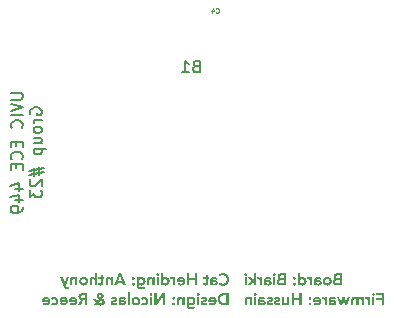
<source format=gbo>
G04 #@! TF.GenerationSoftware,KiCad,Pcbnew,7.0.5*
G04 #@! TF.CreationDate,2023-07-10T18:36:48-07:00*
G04 #@! TF.ProjectId,Breakout,42726561-6b6f-4757-942e-6b696361645f,rev?*
G04 #@! TF.SameCoordinates,Original*
G04 #@! TF.FileFunction,Legend,Bot*
G04 #@! TF.FilePolarity,Positive*
%FSLAX46Y46*%
G04 Gerber Fmt 4.6, Leading zero omitted, Abs format (unit mm)*
G04 Created by KiCad (PCBNEW 7.0.5) date 2023-07-10 18:36:48*
%MOMM*%
%LPD*%
G01*
G04 APERTURE LIST*
%ADD10C,0.150000*%
%ADD11C,0.200000*%
%ADD12C,0.098425*%
%ADD13C,2.700000*%
%ADD14R,1.700000X1.700000*%
%ADD15C,1.700000*%
%ADD16O,1.700000X1.700000*%
%ADD17C,3.100000*%
%ADD18R,1.725000X1.725000*%
%ADD19C,1.725000*%
%ADD20R,0.920000X0.980000*%
G04 APERTURE END LIST*
D10*
X107159819Y-109052381D02*
X107969342Y-109052381D01*
X107969342Y-109052381D02*
X108064580Y-109100000D01*
X108064580Y-109100000D02*
X108112200Y-109147619D01*
X108112200Y-109147619D02*
X108159819Y-109242857D01*
X108159819Y-109242857D02*
X108159819Y-109433333D01*
X108159819Y-109433333D02*
X108112200Y-109528571D01*
X108112200Y-109528571D02*
X108064580Y-109576190D01*
X108064580Y-109576190D02*
X107969342Y-109623809D01*
X107969342Y-109623809D02*
X107159819Y-109623809D01*
X107159819Y-109957143D02*
X108159819Y-110290476D01*
X108159819Y-110290476D02*
X107159819Y-110623809D01*
X108159819Y-110957143D02*
X107159819Y-110957143D01*
X108064580Y-112004761D02*
X108112200Y-111957142D01*
X108112200Y-111957142D02*
X108159819Y-111814285D01*
X108159819Y-111814285D02*
X108159819Y-111719047D01*
X108159819Y-111719047D02*
X108112200Y-111576190D01*
X108112200Y-111576190D02*
X108016961Y-111480952D01*
X108016961Y-111480952D02*
X107921723Y-111433333D01*
X107921723Y-111433333D02*
X107731247Y-111385714D01*
X107731247Y-111385714D02*
X107588390Y-111385714D01*
X107588390Y-111385714D02*
X107397914Y-111433333D01*
X107397914Y-111433333D02*
X107302676Y-111480952D01*
X107302676Y-111480952D02*
X107207438Y-111576190D01*
X107207438Y-111576190D02*
X107159819Y-111719047D01*
X107159819Y-111719047D02*
X107159819Y-111814285D01*
X107159819Y-111814285D02*
X107207438Y-111957142D01*
X107207438Y-111957142D02*
X107255057Y-112004761D01*
X107636009Y-113195238D02*
X107636009Y-113528571D01*
X108159819Y-113671428D02*
X108159819Y-113195238D01*
X108159819Y-113195238D02*
X107159819Y-113195238D01*
X107159819Y-113195238D02*
X107159819Y-113671428D01*
X108064580Y-114671428D02*
X108112200Y-114623809D01*
X108112200Y-114623809D02*
X108159819Y-114480952D01*
X108159819Y-114480952D02*
X108159819Y-114385714D01*
X108159819Y-114385714D02*
X108112200Y-114242857D01*
X108112200Y-114242857D02*
X108016961Y-114147619D01*
X108016961Y-114147619D02*
X107921723Y-114100000D01*
X107921723Y-114100000D02*
X107731247Y-114052381D01*
X107731247Y-114052381D02*
X107588390Y-114052381D01*
X107588390Y-114052381D02*
X107397914Y-114100000D01*
X107397914Y-114100000D02*
X107302676Y-114147619D01*
X107302676Y-114147619D02*
X107207438Y-114242857D01*
X107207438Y-114242857D02*
X107159819Y-114385714D01*
X107159819Y-114385714D02*
X107159819Y-114480952D01*
X107159819Y-114480952D02*
X107207438Y-114623809D01*
X107207438Y-114623809D02*
X107255057Y-114671428D01*
X107636009Y-115100000D02*
X107636009Y-115433333D01*
X108159819Y-115576190D02*
X108159819Y-115100000D01*
X108159819Y-115100000D02*
X107159819Y-115100000D01*
X107159819Y-115100000D02*
X107159819Y-115576190D01*
X107493152Y-117195238D02*
X108159819Y-117195238D01*
X107112200Y-116957143D02*
X107826485Y-116719048D01*
X107826485Y-116719048D02*
X107826485Y-117338095D01*
X107493152Y-118147619D02*
X108159819Y-118147619D01*
X107112200Y-117909524D02*
X107826485Y-117671429D01*
X107826485Y-117671429D02*
X107826485Y-118290476D01*
X108159819Y-118719048D02*
X108159819Y-118909524D01*
X108159819Y-118909524D02*
X108112200Y-119004762D01*
X108112200Y-119004762D02*
X108064580Y-119052381D01*
X108064580Y-119052381D02*
X107921723Y-119147619D01*
X107921723Y-119147619D02*
X107731247Y-119195238D01*
X107731247Y-119195238D02*
X107350295Y-119195238D01*
X107350295Y-119195238D02*
X107255057Y-119147619D01*
X107255057Y-119147619D02*
X107207438Y-119100000D01*
X107207438Y-119100000D02*
X107159819Y-119004762D01*
X107159819Y-119004762D02*
X107159819Y-118814286D01*
X107159819Y-118814286D02*
X107207438Y-118719048D01*
X107207438Y-118719048D02*
X107255057Y-118671429D01*
X107255057Y-118671429D02*
X107350295Y-118623810D01*
X107350295Y-118623810D02*
X107588390Y-118623810D01*
X107588390Y-118623810D02*
X107683628Y-118671429D01*
X107683628Y-118671429D02*
X107731247Y-118719048D01*
X107731247Y-118719048D02*
X107778866Y-118814286D01*
X107778866Y-118814286D02*
X107778866Y-119004762D01*
X107778866Y-119004762D02*
X107731247Y-119100000D01*
X107731247Y-119100000D02*
X107683628Y-119147619D01*
X107683628Y-119147619D02*
X107588390Y-119195238D01*
X108817438Y-110861904D02*
X108769819Y-110766666D01*
X108769819Y-110766666D02*
X108769819Y-110623809D01*
X108769819Y-110623809D02*
X108817438Y-110480952D01*
X108817438Y-110480952D02*
X108912676Y-110385714D01*
X108912676Y-110385714D02*
X109007914Y-110338095D01*
X109007914Y-110338095D02*
X109198390Y-110290476D01*
X109198390Y-110290476D02*
X109341247Y-110290476D01*
X109341247Y-110290476D02*
X109531723Y-110338095D01*
X109531723Y-110338095D02*
X109626961Y-110385714D01*
X109626961Y-110385714D02*
X109722200Y-110480952D01*
X109722200Y-110480952D02*
X109769819Y-110623809D01*
X109769819Y-110623809D02*
X109769819Y-110719047D01*
X109769819Y-110719047D02*
X109722200Y-110861904D01*
X109722200Y-110861904D02*
X109674580Y-110909523D01*
X109674580Y-110909523D02*
X109341247Y-110909523D01*
X109341247Y-110909523D02*
X109341247Y-110719047D01*
X109769819Y-111338095D02*
X109103152Y-111338095D01*
X109293628Y-111338095D02*
X109198390Y-111385714D01*
X109198390Y-111385714D02*
X109150771Y-111433333D01*
X109150771Y-111433333D02*
X109103152Y-111528571D01*
X109103152Y-111528571D02*
X109103152Y-111623809D01*
X109769819Y-112100000D02*
X109722200Y-112004762D01*
X109722200Y-112004762D02*
X109674580Y-111957143D01*
X109674580Y-111957143D02*
X109579342Y-111909524D01*
X109579342Y-111909524D02*
X109293628Y-111909524D01*
X109293628Y-111909524D02*
X109198390Y-111957143D01*
X109198390Y-111957143D02*
X109150771Y-112004762D01*
X109150771Y-112004762D02*
X109103152Y-112100000D01*
X109103152Y-112100000D02*
X109103152Y-112242857D01*
X109103152Y-112242857D02*
X109150771Y-112338095D01*
X109150771Y-112338095D02*
X109198390Y-112385714D01*
X109198390Y-112385714D02*
X109293628Y-112433333D01*
X109293628Y-112433333D02*
X109579342Y-112433333D01*
X109579342Y-112433333D02*
X109674580Y-112385714D01*
X109674580Y-112385714D02*
X109722200Y-112338095D01*
X109722200Y-112338095D02*
X109769819Y-112242857D01*
X109769819Y-112242857D02*
X109769819Y-112100000D01*
X109103152Y-113290476D02*
X109769819Y-113290476D01*
X109103152Y-112861905D02*
X109626961Y-112861905D01*
X109626961Y-112861905D02*
X109722200Y-112909524D01*
X109722200Y-112909524D02*
X109769819Y-113004762D01*
X109769819Y-113004762D02*
X109769819Y-113147619D01*
X109769819Y-113147619D02*
X109722200Y-113242857D01*
X109722200Y-113242857D02*
X109674580Y-113290476D01*
X109103152Y-113766667D02*
X110103152Y-113766667D01*
X109150771Y-113766667D02*
X109103152Y-113861905D01*
X109103152Y-113861905D02*
X109103152Y-114052381D01*
X109103152Y-114052381D02*
X109150771Y-114147619D01*
X109150771Y-114147619D02*
X109198390Y-114195238D01*
X109198390Y-114195238D02*
X109293628Y-114242857D01*
X109293628Y-114242857D02*
X109579342Y-114242857D01*
X109579342Y-114242857D02*
X109674580Y-114195238D01*
X109674580Y-114195238D02*
X109722200Y-114147619D01*
X109722200Y-114147619D02*
X109769819Y-114052381D01*
X109769819Y-114052381D02*
X109769819Y-113861905D01*
X109769819Y-113861905D02*
X109722200Y-113766667D01*
X109103152Y-115385715D02*
X109103152Y-116100000D01*
X108674580Y-115671429D02*
X109960295Y-115385715D01*
X109531723Y-116004762D02*
X109531723Y-115290477D01*
X109960295Y-115719048D02*
X108674580Y-116004762D01*
X108865057Y-116385715D02*
X108817438Y-116433334D01*
X108817438Y-116433334D02*
X108769819Y-116528572D01*
X108769819Y-116528572D02*
X108769819Y-116766667D01*
X108769819Y-116766667D02*
X108817438Y-116861905D01*
X108817438Y-116861905D02*
X108865057Y-116909524D01*
X108865057Y-116909524D02*
X108960295Y-116957143D01*
X108960295Y-116957143D02*
X109055533Y-116957143D01*
X109055533Y-116957143D02*
X109198390Y-116909524D01*
X109198390Y-116909524D02*
X109769819Y-116338096D01*
X109769819Y-116338096D02*
X109769819Y-116957143D01*
X108769819Y-117290477D02*
X108769819Y-117909524D01*
X108769819Y-117909524D02*
X109150771Y-117576191D01*
X109150771Y-117576191D02*
X109150771Y-117719048D01*
X109150771Y-117719048D02*
X109198390Y-117814286D01*
X109198390Y-117814286D02*
X109246009Y-117861905D01*
X109246009Y-117861905D02*
X109341247Y-117909524D01*
X109341247Y-117909524D02*
X109579342Y-117909524D01*
X109579342Y-117909524D02*
X109674580Y-117861905D01*
X109674580Y-117861905D02*
X109722200Y-117814286D01*
X109722200Y-117814286D02*
X109769819Y-117719048D01*
X109769819Y-117719048D02*
X109769819Y-117433334D01*
X109769819Y-117433334D02*
X109722200Y-117338096D01*
X109722200Y-117338096D02*
X109674580Y-117290477D01*
D11*
G36*
X124898394Y-124591381D02*
G01*
X124905629Y-124583676D01*
X124912801Y-124576314D01*
X124919910Y-124569296D01*
X124930455Y-124559413D01*
X124940858Y-124550303D01*
X124951120Y-124541965D01*
X124961240Y-124534400D01*
X124971219Y-124527608D01*
X124981055Y-124521589D01*
X124990750Y-124516342D01*
X125000304Y-124511869D01*
X125006594Y-124509316D01*
X125015943Y-124505911D01*
X125025304Y-124502841D01*
X125037807Y-124499269D01*
X125050332Y-124496293D01*
X125062880Y-124493911D01*
X125075451Y-124492125D01*
X125088044Y-124490934D01*
X125100661Y-124490339D01*
X125106978Y-124490265D01*
X125121046Y-124490503D01*
X125134856Y-124491218D01*
X125148409Y-124492409D01*
X125161704Y-124494077D01*
X125174741Y-124496222D01*
X125187521Y-124498843D01*
X125200043Y-124501940D01*
X125212308Y-124505515D01*
X125224315Y-124509565D01*
X125236064Y-124514093D01*
X125243754Y-124517376D01*
X125255052Y-124522644D01*
X125266051Y-124528281D01*
X125276748Y-124534287D01*
X125287145Y-124540663D01*
X125297242Y-124547407D01*
X125307038Y-124554522D01*
X125316533Y-124562005D01*
X125325728Y-124569857D01*
X125334622Y-124578079D01*
X125343216Y-124586670D01*
X125348778Y-124592602D01*
X125356848Y-124601722D01*
X125364569Y-124611130D01*
X125371943Y-124620825D01*
X125378969Y-124630807D01*
X125385647Y-124641078D01*
X125391978Y-124651636D01*
X125397961Y-124662481D01*
X125403596Y-124673615D01*
X125408883Y-124685036D01*
X125413822Y-124696744D01*
X125416922Y-124704710D01*
X125421243Y-124716796D01*
X125425139Y-124729059D01*
X125428611Y-124741497D01*
X125431657Y-124754112D01*
X125434278Y-124766902D01*
X125436474Y-124779869D01*
X125438245Y-124793012D01*
X125439591Y-124806330D01*
X125440512Y-124819825D01*
X125441008Y-124833496D01*
X125441102Y-124842707D01*
X125441008Y-124852611D01*
X125440724Y-124862418D01*
X125439945Y-124876946D01*
X125438741Y-124891255D01*
X125437111Y-124905345D01*
X125435057Y-124919216D01*
X125432578Y-124932868D01*
X125429673Y-124946301D01*
X125426344Y-124959516D01*
X125422589Y-124972511D01*
X125418410Y-124985287D01*
X125416922Y-124989497D01*
X125412214Y-125001886D01*
X125407159Y-125013958D01*
X125401756Y-125025711D01*
X125396005Y-125037147D01*
X125389906Y-125048266D01*
X125383460Y-125059066D01*
X125376666Y-125069549D01*
X125369524Y-125079714D01*
X125362034Y-125089562D01*
X125354196Y-125099091D01*
X125348778Y-125105268D01*
X125340385Y-125114199D01*
X125331691Y-125122765D01*
X125322696Y-125130966D01*
X125313401Y-125138802D01*
X125303806Y-125146273D01*
X125293910Y-125153379D01*
X125283713Y-125160120D01*
X125273216Y-125166497D01*
X125262418Y-125172508D01*
X125251320Y-125178155D01*
X125243754Y-125181716D01*
X125232176Y-125186649D01*
X125220341Y-125191096D01*
X125208248Y-125195058D01*
X125195898Y-125198535D01*
X125183289Y-125201526D01*
X125170424Y-125204033D01*
X125157300Y-125206054D01*
X125143920Y-125207591D01*
X125130281Y-125208642D01*
X125116385Y-125209208D01*
X125106978Y-125209316D01*
X125096017Y-125209071D01*
X125085116Y-125208337D01*
X125074276Y-125207113D01*
X125063495Y-125205400D01*
X125052775Y-125203198D01*
X125042114Y-125200506D01*
X125031514Y-125197324D01*
X125020974Y-125193654D01*
X125010494Y-125189493D01*
X125000074Y-125184844D01*
X124993161Y-125181472D01*
X124982787Y-125175856D01*
X124972455Y-125169539D01*
X124962167Y-125162523D01*
X124951922Y-125154807D01*
X124941719Y-125146392D01*
X124931560Y-125137276D01*
X124921443Y-125127461D01*
X124911370Y-125116946D01*
X124904678Y-125109547D01*
X124898005Y-125101837D01*
X124891352Y-125093816D01*
X124884717Y-125085484D01*
X124725959Y-125198569D01*
X124735218Y-125210711D01*
X124744678Y-125222409D01*
X124754338Y-125233663D01*
X124764198Y-125244471D01*
X124774259Y-125254835D01*
X124784520Y-125264755D01*
X124794981Y-125274230D01*
X124805643Y-125283260D01*
X124816505Y-125291846D01*
X124827568Y-125299987D01*
X124838831Y-125307683D01*
X124850294Y-125314935D01*
X124861957Y-125321743D01*
X124873821Y-125328105D01*
X124885886Y-125334024D01*
X124898150Y-125339497D01*
X124910535Y-125344555D01*
X124923021Y-125349286D01*
X124935608Y-125353691D01*
X124948296Y-125357769D01*
X124961086Y-125361522D01*
X124973976Y-125364948D01*
X124986968Y-125368048D01*
X125000061Y-125370821D01*
X125013254Y-125373268D01*
X125026549Y-125375389D01*
X125039946Y-125377184D01*
X125053443Y-125378652D01*
X125067041Y-125379794D01*
X125080741Y-125380610D01*
X125094542Y-125381099D01*
X125108443Y-125381263D01*
X125122963Y-125381115D01*
X125137336Y-125380671D01*
X125151563Y-125379932D01*
X125165642Y-125378896D01*
X125179574Y-125377566D01*
X125193360Y-125375939D01*
X125206998Y-125374016D01*
X125220490Y-125371798D01*
X125233834Y-125369284D01*
X125247032Y-125366474D01*
X125260083Y-125363369D01*
X125272987Y-125359968D01*
X125285744Y-125356271D01*
X125298354Y-125352278D01*
X125310817Y-125347989D01*
X125323133Y-125343405D01*
X125335240Y-125338550D01*
X125347137Y-125333448D01*
X125358825Y-125328101D01*
X125370302Y-125322507D01*
X125381570Y-125316667D01*
X125392628Y-125310581D01*
X125403475Y-125304249D01*
X125414113Y-125297670D01*
X125424541Y-125290846D01*
X125434759Y-125283775D01*
X125444768Y-125276459D01*
X125454566Y-125268896D01*
X125464154Y-125261087D01*
X125473533Y-125253031D01*
X125482702Y-125244730D01*
X125491660Y-125236182D01*
X125500394Y-125227374D01*
X125508887Y-125218353D01*
X125517140Y-125209117D01*
X125525152Y-125199668D01*
X125532924Y-125190005D01*
X125540455Y-125180129D01*
X125547747Y-125170038D01*
X125554797Y-125159734D01*
X125561607Y-125149217D01*
X125568177Y-125138485D01*
X125574506Y-125127540D01*
X125580595Y-125116381D01*
X125586444Y-125105009D01*
X125592052Y-125093422D01*
X125597419Y-125081622D01*
X125602547Y-125069609D01*
X125607368Y-125057375D01*
X125611877Y-125044975D01*
X125616076Y-125032408D01*
X125619964Y-125019676D01*
X125623541Y-125006778D01*
X125626807Y-124993714D01*
X125629762Y-124980484D01*
X125632405Y-124967088D01*
X125634738Y-124953526D01*
X125636760Y-124939797D01*
X125638470Y-124925903D01*
X125639870Y-124911843D01*
X125640959Y-124897617D01*
X125641736Y-124883225D01*
X125642203Y-124868666D01*
X125642358Y-124853942D01*
X125642203Y-124838885D01*
X125641736Y-124824000D01*
X125640959Y-124809286D01*
X125639870Y-124794744D01*
X125638470Y-124780374D01*
X125636760Y-124766175D01*
X125634738Y-124752148D01*
X125632405Y-124738293D01*
X125629762Y-124724610D01*
X125626807Y-124711098D01*
X125623541Y-124697759D01*
X125619964Y-124684590D01*
X125616076Y-124671594D01*
X125611877Y-124658769D01*
X125607368Y-124646116D01*
X125602547Y-124633635D01*
X125597419Y-124621324D01*
X125592052Y-124609241D01*
X125586444Y-124597388D01*
X125580595Y-124585764D01*
X125574506Y-124574368D01*
X125568177Y-124563202D01*
X125561607Y-124552264D01*
X125554797Y-124541556D01*
X125547747Y-124531076D01*
X125540455Y-124520826D01*
X125532924Y-124510804D01*
X125525152Y-124501011D01*
X125517140Y-124491448D01*
X125508887Y-124482113D01*
X125500394Y-124473007D01*
X125491660Y-124464131D01*
X125482702Y-124455494D01*
X125473533Y-124447110D01*
X125464154Y-124438977D01*
X125454566Y-124431097D01*
X125444768Y-124423468D01*
X125434759Y-124416091D01*
X125424541Y-124408966D01*
X125414113Y-124402093D01*
X125403475Y-124395472D01*
X125392628Y-124389102D01*
X125381570Y-124382985D01*
X125370302Y-124377119D01*
X125358825Y-124371505D01*
X125347137Y-124366144D01*
X125335240Y-124361033D01*
X125323133Y-124356175D01*
X125310817Y-124351591D01*
X125298354Y-124347302D01*
X125285744Y-124343310D01*
X125272987Y-124339613D01*
X125260083Y-124336211D01*
X125247032Y-124333106D01*
X125233834Y-124330296D01*
X125220490Y-124327782D01*
X125206998Y-124325564D01*
X125193360Y-124323641D01*
X125179574Y-124322015D01*
X125165642Y-124320684D01*
X125151563Y-124319649D01*
X125137336Y-124318909D01*
X125122963Y-124318466D01*
X125108443Y-124318318D01*
X125095647Y-124318457D01*
X125082966Y-124318875D01*
X125070399Y-124319571D01*
X125057946Y-124320546D01*
X125045608Y-124321800D01*
X125033384Y-124323332D01*
X125021275Y-124325143D01*
X125009281Y-124327233D01*
X124997401Y-124329601D01*
X124985635Y-124332247D01*
X124973984Y-124335172D01*
X124962447Y-124338376D01*
X124951025Y-124341859D01*
X124939717Y-124345619D01*
X124928524Y-124349659D01*
X124917445Y-124353977D01*
X124906451Y-124358624D01*
X124895509Y-124363709D01*
X124884621Y-124369233D01*
X124873787Y-124375196D01*
X124863006Y-124381598D01*
X124852278Y-124388438D01*
X124841604Y-124395718D01*
X124830983Y-124403436D01*
X124820416Y-124411594D01*
X124809902Y-124420190D01*
X124799442Y-124429225D01*
X124789035Y-124438699D01*
X124778681Y-124448612D01*
X124768381Y-124458963D01*
X124758134Y-124469754D01*
X124747941Y-124480983D01*
X124898394Y-124591381D01*
G37*
G36*
X124362691Y-124646693D02*
G01*
X124372833Y-124647030D01*
X124382940Y-124647593D01*
X124393010Y-124648381D01*
X124403044Y-124649395D01*
X124413042Y-124650633D01*
X124423003Y-124652097D01*
X124432929Y-124653785D01*
X124442818Y-124655699D01*
X124452670Y-124657838D01*
X124462487Y-124660202D01*
X124472267Y-124662792D01*
X124482011Y-124665606D01*
X124491719Y-124668646D01*
X124501390Y-124671911D01*
X124511025Y-124675401D01*
X124520585Y-124679139D01*
X124530030Y-124683209D01*
X124539361Y-124687611D01*
X124548578Y-124692345D01*
X124557680Y-124697411D01*
X124566667Y-124702809D01*
X124575540Y-124708540D01*
X124584298Y-124714602D01*
X124592942Y-124720996D01*
X124601471Y-124727722D01*
X124609886Y-124734780D01*
X124618187Y-124742171D01*
X124626373Y-124749893D01*
X124634444Y-124757947D01*
X124642401Y-124766334D01*
X124650244Y-124775052D01*
X124551081Y-124876413D01*
X124548678Y-124874141D01*
X124541392Y-124867540D01*
X124531496Y-124859239D01*
X124521394Y-124851511D01*
X124511086Y-124844356D01*
X124500572Y-124837773D01*
X124489853Y-124831762D01*
X124478926Y-124826324D01*
X124467794Y-124821458D01*
X124456448Y-124817107D01*
X124444881Y-124813337D01*
X124433093Y-124810146D01*
X124421083Y-124807536D01*
X124408852Y-124805506D01*
X124396399Y-124804056D01*
X124383725Y-124803186D01*
X124370830Y-124802896D01*
X124362744Y-124802996D01*
X124350977Y-124803522D01*
X124339643Y-124804498D01*
X124328743Y-124805926D01*
X124318277Y-124807804D01*
X124308244Y-124810133D01*
X124298645Y-124812913D01*
X124286520Y-124817321D01*
X124275167Y-124822530D01*
X124264584Y-124828541D01*
X124255024Y-124835334D01*
X124246739Y-124842890D01*
X124239729Y-124851210D01*
X124233993Y-124860293D01*
X124229532Y-124870139D01*
X124226345Y-124880748D01*
X124224433Y-124892120D01*
X124223796Y-124904256D01*
X124223796Y-124912316D01*
X124258234Y-124912316D01*
X124268946Y-124912351D01*
X124279834Y-124912454D01*
X124290898Y-124912625D01*
X124302137Y-124912866D01*
X124313551Y-124913175D01*
X124325141Y-124913553D01*
X124336907Y-124913999D01*
X124348848Y-124914515D01*
X124360873Y-124915098D01*
X124372891Y-124915873D01*
X124384901Y-124916839D01*
X124396903Y-124917995D01*
X124408897Y-124919342D01*
X124420884Y-124920880D01*
X124432864Y-124922609D01*
X124444836Y-124924528D01*
X124456697Y-124926608D01*
X124468466Y-124928940D01*
X124480144Y-124931524D01*
X124491730Y-124934359D01*
X124503225Y-124937447D01*
X124514628Y-124940786D01*
X124525939Y-124944377D01*
X124537159Y-124948220D01*
X124548112Y-124952307D01*
X124558744Y-124956753D01*
X124569056Y-124961558D01*
X124579047Y-124966721D01*
X124588717Y-124972244D01*
X124598067Y-124978125D01*
X124607097Y-124984364D01*
X124615806Y-124990963D01*
X124624140Y-124997889D01*
X124632048Y-125005235D01*
X124639528Y-125013002D01*
X124646580Y-125021188D01*
X124653205Y-125029793D01*
X124659403Y-125038819D01*
X124665173Y-125048264D01*
X124670516Y-125058129D01*
X124674182Y-125065829D01*
X124678510Y-125076544D01*
X124682197Y-125087769D01*
X124685242Y-125099506D01*
X124687646Y-125111755D01*
X124689409Y-125124514D01*
X124690311Y-125134420D01*
X124690852Y-125144613D01*
X124691032Y-125155094D01*
X124690689Y-125168081D01*
X124689658Y-125180663D01*
X124687941Y-125192841D01*
X124685537Y-125204614D01*
X124682446Y-125215983D01*
X124678668Y-125226947D01*
X124674202Y-125237507D01*
X124669050Y-125247662D01*
X124663341Y-125257344D01*
X124657205Y-125266606D01*
X124650641Y-125275448D01*
X124643649Y-125283871D01*
X124636230Y-125291874D01*
X124628384Y-125299456D01*
X124620110Y-125306620D01*
X124611409Y-125313363D01*
X124602284Y-125319690D01*
X124592862Y-125325606D01*
X124583142Y-125331109D01*
X124573124Y-125336200D01*
X124562809Y-125340879D01*
X124552196Y-125345145D01*
X124541285Y-125349000D01*
X124530076Y-125352442D01*
X124518631Y-125355533D01*
X124507133Y-125358212D01*
X124495581Y-125360479D01*
X124483975Y-125362334D01*
X124472317Y-125363776D01*
X124460604Y-125364807D01*
X124448839Y-125365425D01*
X124437020Y-125365631D01*
X124428393Y-125365515D01*
X124415617Y-125364904D01*
X124403039Y-125363769D01*
X124390659Y-125362110D01*
X124378476Y-125359928D01*
X124366490Y-125357221D01*
X124354702Y-125353991D01*
X124343112Y-125350238D01*
X124331719Y-125345960D01*
X124320523Y-125341159D01*
X124309525Y-125335833D01*
X124302347Y-125331952D01*
X124291914Y-125325658D01*
X124281880Y-125318797D01*
X124272245Y-125311370D01*
X124263009Y-125303376D01*
X124254173Y-125294815D01*
X124245736Y-125285687D01*
X124237698Y-125275993D01*
X124230059Y-125265732D01*
X124222820Y-125254904D01*
X124220721Y-125251408D01*
X124223796Y-125350000D01*
X124056245Y-125350000D01*
X124056245Y-125053000D01*
X124233810Y-125053000D01*
X124233810Y-125079134D01*
X124234153Y-125090266D01*
X124235184Y-125100947D01*
X124236901Y-125111177D01*
X124239305Y-125120957D01*
X124243579Y-125133295D01*
X124249075Y-125144832D01*
X124255792Y-125155567D01*
X124263729Y-125165501D01*
X124272889Y-125174633D01*
X124275375Y-125176767D01*
X124283360Y-125182762D01*
X124292136Y-125188147D01*
X124301702Y-125192923D01*
X124312057Y-125197089D01*
X124323203Y-125200645D01*
X124335138Y-125203592D01*
X124347863Y-125205929D01*
X124361379Y-125207656D01*
X124375684Y-125208774D01*
X124385660Y-125209180D01*
X124395987Y-125209316D01*
X124406215Y-125209056D01*
X124416381Y-125208278D01*
X124426487Y-125206980D01*
X124436531Y-125205163D01*
X124442683Y-125203741D01*
X124453214Y-125200549D01*
X124463050Y-125196545D01*
X124472191Y-125191730D01*
X124475066Y-125189960D01*
X124483021Y-125184288D01*
X124490683Y-125177352D01*
X124497103Y-125169748D01*
X124498762Y-125167311D01*
X124503113Y-125158381D01*
X124505651Y-125148211D01*
X124506385Y-125137997D01*
X124505526Y-125127784D01*
X124502354Y-125116912D01*
X124496844Y-125107161D01*
X124490261Y-125099696D01*
X124481960Y-125093056D01*
X124480421Y-125092025D01*
X124470644Y-125086152D01*
X124461787Y-125081664D01*
X124452287Y-125077546D01*
X124442143Y-125073798D01*
X124431355Y-125070419D01*
X124419923Y-125067411D01*
X124410435Y-125065197D01*
X124400780Y-125063197D01*
X124390957Y-125061411D01*
X124380966Y-125059839D01*
X124370807Y-125058480D01*
X124360480Y-125057336D01*
X124349985Y-125056404D01*
X124339323Y-125055687D01*
X124336629Y-125055522D01*
X124326016Y-125054913D01*
X124315662Y-125054388D01*
X124305568Y-125053947D01*
X124295733Y-125053591D01*
X124283805Y-125053263D01*
X124272282Y-125053066D01*
X124261165Y-125053000D01*
X124233810Y-125053000D01*
X124056245Y-125053000D01*
X124056245Y-124956280D01*
X124056247Y-124954776D01*
X124056337Y-124943824D01*
X124056526Y-124933840D01*
X124056818Y-124923307D01*
X124057213Y-124912225D01*
X124057711Y-124900593D01*
X124057920Y-124896585D01*
X124058667Y-124886489D01*
X124059737Y-124876287D01*
X124061129Y-124865977D01*
X124062843Y-124855559D01*
X124064878Y-124845035D01*
X124067236Y-124834403D01*
X124068254Y-124830100D01*
X124071158Y-124819359D01*
X124074575Y-124808643D01*
X124078504Y-124797950D01*
X124082947Y-124787281D01*
X124087902Y-124776636D01*
X124093370Y-124766015D01*
X124096896Y-124759674D01*
X124103384Y-124749422D01*
X124109124Y-124741503D01*
X124115352Y-124733836D01*
X124122069Y-124726421D01*
X124129274Y-124719258D01*
X124136967Y-124712346D01*
X124145150Y-124705687D01*
X124147258Y-124704063D01*
X124156024Y-124697759D01*
X124165324Y-124691759D01*
X124175158Y-124686065D01*
X124185527Y-124680677D01*
X124196431Y-124675593D01*
X124207868Y-124670815D01*
X124219840Y-124666343D01*
X124229169Y-124663189D01*
X124235547Y-124661177D01*
X124245447Y-124658404D01*
X124255746Y-124655922D01*
X124266444Y-124653733D01*
X124277542Y-124651835D01*
X124289038Y-124650229D01*
X124300934Y-124648916D01*
X124313230Y-124647894D01*
X124325925Y-124647164D01*
X124339018Y-124646726D01*
X124352512Y-124646580D01*
X124362691Y-124646693D01*
G37*
G36*
X123973447Y-124834159D02*
G01*
X123973447Y-124662212D01*
X123834228Y-124662212D01*
X123834228Y-124466817D01*
X123649581Y-124466817D01*
X123649581Y-124662212D01*
X123463956Y-124662212D01*
X123463956Y-124834159D01*
X123649581Y-124834159D01*
X123649581Y-125099895D01*
X123649314Y-125110699D01*
X123648512Y-125120884D01*
X123646759Y-125132747D01*
X123644171Y-125143644D01*
X123640748Y-125153575D01*
X123636491Y-125162539D01*
X123632484Y-125169016D01*
X123624845Y-125177399D01*
X123616603Y-125183060D01*
X123606655Y-125187517D01*
X123595002Y-125190769D01*
X123584452Y-125192504D01*
X123572811Y-125193467D01*
X123563363Y-125193684D01*
X123553357Y-125193602D01*
X123543000Y-125193357D01*
X123532293Y-125192948D01*
X123521235Y-125192375D01*
X123514759Y-125191974D01*
X123504936Y-125191179D01*
X123493649Y-125189860D01*
X123482549Y-125188120D01*
X123471637Y-125185959D01*
X123463956Y-125184159D01*
X123463956Y-125340230D01*
X123474281Y-125344782D01*
X123484951Y-125348821D01*
X123495967Y-125352348D01*
X123507328Y-125355361D01*
X123519036Y-125357862D01*
X123531090Y-125359850D01*
X123536008Y-125360502D01*
X123548070Y-125361980D01*
X123559678Y-125363207D01*
X123570834Y-125364183D01*
X123581536Y-125364910D01*
X123591785Y-125365386D01*
X123601581Y-125365611D01*
X123605373Y-125365631D01*
X123618031Y-125365500D01*
X123630268Y-125365107D01*
X123642085Y-125364453D01*
X123653481Y-125363536D01*
X123664456Y-125362357D01*
X123675011Y-125360917D01*
X123685144Y-125359215D01*
X123694857Y-125357250D01*
X123707153Y-125354224D01*
X123718702Y-125350732D01*
X123729586Y-125346813D01*
X123739890Y-125342382D01*
X123749614Y-125337440D01*
X123758757Y-125331987D01*
X123767321Y-125326022D01*
X123775305Y-125319545D01*
X123782708Y-125312558D01*
X123789532Y-125305059D01*
X123795749Y-125297087D01*
X123801454Y-125288679D01*
X123806648Y-125279837D01*
X123811331Y-125270560D01*
X123815502Y-125260847D01*
X123819162Y-125250700D01*
X123822310Y-125240117D01*
X123824947Y-125229099D01*
X123827122Y-125217658D01*
X123829008Y-125205805D01*
X123830603Y-125193539D01*
X123831908Y-125180861D01*
X123832697Y-125171083D01*
X123833322Y-125161072D01*
X123833784Y-125150829D01*
X123834083Y-125140355D01*
X123834219Y-125129649D01*
X123834228Y-125126029D01*
X123834228Y-124834159D01*
X123973447Y-124834159D01*
G37*
G36*
X122920760Y-124333949D02*
G01*
X122727808Y-124333949D01*
X122727808Y-124740369D01*
X122277913Y-124740369D01*
X122277913Y-124333949D01*
X122084961Y-124333949D01*
X122084961Y-125350000D01*
X122277913Y-125350000D01*
X122277913Y-124912316D01*
X122727808Y-124912316D01*
X122727808Y-125350000D01*
X122920760Y-125350000D01*
X122920760Y-124333949D01*
G37*
G36*
X121568018Y-124646680D02*
G01*
X121582360Y-124647206D01*
X121596552Y-124648183D01*
X121610593Y-124649610D01*
X121624484Y-124651489D01*
X121638225Y-124653818D01*
X121651816Y-124656598D01*
X121665256Y-124659829D01*
X121678546Y-124663510D01*
X121691686Y-124667642D01*
X121704675Y-124672226D01*
X121713213Y-124675515D01*
X121725752Y-124680765D01*
X121737968Y-124686392D01*
X121749863Y-124692397D01*
X121761436Y-124698779D01*
X121772686Y-124705540D01*
X121783615Y-124712678D01*
X121794222Y-124720195D01*
X121804506Y-124728089D01*
X121814469Y-124736360D01*
X121824110Y-124745010D01*
X121830347Y-124750978D01*
X121839396Y-124760212D01*
X121848076Y-124769785D01*
X121856387Y-124779698D01*
X121864328Y-124789950D01*
X121871900Y-124800541D01*
X121879103Y-124811471D01*
X121885936Y-124822740D01*
X121892400Y-124834348D01*
X121898496Y-124846296D01*
X121904221Y-124858583D01*
X121909459Y-124871127D01*
X121914182Y-124883936D01*
X121918389Y-124897012D01*
X121922082Y-124910355D01*
X121925259Y-124923963D01*
X121927921Y-124937838D01*
X121930067Y-124951979D01*
X121931699Y-124966386D01*
X121932500Y-124976138D01*
X121933073Y-124986009D01*
X121933416Y-124995998D01*
X121933531Y-125006106D01*
X121933416Y-125016214D01*
X121933073Y-125026206D01*
X121932500Y-125036082D01*
X121931699Y-125045841D01*
X121930067Y-125060261D01*
X121927921Y-125074420D01*
X121925259Y-125088317D01*
X121922082Y-125101952D01*
X121918389Y-125115325D01*
X121914182Y-125128436D01*
X121909459Y-125141285D01*
X121904221Y-125153872D01*
X121900445Y-125162072D01*
X121894473Y-125174092D01*
X121888132Y-125185777D01*
X121881421Y-125197127D01*
X121874342Y-125208142D01*
X121866893Y-125218822D01*
X121859075Y-125229168D01*
X121850887Y-125239179D01*
X121842331Y-125248854D01*
X121833405Y-125258195D01*
X121824110Y-125267201D01*
X121817718Y-125273010D01*
X121807863Y-125281407D01*
X121797686Y-125289427D01*
X121787186Y-125297069D01*
X121776365Y-125304334D01*
X121765222Y-125311220D01*
X121753756Y-125317729D01*
X121741969Y-125323860D01*
X121729860Y-125329613D01*
X121717428Y-125334988D01*
X121704675Y-125339986D01*
X121696032Y-125343091D01*
X121682942Y-125347374D01*
X121669702Y-125351205D01*
X121656312Y-125354586D01*
X121642772Y-125357517D01*
X121629081Y-125359996D01*
X121615240Y-125362025D01*
X121601249Y-125363602D01*
X121587107Y-125364729D01*
X121572816Y-125365406D01*
X121558374Y-125365631D01*
X121548174Y-125365502D01*
X121538029Y-125365116D01*
X121527940Y-125364472D01*
X121517906Y-125363570D01*
X121507927Y-125362411D01*
X121498004Y-125360994D01*
X121488136Y-125359320D01*
X121478323Y-125357388D01*
X121468566Y-125355198D01*
X121458864Y-125352751D01*
X121449217Y-125350046D01*
X121439626Y-125347084D01*
X121430090Y-125343864D01*
X121420609Y-125340386D01*
X121411184Y-125336651D01*
X121401814Y-125332658D01*
X121392509Y-125328337D01*
X121383278Y-125323617D01*
X121374122Y-125318499D01*
X121365040Y-125312981D01*
X121356033Y-125307065D01*
X121347100Y-125300750D01*
X121338241Y-125294036D01*
X121329457Y-125286924D01*
X121320747Y-125279412D01*
X121312112Y-125271502D01*
X121303551Y-125263193D01*
X121295064Y-125254485D01*
X121286652Y-125245379D01*
X121278315Y-125235873D01*
X121270052Y-125225969D01*
X121261863Y-125215666D01*
X121394975Y-125115038D01*
X121397255Y-125117767D01*
X121404153Y-125125735D01*
X121411142Y-125133372D01*
X121418221Y-125140679D01*
X121425390Y-125147655D01*
X121432650Y-125154300D01*
X121442469Y-125162646D01*
X121452448Y-125170405D01*
X121462588Y-125177575D01*
X121472889Y-125184159D01*
X121478125Y-125187205D01*
X121489063Y-125192708D01*
X121500619Y-125197425D01*
X121512793Y-125201356D01*
X121522329Y-125203788D01*
X121532213Y-125205778D01*
X121542445Y-125207326D01*
X121553024Y-125208431D01*
X121563951Y-125209095D01*
X121575226Y-125209316D01*
X121583815Y-125209178D01*
X121596390Y-125208457D01*
X121608596Y-125207117D01*
X121620433Y-125205160D01*
X121631900Y-125202584D01*
X121642998Y-125199389D01*
X121653727Y-125195577D01*
X121664087Y-125191146D01*
X121674078Y-125186097D01*
X121683699Y-125180430D01*
X121692951Y-125174145D01*
X121698805Y-125169643D01*
X121706980Y-125162612D01*
X121714429Y-125155246D01*
X121721154Y-125147546D01*
X121727152Y-125139510D01*
X121732425Y-125131139D01*
X121736972Y-125122434D01*
X121740794Y-125113394D01*
X121743890Y-125104018D01*
X121746261Y-125094308D01*
X121747906Y-125084263D01*
X121234019Y-125084263D01*
X121234019Y-125029064D01*
X121234042Y-125023360D01*
X121234227Y-125012074D01*
X121234597Y-125000949D01*
X121235153Y-124989987D01*
X121235893Y-124979187D01*
X121236819Y-124968549D01*
X121237929Y-124958073D01*
X121239225Y-124947759D01*
X121240705Y-124937608D01*
X121242316Y-124927948D01*
X121418667Y-124927948D01*
X121747662Y-124927948D01*
X121745852Y-124918287D01*
X121742511Y-124905840D01*
X121738109Y-124893890D01*
X121732646Y-124882435D01*
X121726122Y-124871476D01*
X121718537Y-124861014D01*
X121712152Y-124853493D01*
X121705170Y-124846251D01*
X121697592Y-124839288D01*
X121692190Y-124834881D01*
X121683636Y-124828804D01*
X121674542Y-124823366D01*
X121664906Y-124818568D01*
X121654729Y-124814410D01*
X121644012Y-124810892D01*
X121632753Y-124808013D01*
X121620954Y-124805774D01*
X121608613Y-124804175D01*
X121595732Y-124803215D01*
X121582309Y-124802896D01*
X121572768Y-124803035D01*
X121558967Y-124803766D01*
X121545780Y-124805124D01*
X121533207Y-124807109D01*
X121521248Y-124809721D01*
X121509903Y-124812960D01*
X121499171Y-124816825D01*
X121489054Y-124821317D01*
X121479551Y-124826436D01*
X121470661Y-124832182D01*
X121462386Y-124838555D01*
X121457235Y-124843054D01*
X121450113Y-124850075D01*
X121441746Y-124859944D01*
X121434669Y-124870393D01*
X121428881Y-124881422D01*
X121424384Y-124893032D01*
X121421176Y-124905221D01*
X121419258Y-124917990D01*
X121418667Y-124927948D01*
X121242316Y-124927948D01*
X121242371Y-124927619D01*
X121244222Y-124917792D01*
X121246258Y-124908127D01*
X121249659Y-124893934D01*
X121253477Y-124880106D01*
X121257711Y-124866643D01*
X121260746Y-124857846D01*
X121265579Y-124844981D01*
X121270747Y-124832510D01*
X121276250Y-124820434D01*
X121282087Y-124808754D01*
X121288260Y-124797468D01*
X121294767Y-124786577D01*
X121301609Y-124776081D01*
X121308786Y-124765981D01*
X121316298Y-124756275D01*
X121324145Y-124746964D01*
X121329525Y-124740948D01*
X121337849Y-124732265D01*
X121346478Y-124723990D01*
X121355411Y-124716122D01*
X121364650Y-124708663D01*
X121374193Y-124701611D01*
X121384041Y-124694967D01*
X121394194Y-124688731D01*
X121404652Y-124682903D01*
X121415415Y-124677482D01*
X121426482Y-124672470D01*
X121434010Y-124669335D01*
X121445480Y-124665011D01*
X121457165Y-124661143D01*
X121469065Y-124657730D01*
X121481179Y-124654772D01*
X121493508Y-124652269D01*
X121506052Y-124650221D01*
X121518810Y-124648628D01*
X121531784Y-124647490D01*
X121544971Y-124646808D01*
X121558374Y-124646580D01*
X121568018Y-124646680D01*
G37*
G36*
X121096510Y-124662212D02*
G01*
X120912107Y-124662212D01*
X120917236Y-124772365D01*
X120919923Y-124770655D01*
X120914996Y-124759851D01*
X120909559Y-124749509D01*
X120903610Y-124739632D01*
X120897151Y-124730218D01*
X120890181Y-124721268D01*
X120882700Y-124712781D01*
X120874708Y-124704759D01*
X120866205Y-124697199D01*
X120857191Y-124690104D01*
X120847666Y-124683472D01*
X120841032Y-124679309D01*
X120830774Y-124673460D01*
X120820241Y-124668186D01*
X120809433Y-124663488D01*
X120798351Y-124659365D01*
X120786994Y-124655817D01*
X120775362Y-124652845D01*
X120763455Y-124650447D01*
X120751273Y-124648626D01*
X120738817Y-124647379D01*
X120726086Y-124646708D01*
X120717445Y-124646580D01*
X120706814Y-124646580D01*
X120696414Y-124646580D01*
X120687159Y-124646580D01*
X120677037Y-124646580D01*
X120666539Y-124646580D01*
X120656106Y-124646580D01*
X120649057Y-124646580D01*
X120649057Y-124837090D01*
X120658406Y-124834103D01*
X120668916Y-124830898D01*
X120678653Y-124828104D01*
X120689037Y-124825366D01*
X120699616Y-124822923D01*
X120709462Y-124821000D01*
X120719216Y-124819626D01*
X120730080Y-124818737D01*
X120738450Y-124818527D01*
X120748921Y-124818710D01*
X120758992Y-124819257D01*
X120771800Y-124820554D01*
X120783898Y-124822501D01*
X120795285Y-124825096D01*
X120805963Y-124828340D01*
X120815932Y-124832232D01*
X120825190Y-124836774D01*
X120829553Y-124839288D01*
X120837850Y-124844573D01*
X120847512Y-124851449D01*
X120856387Y-124858622D01*
X120864475Y-124866094D01*
X120871776Y-124873863D01*
X120878290Y-124881931D01*
X120881821Y-124886915D01*
X120887177Y-124895317D01*
X120892833Y-124905415D01*
X120897647Y-124915530D01*
X120901620Y-124925662D01*
X120904751Y-124935812D01*
X120906001Y-124940893D01*
X120908076Y-124950487D01*
X120909954Y-124960465D01*
X120911385Y-124970265D01*
X120912101Y-124980111D01*
X120912107Y-124980949D01*
X120912107Y-125350000D01*
X121096510Y-125350000D01*
X121096510Y-124662212D01*
G37*
G36*
X120035342Y-124747256D02*
G01*
X120040767Y-124740797D01*
X120047487Y-124733557D01*
X120055119Y-124725944D01*
X120062386Y-124719120D01*
X120067592Y-124714457D01*
X120075915Y-124707605D01*
X120084856Y-124700924D01*
X120094416Y-124694415D01*
X120102855Y-124689123D01*
X120111723Y-124683949D01*
X120115390Y-124681898D01*
X120124848Y-124676987D01*
X120134724Y-124672386D01*
X120145017Y-124668095D01*
X120155728Y-124664114D01*
X120166856Y-124660443D01*
X120178401Y-124657083D01*
X120187923Y-124654621D01*
X120197803Y-124652488D01*
X120208043Y-124650683D01*
X120218640Y-124649206D01*
X120229597Y-124648057D01*
X120240912Y-124647237D01*
X120252586Y-124646744D01*
X120264619Y-124646580D01*
X120273764Y-124646690D01*
X120287313Y-124647266D01*
X120300660Y-124648336D01*
X120313806Y-124649899D01*
X120326749Y-124651956D01*
X120339491Y-124654507D01*
X120352031Y-124657552D01*
X120364370Y-124661090D01*
X120376506Y-124665123D01*
X120388441Y-124669648D01*
X120400174Y-124674668D01*
X120407858Y-124678230D01*
X120419119Y-124683876D01*
X120430063Y-124689887D01*
X120440689Y-124696264D01*
X120450997Y-124703005D01*
X120460988Y-124710111D01*
X120470661Y-124717582D01*
X120480016Y-124725418D01*
X120489054Y-124733619D01*
X120497773Y-124742185D01*
X120506175Y-124751116D01*
X120511594Y-124757229D01*
X120519437Y-124766652D01*
X120526936Y-124776380D01*
X120534092Y-124786413D01*
X120540904Y-124796750D01*
X120547372Y-124807393D01*
X120553497Y-124818340D01*
X120559279Y-124829592D01*
X120564717Y-124841149D01*
X120569812Y-124853011D01*
X120574563Y-124865177D01*
X120577521Y-124873399D01*
X120581600Y-124885877D01*
X120585249Y-124898532D01*
X120588469Y-124911362D01*
X120591260Y-124924369D01*
X120593621Y-124937552D01*
X120595553Y-124950911D01*
X120597056Y-124964445D01*
X120598129Y-124978156D01*
X120598773Y-124992043D01*
X120598988Y-125006106D01*
X120598898Y-125015472D01*
X120598427Y-125029381D01*
X120597553Y-125043124D01*
X120596275Y-125056698D01*
X120594593Y-125070106D01*
X120592508Y-125083346D01*
X120590019Y-125096418D01*
X120587127Y-125109323D01*
X120583831Y-125122061D01*
X120580132Y-125134631D01*
X120576029Y-125147034D01*
X120573074Y-125155180D01*
X120568323Y-125167148D01*
X120563191Y-125178816D01*
X120557676Y-125190183D01*
X120551779Y-125201250D01*
X120545500Y-125212016D01*
X120538839Y-125222482D01*
X120531796Y-125232647D01*
X120524370Y-125242512D01*
X120516563Y-125252076D01*
X120508374Y-125261339D01*
X120502687Y-125267334D01*
X120493900Y-125276021D01*
X120484804Y-125284344D01*
X120475399Y-125292302D01*
X120465684Y-125299894D01*
X120455661Y-125307122D01*
X120445328Y-125313985D01*
X120434687Y-125320483D01*
X120423736Y-125326616D01*
X120412476Y-125332384D01*
X120400907Y-125337787D01*
X120396966Y-125339500D01*
X120384939Y-125344313D01*
X120372603Y-125348637D01*
X120359958Y-125352471D01*
X120347003Y-125355815D01*
X120333740Y-125358670D01*
X120320167Y-125361036D01*
X120306285Y-125362912D01*
X120292095Y-125364299D01*
X120277595Y-125365196D01*
X120267756Y-125365522D01*
X120257780Y-125365631D01*
X120248629Y-125365515D01*
X120235045Y-125364904D01*
X120221632Y-125363769D01*
X120208392Y-125362110D01*
X120195323Y-125359928D01*
X120182426Y-125357221D01*
X120169700Y-125353991D01*
X120157147Y-125350238D01*
X120144765Y-125345960D01*
X120132554Y-125341159D01*
X120120516Y-125335833D01*
X120112635Y-125331970D01*
X120101258Y-125325657D01*
X120090413Y-125318721D01*
X120080100Y-125311163D01*
X120070320Y-125302982D01*
X120061072Y-125294178D01*
X120052357Y-125284752D01*
X120044174Y-125274704D01*
X120036523Y-125264033D01*
X120029405Y-125252739D01*
X120025848Y-125246303D01*
X120030635Y-125350000D01*
X119854535Y-125350000D01*
X119854535Y-125006106D01*
X120033321Y-125006106D01*
X120033372Y-125010675D01*
X120033941Y-125022005D01*
X120035142Y-125033205D01*
X120036975Y-125044274D01*
X120039440Y-125055211D01*
X120042537Y-125066017D01*
X120046266Y-125076692D01*
X120047901Y-125080875D01*
X120052407Y-125091076D01*
X120057509Y-125100906D01*
X120063207Y-125110367D01*
X120069502Y-125119458D01*
X120076392Y-125128180D01*
X120083879Y-125136531D01*
X120087034Y-125139727D01*
X120095270Y-125147367D01*
X120104007Y-125154506D01*
X120113244Y-125161144D01*
X120122983Y-125167281D01*
X120133223Y-125172917D01*
X120143963Y-125178053D01*
X120150641Y-125180846D01*
X120162144Y-125184891D01*
X120171681Y-125187578D01*
X120181516Y-125189776D01*
X120191648Y-125191486D01*
X120202078Y-125192707D01*
X120212805Y-125193440D01*
X120223831Y-125193684D01*
X120232127Y-125193547D01*
X120242930Y-125192936D01*
X120253434Y-125191837D01*
X120263641Y-125190249D01*
X120273550Y-125188173D01*
X120283161Y-125185609D01*
X120292475Y-125182556D01*
X120303698Y-125178053D01*
X120308054Y-125176059D01*
X120318594Y-125170723D01*
X120328634Y-125164886D01*
X120338172Y-125158549D01*
X120347210Y-125151711D01*
X120355746Y-125144371D01*
X120363782Y-125136531D01*
X120366849Y-125133235D01*
X120374108Y-125124735D01*
X120380783Y-125115866D01*
X120386874Y-125106627D01*
X120392380Y-125097018D01*
X120397302Y-125087040D01*
X120401639Y-125076692D01*
X120403177Y-125072438D01*
X120406588Y-125061710D01*
X120409379Y-125050852D01*
X120411549Y-125039862D01*
X120413100Y-125028741D01*
X120414030Y-125017489D01*
X120414340Y-125006106D01*
X120414290Y-125001537D01*
X120413732Y-124990217D01*
X120412554Y-124979040D01*
X120410756Y-124968007D01*
X120408337Y-124957116D01*
X120405298Y-124946368D01*
X120401639Y-124935764D01*
X120399975Y-124931551D01*
X120395403Y-124921296D01*
X120390248Y-124911435D01*
X120384508Y-124901967D01*
X120378184Y-124892892D01*
X120371275Y-124884211D01*
X120363782Y-124875924D01*
X120360628Y-124872698D01*
X120352392Y-124864993D01*
X120343655Y-124857801D01*
X120334417Y-124851121D01*
X120324678Y-124844954D01*
X120314439Y-124839300D01*
X120303698Y-124834159D01*
X120297020Y-124831365D01*
X120285517Y-124827320D01*
X120275980Y-124824633D01*
X120266146Y-124822435D01*
X120256013Y-124820725D01*
X120245584Y-124819504D01*
X120234856Y-124818771D01*
X120223831Y-124818527D01*
X120215534Y-124818664D01*
X120204732Y-124819275D01*
X120194227Y-124820374D01*
X120184021Y-124821962D01*
X120174112Y-124824038D01*
X120164500Y-124826602D01*
X120155187Y-124829655D01*
X120143963Y-124834159D01*
X120139607Y-124836154D01*
X120129067Y-124841500D01*
X120119028Y-124847359D01*
X120109489Y-124853731D01*
X120100452Y-124860616D01*
X120091915Y-124868014D01*
X120083879Y-124875924D01*
X120080813Y-124879192D01*
X120073565Y-124887637D01*
X120066912Y-124896475D01*
X120060856Y-124905707D01*
X120055397Y-124915332D01*
X120050533Y-124925351D01*
X120046266Y-124935764D01*
X120044699Y-124939988D01*
X120041222Y-124950650D01*
X120038378Y-124961455D01*
X120036166Y-124972403D01*
X120034585Y-124983494D01*
X120033637Y-124994728D01*
X120033321Y-125006106D01*
X119854535Y-125006106D01*
X119854535Y-124278018D01*
X120038939Y-124278018D01*
X120035342Y-124747256D01*
G37*
G36*
X119692847Y-124662212D02*
G01*
X119508443Y-124662212D01*
X119508443Y-125350000D01*
X119692847Y-125350000D01*
X119692847Y-124662212D01*
G37*
G36*
X119716782Y-124443370D02*
G01*
X119716275Y-124432501D01*
X119714752Y-124421999D01*
X119712214Y-124411863D01*
X119708661Y-124402093D01*
X119704093Y-124392690D01*
X119698510Y-124383653D01*
X119691912Y-124374982D01*
X119684298Y-124366678D01*
X119675853Y-124359007D01*
X119666881Y-124352359D01*
X119657382Y-124346734D01*
X119647356Y-124342131D01*
X119636804Y-124338552D01*
X119625726Y-124335995D01*
X119614120Y-124334461D01*
X119601988Y-124333949D01*
X119589894Y-124334438D01*
X119578282Y-124335903D01*
X119567149Y-124338346D01*
X119556498Y-124341765D01*
X119546328Y-124346161D01*
X119536638Y-124351535D01*
X119527429Y-124357885D01*
X119518702Y-124365212D01*
X119510687Y-124373219D01*
X119503742Y-124381729D01*
X119497865Y-124390743D01*
X119493056Y-124400261D01*
X119489316Y-124410283D01*
X119486645Y-124420808D01*
X119485042Y-124431837D01*
X119484508Y-124443370D01*
X119485042Y-124454907D01*
X119486645Y-124465947D01*
X119489316Y-124476492D01*
X119493056Y-124486540D01*
X119497865Y-124496092D01*
X119503742Y-124505148D01*
X119510687Y-124513708D01*
X119518702Y-124521772D01*
X119527429Y-124529042D01*
X119536638Y-124535343D01*
X119546328Y-124540674D01*
X119556498Y-124545036D01*
X119567149Y-124548429D01*
X119578282Y-124550852D01*
X119589894Y-124552306D01*
X119601988Y-124552791D01*
X119614120Y-124552283D01*
X119625726Y-124550761D01*
X119636804Y-124548223D01*
X119647356Y-124544670D01*
X119657382Y-124540102D01*
X119666881Y-124534518D01*
X119675853Y-124527920D01*
X119684298Y-124520307D01*
X119691912Y-124511945D01*
X119698510Y-124503225D01*
X119704093Y-124494146D01*
X119708661Y-124484708D01*
X119712214Y-124474912D01*
X119714752Y-124464757D01*
X119716275Y-124454243D01*
X119716782Y-124443370D01*
G37*
G36*
X119331123Y-124662212D02*
G01*
X119155268Y-124662212D01*
X119160153Y-124779937D01*
X119163084Y-124778227D01*
X119158969Y-124768538D01*
X119154317Y-124759073D01*
X119149128Y-124749831D01*
X119143403Y-124740812D01*
X119137141Y-124732016D01*
X119130343Y-124723444D01*
X119123008Y-124715095D01*
X119115136Y-124706969D01*
X119106728Y-124699067D01*
X119097782Y-124691387D01*
X119091521Y-124686392D01*
X119081632Y-124679277D01*
X119071107Y-124672862D01*
X119059948Y-124667147D01*
X119048152Y-124662132D01*
X119035722Y-124657816D01*
X119022656Y-124654200D01*
X119008954Y-124651284D01*
X118994617Y-124649068D01*
X118984707Y-124647980D01*
X118974513Y-124647202D01*
X118964037Y-124646736D01*
X118953279Y-124646580D01*
X118940500Y-124646784D01*
X118928080Y-124647396D01*
X118916022Y-124648415D01*
X118904324Y-124649843D01*
X118892987Y-124651678D01*
X118882010Y-124653922D01*
X118871394Y-124656573D01*
X118861139Y-124659632D01*
X118851244Y-124663099D01*
X118841710Y-124666973D01*
X118835554Y-124669783D01*
X118826556Y-124674219D01*
X118817880Y-124678917D01*
X118806813Y-124685587D01*
X118796318Y-124692724D01*
X118786396Y-124700326D01*
X118777046Y-124708394D01*
X118768268Y-124716927D01*
X118760063Y-124725926D01*
X118756175Y-124730600D01*
X118748760Y-124740179D01*
X118741902Y-124750109D01*
X118735602Y-124760390D01*
X118729858Y-124771022D01*
X118724672Y-124782005D01*
X118720043Y-124793340D01*
X118715971Y-124805025D01*
X118712456Y-124817062D01*
X118709365Y-124829335D01*
X118706686Y-124841730D01*
X118704419Y-124854248D01*
X118702564Y-124866887D01*
X118701121Y-124879649D01*
X118700091Y-124892533D01*
X118699473Y-124905539D01*
X118699280Y-124915373D01*
X118699267Y-124918667D01*
X118699267Y-125350000D01*
X118883914Y-125350000D01*
X118883914Y-125005861D01*
X118884009Y-124995397D01*
X118884292Y-124984521D01*
X118884764Y-124973232D01*
X118885426Y-124961531D01*
X118886121Y-124951466D01*
X118886601Y-124945289D01*
X118887655Y-124935034D01*
X118889139Y-124925029D01*
X118891052Y-124915275D01*
X118893394Y-124905771D01*
X118896771Y-124894697D01*
X118900767Y-124883984D01*
X118905493Y-124873703D01*
X118911060Y-124864109D01*
X118917468Y-124855202D01*
X118924718Y-124846981D01*
X118932810Y-124839448D01*
X118935694Y-124837090D01*
X118945022Y-124830781D01*
X118955603Y-124825778D01*
X118965379Y-124822606D01*
X118976025Y-124820340D01*
X118987542Y-124818980D01*
X118997383Y-124818545D01*
X118999930Y-124818527D01*
X119009802Y-124818733D01*
X119021575Y-124819570D01*
X119032715Y-124821052D01*
X119043222Y-124823177D01*
X119053098Y-124825946D01*
X119062342Y-124829359D01*
X119067585Y-124831716D01*
X119077434Y-124836897D01*
X119086647Y-124842730D01*
X119095225Y-124849216D01*
X119103168Y-124856354D01*
X119110475Y-124864145D01*
X119112770Y-124866887D01*
X119119113Y-124875462D01*
X119124768Y-124884518D01*
X119129737Y-124894055D01*
X119134019Y-124904073D01*
X119137614Y-124914572D01*
X119138660Y-124918178D01*
X119141399Y-124929189D01*
X119143571Y-124940423D01*
X119145177Y-124951881D01*
X119146216Y-124963562D01*
X119146649Y-124973466D01*
X119146720Y-124979483D01*
X119146720Y-125350000D01*
X119331123Y-125350000D01*
X119331123Y-124662212D01*
G37*
G36*
X118225800Y-124646608D02*
G01*
X118235707Y-124646829D01*
X118245477Y-124647272D01*
X118259874Y-124648351D01*
X118273962Y-124649928D01*
X118287740Y-124652003D01*
X118301210Y-124654576D01*
X118314371Y-124657647D01*
X118327222Y-124661217D01*
X118339764Y-124665284D01*
X118351997Y-124669849D01*
X118363921Y-124674912D01*
X118371668Y-124678535D01*
X118383031Y-124684273D01*
X118394085Y-124690376D01*
X118404830Y-124696844D01*
X118415266Y-124703677D01*
X118425392Y-124710874D01*
X118435210Y-124718437D01*
X118444718Y-124726365D01*
X118453917Y-124734657D01*
X118462807Y-124743315D01*
X118471388Y-124752337D01*
X118476890Y-124758542D01*
X118484825Y-124768102D01*
X118492378Y-124777967D01*
X118499548Y-124788138D01*
X118506337Y-124798613D01*
X118512743Y-124809393D01*
X118518767Y-124820477D01*
X118524410Y-124831867D01*
X118529670Y-124843561D01*
X118534548Y-124855560D01*
X118539043Y-124867864D01*
X118541824Y-124876206D01*
X118545658Y-124888857D01*
X118549088Y-124901676D01*
X118552115Y-124914663D01*
X118554738Y-124927817D01*
X118556958Y-124941139D01*
X118558774Y-124954628D01*
X118560186Y-124968284D01*
X118561195Y-124982108D01*
X118561801Y-124996099D01*
X118562002Y-125010258D01*
X118561907Y-125019414D01*
X118561406Y-125033023D01*
X118560476Y-125046482D01*
X118559116Y-125059791D01*
X118557327Y-125072949D01*
X118555109Y-125085957D01*
X118552462Y-125098815D01*
X118549385Y-125111522D01*
X118545878Y-125124080D01*
X118541943Y-125136487D01*
X118537578Y-125148743D01*
X118534443Y-125156798D01*
X118529433Y-125168629D01*
X118524053Y-125180159D01*
X118518304Y-125191389D01*
X118512186Y-125202318D01*
X118505699Y-125212947D01*
X118498843Y-125223276D01*
X118491617Y-125233303D01*
X118484022Y-125243031D01*
X118476058Y-125252457D01*
X118467725Y-125261584D01*
X118461976Y-125267462D01*
X118453093Y-125275996D01*
X118443896Y-125284191D01*
X118434385Y-125292047D01*
X118424561Y-125299564D01*
X118414424Y-125306742D01*
X118403973Y-125313581D01*
X118393209Y-125320080D01*
X118382132Y-125326240D01*
X118370741Y-125332061D01*
X118359036Y-125337543D01*
X118351043Y-125340944D01*
X118338846Y-125345635D01*
X118326400Y-125349832D01*
X118313704Y-125353535D01*
X118300760Y-125356744D01*
X118287566Y-125359459D01*
X118274124Y-125361681D01*
X118260432Y-125363409D01*
X118246492Y-125364644D01*
X118232303Y-125365384D01*
X118217864Y-125365631D01*
X118209783Y-125365529D01*
X118197697Y-125364993D01*
X118185655Y-125363998D01*
X118173655Y-125362543D01*
X118161698Y-125360629D01*
X118149784Y-125358255D01*
X118137913Y-125355422D01*
X118126085Y-125352130D01*
X118114299Y-125348379D01*
X118102557Y-125344167D01*
X118090858Y-125339497D01*
X118083181Y-125336133D01*
X118072075Y-125330722D01*
X118061457Y-125324873D01*
X118051329Y-125318586D01*
X118041691Y-125311861D01*
X118032542Y-125304699D01*
X118023882Y-125297098D01*
X118015712Y-125289059D01*
X118008031Y-125280583D01*
X118000840Y-125271669D01*
X117997945Y-125267630D01*
X118001953Y-125305303D01*
X118002114Y-125317431D01*
X118002595Y-125329269D01*
X118003396Y-125340817D01*
X118004518Y-125352076D01*
X118005961Y-125363044D01*
X118007724Y-125373722D01*
X118009807Y-125384110D01*
X118012212Y-125394207D01*
X118014207Y-125401567D01*
X118017236Y-125411052D01*
X118021611Y-125422383D01*
X118026643Y-125433130D01*
X118032330Y-125443292D01*
X118038674Y-125452869D01*
X118045673Y-125461863D01*
X118053406Y-125470278D01*
X118061949Y-125478120D01*
X118071304Y-125485390D01*
X118081470Y-125492088D01*
X118090186Y-125497034D01*
X118099422Y-125501613D01*
X118109176Y-125505826D01*
X118119430Y-125509605D01*
X118130288Y-125512879D01*
X118141748Y-125515650D01*
X118153811Y-125517916D01*
X118166478Y-125519680D01*
X118176373Y-125520671D01*
X118186608Y-125521380D01*
X118197181Y-125521805D01*
X118208094Y-125521946D01*
X118216763Y-125521850D01*
X118229530Y-125521344D01*
X118242014Y-125520405D01*
X118254214Y-125519032D01*
X118266131Y-125517225D01*
X118277764Y-125514984D01*
X118289114Y-125512310D01*
X118300181Y-125509203D01*
X118310965Y-125505661D01*
X118321465Y-125501686D01*
X118331681Y-125497278D01*
X118338378Y-125494089D01*
X118348462Y-125488913D01*
X118358594Y-125483265D01*
X118368773Y-125477144D01*
X118378999Y-125470551D01*
X118389272Y-125463485D01*
X118399592Y-125455947D01*
X118409960Y-125447938D01*
X118420375Y-125439455D01*
X118430837Y-125430501D01*
X118441346Y-125421074D01*
X118551988Y-125572749D01*
X118542159Y-125581483D01*
X118532273Y-125589854D01*
X118522330Y-125597862D01*
X118512329Y-125605508D01*
X118502272Y-125612791D01*
X118492156Y-125619712D01*
X118481984Y-125626271D01*
X118471755Y-125632466D01*
X118461468Y-125638300D01*
X118451124Y-125643770D01*
X118440722Y-125648878D01*
X118430264Y-125653624D01*
X118419748Y-125658007D01*
X118409175Y-125662027D01*
X118398545Y-125665685D01*
X118387857Y-125668981D01*
X118377103Y-125671997D01*
X118366272Y-125674820D01*
X118355365Y-125677447D01*
X118344382Y-125679880D01*
X118333322Y-125682118D01*
X118322186Y-125684162D01*
X118310974Y-125686011D01*
X118299685Y-125687665D01*
X118288321Y-125689125D01*
X118276879Y-125690390D01*
X118265362Y-125691461D01*
X118253768Y-125692336D01*
X118242098Y-125693018D01*
X118230351Y-125693504D01*
X118218528Y-125693796D01*
X118206629Y-125693893D01*
X118194246Y-125693781D01*
X118182071Y-125693443D01*
X118170104Y-125692880D01*
X118158345Y-125692092D01*
X118146794Y-125691079D01*
X118135451Y-125689841D01*
X118124316Y-125688377D01*
X118113389Y-125686688D01*
X118102670Y-125684774D01*
X118092159Y-125682635D01*
X118081856Y-125680271D01*
X118071761Y-125677682D01*
X118061874Y-125674867D01*
X118052195Y-125671828D01*
X118042724Y-125668563D01*
X118033461Y-125665073D01*
X118024369Y-125661376D01*
X118011101Y-125655476D01*
X117998275Y-125649151D01*
X117985890Y-125642401D01*
X117973949Y-125635226D01*
X117962449Y-125627627D01*
X117951391Y-125619602D01*
X117940776Y-125611152D01*
X117930603Y-125602277D01*
X117920872Y-125592977D01*
X117911584Y-125583251D01*
X117902741Y-125573160D01*
X117894350Y-125562669D01*
X117886410Y-125551779D01*
X117878920Y-125540490D01*
X117871881Y-125528801D01*
X117865293Y-125516713D01*
X117859156Y-125504226D01*
X117853469Y-125491340D01*
X117848233Y-125478054D01*
X117843448Y-125464369D01*
X117840509Y-125455024D01*
X117837729Y-125445522D01*
X117835128Y-125435885D01*
X117832707Y-125426113D01*
X117830464Y-125416205D01*
X117828402Y-125406161D01*
X117826518Y-125395982D01*
X117824814Y-125385668D01*
X117823290Y-125375218D01*
X117821945Y-125364632D01*
X117820779Y-125353911D01*
X117819792Y-125343055D01*
X117818985Y-125332063D01*
X117818357Y-125320936D01*
X117817909Y-125309673D01*
X117817640Y-125298274D01*
X117817550Y-125286741D01*
X117817550Y-125006106D01*
X117993649Y-125006106D01*
X117993767Y-125013569D01*
X117994292Y-125023373D01*
X117995538Y-125035392D01*
X117997440Y-125047148D01*
X117999999Y-125058643D01*
X118003213Y-125069874D01*
X118007083Y-125080844D01*
X118008807Y-125085110D01*
X118013509Y-125095443D01*
X118018772Y-125105299D01*
X118024595Y-125114677D01*
X118030979Y-125123579D01*
X118037924Y-125132003D01*
X118045429Y-125139951D01*
X118048586Y-125142966D01*
X118056854Y-125150169D01*
X118065659Y-125156895D01*
X118075000Y-125163144D01*
X118084879Y-125168916D01*
X118095294Y-125174211D01*
X118106245Y-125179030D01*
X118115305Y-125182464D01*
X118124655Y-125185441D01*
X118134295Y-125187960D01*
X118144225Y-125190020D01*
X118154445Y-125191623D01*
X118164955Y-125192768D01*
X118175755Y-125193455D01*
X118186845Y-125193684D01*
X118196955Y-125193455D01*
X118206888Y-125192768D01*
X118216647Y-125191623D01*
X118228598Y-125189548D01*
X118240274Y-125186758D01*
X118251677Y-125183251D01*
X118262805Y-125179030D01*
X118267134Y-125177157D01*
X118277641Y-125172116D01*
X118287695Y-125166562D01*
X118297295Y-125160495D01*
X118306442Y-125153915D01*
X118315136Y-125146823D01*
X118323377Y-125139218D01*
X118326538Y-125136042D01*
X118334048Y-125127826D01*
X118340997Y-125119217D01*
X118347386Y-125110214D01*
X118353214Y-125100817D01*
X118358481Y-125091027D01*
X118363189Y-125080844D01*
X118364904Y-125076641D01*
X118368708Y-125065959D01*
X118371821Y-125055027D01*
X118374242Y-125043844D01*
X118375971Y-125032410D01*
X118377009Y-125020727D01*
X118377355Y-125008792D01*
X118377341Y-125006128D01*
X118377009Y-124995620D01*
X118376234Y-124985349D01*
X118375017Y-124975314D01*
X118373357Y-124965515D01*
X118370659Y-124953600D01*
X118367270Y-124942055D01*
X118363189Y-124930879D01*
X118361376Y-124926495D01*
X118356477Y-124915911D01*
X118351053Y-124905863D01*
X118345104Y-124896352D01*
X118338631Y-124887378D01*
X118331633Y-124878940D01*
X118324110Y-124871039D01*
X118320957Y-124867998D01*
X118312731Y-124860761D01*
X118304017Y-124854049D01*
X118294814Y-124847862D01*
X118285122Y-124842200D01*
X118274940Y-124837062D01*
X118264270Y-124832449D01*
X118259840Y-124830763D01*
X118248474Y-124827024D01*
X118236690Y-124823965D01*
X118226962Y-124822008D01*
X118216967Y-124820485D01*
X118206705Y-124819397D01*
X118196176Y-124818745D01*
X118185380Y-124818527D01*
X118179830Y-124818578D01*
X118168956Y-124818982D01*
X118158381Y-124819791D01*
X118148105Y-124821005D01*
X118138130Y-124822623D01*
X118128453Y-124824646D01*
X118114501Y-124828438D01*
X118101222Y-124833141D01*
X118088618Y-124838753D01*
X118076687Y-124845276D01*
X118065431Y-124852710D01*
X118054848Y-124861053D01*
X118044940Y-124870307D01*
X118038729Y-124876905D01*
X118030164Y-124887275D01*
X118022500Y-124898211D01*
X118015738Y-124909715D01*
X118009878Y-124921785D01*
X118004919Y-124934421D01*
X118000862Y-124947625D01*
X117997706Y-124961395D01*
X117995452Y-124975732D01*
X117994451Y-124985604D01*
X117993850Y-124995729D01*
X117993649Y-125006106D01*
X117817550Y-125006106D01*
X117817550Y-124662212D01*
X117993649Y-124662212D01*
X117988869Y-124765771D01*
X117990165Y-124763375D01*
X117997106Y-124751874D01*
X118004579Y-124740995D01*
X118012585Y-124730739D01*
X118021123Y-124721106D01*
X118030193Y-124712095D01*
X118039796Y-124703706D01*
X118049931Y-124695940D01*
X118060598Y-124688797D01*
X118071798Y-124682276D01*
X118083531Y-124676378D01*
X118091537Y-124672769D01*
X118103690Y-124667793D01*
X118116015Y-124663341D01*
X118128511Y-124659413D01*
X118141179Y-124656008D01*
X118154019Y-124653127D01*
X118167031Y-124650770D01*
X118180214Y-124648937D01*
X118193570Y-124647628D01*
X118207096Y-124646842D01*
X118220795Y-124646580D01*
X118225800Y-124646608D01*
G37*
G36*
X117646824Y-125249860D02*
G01*
X117646271Y-125237923D01*
X117644611Y-125226413D01*
X117641844Y-125215330D01*
X117637971Y-125204675D01*
X117632990Y-125194447D01*
X117626903Y-125184647D01*
X117619710Y-125175274D01*
X117611409Y-125166329D01*
X117602334Y-125158086D01*
X117592816Y-125150942D01*
X117582856Y-125144897D01*
X117572452Y-125139951D01*
X117561606Y-125136104D01*
X117550318Y-125133356D01*
X117538587Y-125131707D01*
X117526413Y-125131158D01*
X117514574Y-125131681D01*
X117503118Y-125133249D01*
X117492043Y-125135863D01*
X117481350Y-125139523D01*
X117471038Y-125144229D01*
X117461108Y-125149980D01*
X117451560Y-125156777D01*
X117442393Y-125164619D01*
X117433921Y-125173225D01*
X117426578Y-125182312D01*
X117420365Y-125191879D01*
X117415282Y-125201927D01*
X117411328Y-125212456D01*
X117408504Y-125223466D01*
X117406810Y-125234957D01*
X117406245Y-125246929D01*
X117406799Y-125258870D01*
X117408459Y-125270392D01*
X117411225Y-125281493D01*
X117415099Y-125292175D01*
X117420079Y-125302437D01*
X117426166Y-125312279D01*
X117433360Y-125321702D01*
X117441660Y-125330704D01*
X117450732Y-125338890D01*
X117460238Y-125345985D01*
X117470180Y-125351988D01*
X117480556Y-125356899D01*
X117491368Y-125360719D01*
X117502614Y-125363448D01*
X117514296Y-125365085D01*
X117526413Y-125365631D01*
X117536886Y-125365187D01*
X117547149Y-125363855D01*
X117557202Y-125361634D01*
X117567045Y-125358525D01*
X117572575Y-125356350D01*
X117581828Y-125352104D01*
X117590566Y-125347274D01*
X117598791Y-125341859D01*
X117607561Y-125334955D01*
X117610676Y-125332170D01*
X117618462Y-125324217D01*
X117624623Y-125316631D01*
X117630176Y-125308462D01*
X117635121Y-125299708D01*
X117637055Y-125295778D01*
X117640861Y-125286234D01*
X117643733Y-125276410D01*
X117645670Y-125266305D01*
X117646672Y-125255920D01*
X117646824Y-125249860D01*
G37*
G36*
X117646824Y-124765282D02*
G01*
X117646271Y-124753345D01*
X117644611Y-124741835D01*
X117641844Y-124730752D01*
X117637971Y-124720097D01*
X117632990Y-124709870D01*
X117626903Y-124700069D01*
X117619710Y-124690696D01*
X117611409Y-124681751D01*
X117602334Y-124673508D01*
X117592816Y-124666364D01*
X117582856Y-124660319D01*
X117572452Y-124655373D01*
X117561606Y-124651526D01*
X117550318Y-124648778D01*
X117538587Y-124647130D01*
X117526413Y-124646580D01*
X117514574Y-124647103D01*
X117503118Y-124648671D01*
X117492043Y-124651286D01*
X117481350Y-124654945D01*
X117471038Y-124659651D01*
X117461108Y-124665402D01*
X117451560Y-124672199D01*
X117442393Y-124680041D01*
X117433921Y-124688647D01*
X117426578Y-124697734D01*
X117420365Y-124707301D01*
X117415282Y-124717349D01*
X117411328Y-124727879D01*
X117408504Y-124738889D01*
X117406810Y-124750379D01*
X117406245Y-124762351D01*
X117406799Y-124774292D01*
X117408459Y-124785814D01*
X117411225Y-124796915D01*
X117415099Y-124807597D01*
X117420079Y-124817859D01*
X117426166Y-124827701D01*
X117433360Y-124837124D01*
X117441660Y-124846127D01*
X117450732Y-124854312D01*
X117460238Y-124861407D01*
X117470180Y-124867410D01*
X117480556Y-124872322D01*
X117491368Y-124876142D01*
X117502614Y-124878870D01*
X117514296Y-124880508D01*
X117526413Y-124881053D01*
X117536886Y-124880621D01*
X117547149Y-124879323D01*
X117557202Y-124877161D01*
X117567045Y-124874134D01*
X117572575Y-124872016D01*
X117581828Y-124867675D01*
X117590566Y-124862773D01*
X117598791Y-124857310D01*
X117606501Y-124851286D01*
X117610676Y-124847592D01*
X117618462Y-124839639D01*
X117624623Y-124832054D01*
X117630176Y-124823884D01*
X117635121Y-124815130D01*
X117637055Y-124811200D01*
X117640861Y-124801656D01*
X117643733Y-124791832D01*
X117645670Y-124781727D01*
X117646672Y-124771342D01*
X117646824Y-124765282D01*
G37*
G36*
X116918248Y-125350000D02*
G01*
X116702826Y-125350000D01*
X116612700Y-125131158D01*
X116191137Y-125131158D01*
X116098325Y-125350000D01*
X115878506Y-125350000D01*
X116046188Y-124959211D01*
X116259036Y-124959211D01*
X116546022Y-124959211D01*
X116401186Y-124583810D01*
X116259036Y-124959211D01*
X116046188Y-124959211D01*
X116314480Y-124333949D01*
X116478122Y-124333949D01*
X116918248Y-125350000D01*
G37*
G36*
X115808164Y-124662212D02*
G01*
X115632309Y-124662212D01*
X115637194Y-124779937D01*
X115640125Y-124778227D01*
X115636010Y-124768538D01*
X115631358Y-124759073D01*
X115626170Y-124749831D01*
X115620444Y-124740812D01*
X115614183Y-124732016D01*
X115607384Y-124723444D01*
X115600049Y-124715095D01*
X115592177Y-124706969D01*
X115583769Y-124699067D01*
X115574824Y-124691387D01*
X115568562Y-124686392D01*
X115558673Y-124679277D01*
X115548149Y-124672862D01*
X115536989Y-124667147D01*
X115525194Y-124662132D01*
X115512763Y-124657816D01*
X115499697Y-124654200D01*
X115485995Y-124651284D01*
X115471659Y-124649068D01*
X115461748Y-124647980D01*
X115451554Y-124647202D01*
X115441079Y-124646736D01*
X115430321Y-124646580D01*
X115417541Y-124646784D01*
X115405122Y-124647396D01*
X115393063Y-124648415D01*
X115381365Y-124649843D01*
X115370028Y-124651678D01*
X115359051Y-124653922D01*
X115348435Y-124656573D01*
X115338180Y-124659632D01*
X115328285Y-124663099D01*
X115318751Y-124666973D01*
X115312595Y-124669783D01*
X115303597Y-124674219D01*
X115294921Y-124678917D01*
X115283854Y-124685587D01*
X115273359Y-124692724D01*
X115263437Y-124700326D01*
X115254087Y-124708394D01*
X115245309Y-124716927D01*
X115237104Y-124725926D01*
X115233217Y-124730600D01*
X115225801Y-124740179D01*
X115218944Y-124750109D01*
X115212643Y-124760390D01*
X115206899Y-124771022D01*
X115201713Y-124782005D01*
X115197084Y-124793340D01*
X115193012Y-124805025D01*
X115189497Y-124817062D01*
X115186406Y-124829335D01*
X115183727Y-124841730D01*
X115181460Y-124854248D01*
X115179605Y-124866887D01*
X115178163Y-124879649D01*
X115177132Y-124892533D01*
X115176514Y-124905539D01*
X115176321Y-124915373D01*
X115176308Y-124918667D01*
X115176308Y-125350000D01*
X115360956Y-125350000D01*
X115360956Y-125005861D01*
X115361050Y-124995397D01*
X115361333Y-124984521D01*
X115361806Y-124973232D01*
X115362467Y-124961531D01*
X115363162Y-124951466D01*
X115363642Y-124945289D01*
X115364696Y-124935034D01*
X115366180Y-124925029D01*
X115368093Y-124915275D01*
X115370435Y-124905771D01*
X115373813Y-124894697D01*
X115377808Y-124883984D01*
X115382534Y-124873703D01*
X115388101Y-124864109D01*
X115394509Y-124855202D01*
X115401759Y-124846981D01*
X115409851Y-124839448D01*
X115412735Y-124837090D01*
X115422063Y-124830781D01*
X115432645Y-124825778D01*
X115442420Y-124822606D01*
X115453067Y-124820340D01*
X115464583Y-124818980D01*
X115474424Y-124818545D01*
X115476971Y-124818527D01*
X115486844Y-124818733D01*
X115498616Y-124819570D01*
X115509756Y-124821052D01*
X115520264Y-124823177D01*
X115530140Y-124825946D01*
X115539383Y-124829359D01*
X115544626Y-124831716D01*
X115554475Y-124836897D01*
X115563689Y-124842730D01*
X115572267Y-124849216D01*
X115580209Y-124856354D01*
X115587517Y-124864145D01*
X115589811Y-124866887D01*
X115596154Y-124875462D01*
X115601810Y-124884518D01*
X115606778Y-124894055D01*
X115611060Y-124904073D01*
X115614655Y-124914572D01*
X115615701Y-124918178D01*
X115618440Y-124929189D01*
X115620612Y-124940423D01*
X115622218Y-124951881D01*
X115623257Y-124963562D01*
X115623690Y-124973466D01*
X115623761Y-124979483D01*
X115623761Y-125350000D01*
X115808164Y-125350000D01*
X115808164Y-124662212D01*
G37*
G36*
X115083984Y-124834159D02*
G01*
X115083984Y-124662212D01*
X114944766Y-124662212D01*
X114944766Y-124466817D01*
X114760118Y-124466817D01*
X114760118Y-124662212D01*
X114574494Y-124662212D01*
X114574494Y-124834159D01*
X114760118Y-124834159D01*
X114760118Y-125099895D01*
X114759851Y-125110699D01*
X114759050Y-125120884D01*
X114757296Y-125132747D01*
X114754709Y-125143644D01*
X114751286Y-125153575D01*
X114747028Y-125162539D01*
X114743021Y-125169016D01*
X114735382Y-125177399D01*
X114727140Y-125183060D01*
X114717192Y-125187517D01*
X114705540Y-125190769D01*
X114694989Y-125192504D01*
X114683348Y-125193467D01*
X114673900Y-125193684D01*
X114663894Y-125193602D01*
X114653538Y-125193357D01*
X114642830Y-125192948D01*
X114631772Y-125192375D01*
X114625296Y-125191974D01*
X114615473Y-125191179D01*
X114604186Y-125189860D01*
X114593087Y-125188120D01*
X114582174Y-125185959D01*
X114574494Y-125184159D01*
X114574494Y-125340230D01*
X114584818Y-125344782D01*
X114595488Y-125348821D01*
X114606504Y-125352348D01*
X114617866Y-125355361D01*
X114629573Y-125357862D01*
X114641627Y-125359850D01*
X114646545Y-125360502D01*
X114658607Y-125361980D01*
X114670216Y-125363207D01*
X114681371Y-125364183D01*
X114692074Y-125364910D01*
X114702323Y-125365386D01*
X114712119Y-125365611D01*
X114715910Y-125365631D01*
X114728568Y-125365500D01*
X114740806Y-125365107D01*
X114752622Y-125364453D01*
X114764018Y-125363536D01*
X114774994Y-125362357D01*
X114785548Y-125360917D01*
X114795682Y-125359215D01*
X114805395Y-125357250D01*
X114817691Y-125354224D01*
X114829239Y-125350732D01*
X114840123Y-125346813D01*
X114850427Y-125342382D01*
X114860151Y-125337440D01*
X114869295Y-125331987D01*
X114877858Y-125326022D01*
X114885842Y-125319545D01*
X114893246Y-125312558D01*
X114900069Y-125305059D01*
X114906286Y-125297087D01*
X114911991Y-125288679D01*
X114917185Y-125279837D01*
X114921868Y-125270560D01*
X114926039Y-125260847D01*
X114929699Y-125250700D01*
X114932847Y-125240117D01*
X114935484Y-125229099D01*
X114937660Y-125217658D01*
X114939545Y-125205805D01*
X114941140Y-125193539D01*
X114942445Y-125180861D01*
X114943234Y-125171083D01*
X114943859Y-125161072D01*
X114944322Y-125150829D01*
X114944621Y-125140355D01*
X114944757Y-125129649D01*
X114944766Y-125126029D01*
X114944766Y-124834159D01*
X115083984Y-124834159D01*
G37*
G36*
X114280669Y-124766015D02*
G01*
X114283356Y-124764549D01*
X114278769Y-124753558D01*
X114273067Y-124742812D01*
X114266251Y-124732309D01*
X114258321Y-124722051D01*
X114251642Y-124714518D01*
X114244336Y-124707122D01*
X114236404Y-124699863D01*
X114227844Y-124692742D01*
X114218658Y-124685758D01*
X114215457Y-124683461D01*
X114205445Y-124676870D01*
X114194917Y-124670927D01*
X114183875Y-124665633D01*
X114172317Y-124660987D01*
X114160244Y-124656989D01*
X114147656Y-124653639D01*
X114134553Y-124650938D01*
X114120935Y-124648885D01*
X114106801Y-124647481D01*
X114092152Y-124646724D01*
X114082100Y-124646580D01*
X114069320Y-124646784D01*
X114056901Y-124647396D01*
X114044842Y-124648415D01*
X114033145Y-124649843D01*
X114021807Y-124651678D01*
X114010831Y-124653922D01*
X114000215Y-124656573D01*
X113989959Y-124659632D01*
X113980065Y-124663099D01*
X113970531Y-124666973D01*
X113964375Y-124669783D01*
X113955377Y-124674219D01*
X113946701Y-124678917D01*
X113935633Y-124685587D01*
X113925139Y-124692724D01*
X113915216Y-124700326D01*
X113905866Y-124708394D01*
X113897089Y-124716927D01*
X113888884Y-124725926D01*
X113884996Y-124730600D01*
X113877581Y-124740179D01*
X113870723Y-124750109D01*
X113864422Y-124760390D01*
X113858679Y-124771022D01*
X113853492Y-124782005D01*
X113848863Y-124793340D01*
X113844791Y-124805025D01*
X113841277Y-124817062D01*
X113838185Y-124829335D01*
X113835506Y-124841730D01*
X113833239Y-124854248D01*
X113831385Y-124866887D01*
X113829942Y-124879649D01*
X113828912Y-124892533D01*
X113828294Y-124905539D01*
X113828100Y-124915373D01*
X113828087Y-124918667D01*
X113828087Y-125350000D01*
X114012735Y-125350000D01*
X114012735Y-125005861D01*
X114012829Y-124995397D01*
X114013113Y-124984521D01*
X114013585Y-124973232D01*
X114014246Y-124961531D01*
X114014942Y-124951466D01*
X114015422Y-124945289D01*
X114016476Y-124935034D01*
X114017960Y-124925029D01*
X114019872Y-124915275D01*
X114022215Y-124905771D01*
X114025592Y-124894697D01*
X114029588Y-124883984D01*
X114034313Y-124873703D01*
X114039880Y-124864109D01*
X114046289Y-124855202D01*
X114053539Y-124846981D01*
X114061630Y-124839448D01*
X114064515Y-124837090D01*
X114073842Y-124830781D01*
X114084424Y-124825778D01*
X114094200Y-124822606D01*
X114104846Y-124820340D01*
X114116363Y-124818980D01*
X114126203Y-124818545D01*
X114128750Y-124818527D01*
X114138623Y-124818733D01*
X114150395Y-124819570D01*
X114161535Y-124821052D01*
X114172043Y-124823177D01*
X114181919Y-124825946D01*
X114191163Y-124829359D01*
X114196406Y-124831716D01*
X114206255Y-124836897D01*
X114215468Y-124842730D01*
X114224046Y-124849216D01*
X114231989Y-124856354D01*
X114239296Y-124864145D01*
X114241591Y-124866887D01*
X114247933Y-124875462D01*
X114253589Y-124884518D01*
X114258558Y-124894055D01*
X114262840Y-124904073D01*
X114266435Y-124914572D01*
X114267480Y-124918178D01*
X114270219Y-124929189D01*
X114272392Y-124940423D01*
X114273998Y-124951881D01*
X114275037Y-124963562D01*
X114275469Y-124973466D01*
X114275540Y-124979483D01*
X114275540Y-125350000D01*
X114459944Y-125350000D01*
X114459944Y-124278262D01*
X114275540Y-124278262D01*
X114280669Y-124766015D01*
G37*
G36*
X113324363Y-124646680D02*
G01*
X113338746Y-124647206D01*
X113352974Y-124648183D01*
X113367048Y-124649610D01*
X113380967Y-124651489D01*
X113394731Y-124653818D01*
X113408341Y-124656598D01*
X113421796Y-124659829D01*
X113435097Y-124663510D01*
X113448243Y-124667642D01*
X113461235Y-124672226D01*
X113469773Y-124675515D01*
X113482311Y-124680765D01*
X113494528Y-124686392D01*
X113506423Y-124692397D01*
X113517995Y-124698779D01*
X113529246Y-124705540D01*
X113540175Y-124712678D01*
X113550781Y-124720195D01*
X113561066Y-124728089D01*
X113571029Y-124736360D01*
X113580669Y-124745010D01*
X113586878Y-124750978D01*
X113595886Y-124760212D01*
X113604529Y-124769785D01*
X113612807Y-124779698D01*
X113620720Y-124789950D01*
X113628269Y-124800541D01*
X113635452Y-124811471D01*
X113642271Y-124822740D01*
X113648724Y-124834348D01*
X113654813Y-124846296D01*
X113660537Y-124858583D01*
X113665775Y-124871127D01*
X113670497Y-124883936D01*
X113674705Y-124897012D01*
X113678397Y-124910355D01*
X113681574Y-124923963D01*
X113684236Y-124937838D01*
X113686383Y-124951979D01*
X113688014Y-124966386D01*
X113688816Y-124976138D01*
X113689388Y-124986009D01*
X113689731Y-124995998D01*
X113689846Y-125006106D01*
X113689731Y-125016214D01*
X113689388Y-125026206D01*
X113688816Y-125036082D01*
X113688014Y-125045841D01*
X113686383Y-125060261D01*
X113684236Y-125074420D01*
X113681574Y-125088317D01*
X113678397Y-125101952D01*
X113674705Y-125115325D01*
X113670497Y-125128436D01*
X113665775Y-125141285D01*
X113660537Y-125153872D01*
X113656762Y-125162072D01*
X113650795Y-125174092D01*
X113644463Y-125185777D01*
X113637766Y-125197127D01*
X113630704Y-125208142D01*
X113623277Y-125218822D01*
X113615485Y-125229168D01*
X113607329Y-125239179D01*
X113598807Y-125248854D01*
X113589921Y-125258195D01*
X113580669Y-125267201D01*
X113574278Y-125273010D01*
X113564423Y-125281407D01*
X113554245Y-125289427D01*
X113543746Y-125297069D01*
X113532925Y-125304334D01*
X113521781Y-125311220D01*
X113510316Y-125317729D01*
X113498529Y-125323860D01*
X113486419Y-125329613D01*
X113473988Y-125334988D01*
X113461235Y-125339986D01*
X113452591Y-125343091D01*
X113439496Y-125347374D01*
X113426247Y-125351205D01*
X113412843Y-125354586D01*
X113399285Y-125357517D01*
X113385572Y-125359996D01*
X113371704Y-125362025D01*
X113357682Y-125363602D01*
X113343506Y-125364729D01*
X113329175Y-125365406D01*
X113314689Y-125365631D01*
X113305044Y-125365531D01*
X113290702Y-125365005D01*
X113276511Y-125364028D01*
X113262469Y-125362601D01*
X113248578Y-125360722D01*
X113234838Y-125358393D01*
X113221247Y-125355613D01*
X113207807Y-125352383D01*
X113194517Y-125348701D01*
X113181377Y-125344569D01*
X113168387Y-125339986D01*
X113159850Y-125336696D01*
X113147317Y-125331447D01*
X113135109Y-125325819D01*
X113123228Y-125319815D01*
X113111674Y-125313432D01*
X113100445Y-125306671D01*
X113089543Y-125299533D01*
X113078967Y-125292017D01*
X113068717Y-125284123D01*
X113058794Y-125275851D01*
X113049197Y-125267201D01*
X113042960Y-125261234D01*
X113033916Y-125252005D01*
X113025246Y-125242441D01*
X113016949Y-125232542D01*
X113009026Y-125222308D01*
X113001476Y-125211739D01*
X112994300Y-125200836D01*
X112987497Y-125189597D01*
X112981068Y-125178024D01*
X112975012Y-125166116D01*
X112969330Y-125153872D01*
X112964048Y-125141285D01*
X112959286Y-125128436D01*
X112955044Y-125115325D01*
X112951320Y-125101952D01*
X112948117Y-125088317D01*
X112945433Y-125074420D01*
X112943268Y-125060261D01*
X112941623Y-125045841D01*
X112940815Y-125036082D01*
X112940238Y-125026206D01*
X112939892Y-125016214D01*
X112939776Y-125006106D01*
X113124180Y-125006106D01*
X113124230Y-125010675D01*
X113124799Y-125022005D01*
X113126000Y-125033205D01*
X113127833Y-125044274D01*
X113130298Y-125055211D01*
X113133395Y-125066017D01*
X113137124Y-125076692D01*
X113138760Y-125080875D01*
X113143265Y-125091076D01*
X113148367Y-125100906D01*
X113154065Y-125110367D01*
X113160360Y-125119458D01*
X113167251Y-125128180D01*
X113174738Y-125136531D01*
X113177892Y-125139727D01*
X113186128Y-125147367D01*
X113194865Y-125154506D01*
X113204103Y-125161144D01*
X113213841Y-125167281D01*
X113224081Y-125172917D01*
X113234822Y-125178053D01*
X113241500Y-125180846D01*
X113253002Y-125184891D01*
X113262539Y-125187578D01*
X113272374Y-125189776D01*
X113282506Y-125191486D01*
X113292936Y-125192707D01*
X113303664Y-125193440D01*
X113314689Y-125193684D01*
X113322986Y-125193547D01*
X113333788Y-125192936D01*
X113344292Y-125191837D01*
X113354499Y-125190249D01*
X113364408Y-125188173D01*
X113374019Y-125185609D01*
X113383333Y-125182556D01*
X113394556Y-125178053D01*
X113398913Y-125176059D01*
X113409453Y-125170723D01*
X113419492Y-125164886D01*
X113429030Y-125158549D01*
X113438068Y-125151711D01*
X113446604Y-125144371D01*
X113454640Y-125136531D01*
X113457707Y-125133235D01*
X113464967Y-125124735D01*
X113471642Y-125115866D01*
X113477732Y-125106627D01*
X113483238Y-125097018D01*
X113488160Y-125087040D01*
X113492498Y-125076692D01*
X113494036Y-125072438D01*
X113497447Y-125061710D01*
X113500237Y-125050852D01*
X113502408Y-125039862D01*
X113503958Y-125028741D01*
X113504888Y-125017489D01*
X113505198Y-125006106D01*
X113505149Y-125001537D01*
X113504591Y-124990217D01*
X113503412Y-124979040D01*
X113501614Y-124968007D01*
X113499195Y-124957116D01*
X113496157Y-124946368D01*
X113492498Y-124935764D01*
X113490833Y-124931551D01*
X113486262Y-124921296D01*
X113481106Y-124911435D01*
X113475366Y-124901967D01*
X113469042Y-124892892D01*
X113462133Y-124884211D01*
X113454640Y-124875924D01*
X113451486Y-124872698D01*
X113443250Y-124864993D01*
X113434513Y-124857801D01*
X113425275Y-124851121D01*
X113415536Y-124844954D01*
X113405297Y-124839300D01*
X113394556Y-124834159D01*
X113387878Y-124831365D01*
X113376376Y-124827320D01*
X113366839Y-124824633D01*
X113357004Y-124822435D01*
X113346872Y-124820725D01*
X113336442Y-124819504D01*
X113325714Y-124818771D01*
X113314689Y-124818527D01*
X113306392Y-124818664D01*
X113295590Y-124819275D01*
X113285086Y-124820374D01*
X113274879Y-124821962D01*
X113264970Y-124824038D01*
X113255359Y-124826602D01*
X113246045Y-124829655D01*
X113234822Y-124834159D01*
X113230465Y-124836154D01*
X113219925Y-124841500D01*
X113209886Y-124847359D01*
X113200348Y-124853731D01*
X113191310Y-124860616D01*
X113182773Y-124868014D01*
X113174738Y-124875924D01*
X113171671Y-124879192D01*
X113164423Y-124887637D01*
X113157771Y-124896475D01*
X113151715Y-124905707D01*
X113146255Y-124915332D01*
X113141392Y-124925351D01*
X113137124Y-124935764D01*
X113135557Y-124939988D01*
X113132080Y-124950650D01*
X113129236Y-124961455D01*
X113127024Y-124972403D01*
X113125444Y-124983494D01*
X113124496Y-124994728D01*
X113124180Y-125006106D01*
X112939776Y-125006106D01*
X112939892Y-124995998D01*
X112940238Y-124986009D01*
X112940815Y-124976138D01*
X112941623Y-124966386D01*
X112943268Y-124951979D01*
X112945433Y-124937838D01*
X112948117Y-124923963D01*
X112951320Y-124910355D01*
X112955044Y-124897012D01*
X112959286Y-124883936D01*
X112964048Y-124871127D01*
X112969330Y-124858583D01*
X112973076Y-124850354D01*
X112979007Y-124838293D01*
X112985312Y-124826572D01*
X112991990Y-124815189D01*
X112999042Y-124804146D01*
X113006468Y-124793442D01*
X113014266Y-124783078D01*
X113022439Y-124773052D01*
X113030985Y-124763365D01*
X113039904Y-124754018D01*
X113049197Y-124745010D01*
X113055559Y-124739202D01*
X113065373Y-124730804D01*
X113075514Y-124722784D01*
X113085981Y-124715142D01*
X113096775Y-124707877D01*
X113107894Y-124700991D01*
X113119340Y-124694482D01*
X113131113Y-124688351D01*
X113143211Y-124682598D01*
X113155636Y-124677223D01*
X113168387Y-124672226D01*
X113177030Y-124669120D01*
X113190120Y-124664837D01*
X113203360Y-124661006D01*
X113216750Y-124657625D01*
X113230291Y-124654694D01*
X113243981Y-124652215D01*
X113257822Y-124650186D01*
X113271814Y-124648609D01*
X113285955Y-124647482D01*
X113300247Y-124646806D01*
X113314689Y-124646580D01*
X113324363Y-124646680D01*
G37*
G36*
X112802023Y-124662212D02*
G01*
X112626168Y-124662212D01*
X112631053Y-124779937D01*
X112633984Y-124778227D01*
X112629869Y-124768538D01*
X112625217Y-124759073D01*
X112620029Y-124749831D01*
X112614304Y-124740812D01*
X112608042Y-124732016D01*
X112601243Y-124723444D01*
X112593908Y-124715095D01*
X112586036Y-124706969D01*
X112577628Y-124699067D01*
X112568683Y-124691387D01*
X112562421Y-124686392D01*
X112552532Y-124679277D01*
X112542008Y-124672862D01*
X112530848Y-124667147D01*
X112519053Y-124662132D01*
X112506622Y-124657816D01*
X112493556Y-124654200D01*
X112479855Y-124651284D01*
X112465518Y-124649068D01*
X112455607Y-124647980D01*
X112445413Y-124647202D01*
X112434938Y-124646736D01*
X112424180Y-124646580D01*
X112411400Y-124646784D01*
X112398981Y-124647396D01*
X112386922Y-124648415D01*
X112375224Y-124649843D01*
X112363887Y-124651678D01*
X112352910Y-124653922D01*
X112342294Y-124656573D01*
X112332039Y-124659632D01*
X112322144Y-124663099D01*
X112312610Y-124666973D01*
X112306454Y-124669783D01*
X112297456Y-124674219D01*
X112288780Y-124678917D01*
X112277713Y-124685587D01*
X112267218Y-124692724D01*
X112257296Y-124700326D01*
X112247946Y-124708394D01*
X112239168Y-124716927D01*
X112230963Y-124725926D01*
X112227076Y-124730600D01*
X112219661Y-124740179D01*
X112212803Y-124750109D01*
X112206502Y-124760390D01*
X112200758Y-124771022D01*
X112195572Y-124782005D01*
X112190943Y-124793340D01*
X112186871Y-124805025D01*
X112183356Y-124817062D01*
X112180265Y-124829335D01*
X112177586Y-124841730D01*
X112175319Y-124854248D01*
X112173464Y-124866887D01*
X112172022Y-124879649D01*
X112170991Y-124892533D01*
X112170373Y-124905539D01*
X112170180Y-124915373D01*
X112170167Y-124918667D01*
X112170167Y-125350000D01*
X112354815Y-125350000D01*
X112354815Y-125005861D01*
X112354909Y-124995397D01*
X112355192Y-124984521D01*
X112355665Y-124973232D01*
X112356326Y-124961531D01*
X112357021Y-124951466D01*
X112357501Y-124945289D01*
X112358555Y-124935034D01*
X112360039Y-124925029D01*
X112361952Y-124915275D01*
X112364294Y-124905771D01*
X112367672Y-124894697D01*
X112371667Y-124883984D01*
X112376393Y-124873703D01*
X112381960Y-124864109D01*
X112388368Y-124855202D01*
X112395618Y-124846981D01*
X112403710Y-124839448D01*
X112406594Y-124837090D01*
X112415922Y-124830781D01*
X112426504Y-124825778D01*
X112436279Y-124822606D01*
X112446926Y-124820340D01*
X112458442Y-124818980D01*
X112468283Y-124818545D01*
X112470830Y-124818527D01*
X112480703Y-124818733D01*
X112492475Y-124819570D01*
X112503615Y-124821052D01*
X112514123Y-124823177D01*
X112523999Y-124825946D01*
X112533242Y-124829359D01*
X112538485Y-124831716D01*
X112548334Y-124836897D01*
X112557548Y-124842730D01*
X112566126Y-124849216D01*
X112574068Y-124856354D01*
X112581376Y-124864145D01*
X112583670Y-124866887D01*
X112590013Y-124875462D01*
X112595669Y-124884518D01*
X112600637Y-124894055D01*
X112604919Y-124904073D01*
X112608514Y-124914572D01*
X112609560Y-124918178D01*
X112612299Y-124929189D01*
X112614471Y-124940423D01*
X112616077Y-124951881D01*
X112617116Y-124963562D01*
X112617549Y-124973466D01*
X112617620Y-124979483D01*
X112617620Y-125350000D01*
X112802023Y-125350000D01*
X112802023Y-124662212D01*
G37*
G36*
X112094452Y-124662212D02*
G01*
X111891486Y-124662212D01*
X111705617Y-125135554D01*
X111708548Y-125135799D01*
X111542463Y-124662212D01*
X111349511Y-124662212D01*
X111672889Y-125495324D01*
X111677590Y-125507349D01*
X111682414Y-125519000D01*
X111687360Y-125530277D01*
X111692428Y-125541181D01*
X111697618Y-125551710D01*
X111702930Y-125561865D01*
X111708365Y-125571646D01*
X111713921Y-125581053D01*
X111719611Y-125590098D01*
X111725569Y-125598791D01*
X111731793Y-125607134D01*
X111738285Y-125615125D01*
X111745043Y-125622765D01*
X111752069Y-125630054D01*
X111759362Y-125636992D01*
X111766922Y-125643579D01*
X111774780Y-125649781D01*
X111782966Y-125655563D01*
X111791480Y-125660924D01*
X111800322Y-125665867D01*
X111809493Y-125670389D01*
X111818992Y-125674491D01*
X111828819Y-125678174D01*
X111838974Y-125681437D01*
X111849545Y-125684357D01*
X111860620Y-125686887D01*
X111872198Y-125689028D01*
X111884281Y-125690779D01*
X111896867Y-125692142D01*
X111906637Y-125692908D01*
X111916691Y-125693456D01*
X111927028Y-125693784D01*
X111937648Y-125693893D01*
X111950276Y-125693739D01*
X111962973Y-125693275D01*
X111975738Y-125692502D01*
X111988572Y-125691420D01*
X112001475Y-125690029D01*
X112014447Y-125688329D01*
X112027487Y-125686320D01*
X112040596Y-125684002D01*
X112053774Y-125681374D01*
X112067020Y-125678437D01*
X112075889Y-125676308D01*
X112052442Y-125502407D01*
X112042075Y-125505973D01*
X112032223Y-125509162D01*
X112021381Y-125512404D01*
X112011239Y-125515132D01*
X112003105Y-125517062D01*
X111992465Y-125519199D01*
X111981795Y-125520725D01*
X111971094Y-125521641D01*
X111960362Y-125521946D01*
X111949457Y-125521758D01*
X111939274Y-125521191D01*
X111928304Y-125520052D01*
X111918316Y-125518399D01*
X111910537Y-125516573D01*
X111901042Y-125513642D01*
X111891309Y-125509469D01*
X111882581Y-125504369D01*
X111877320Y-125500453D01*
X111869974Y-125493710D01*
X111863324Y-125485847D01*
X111857369Y-125476863D01*
X111854361Y-125471388D01*
X111849507Y-125461847D01*
X111845109Y-125452673D01*
X111840571Y-125442727D01*
X111836569Y-125433588D01*
X111833845Y-125427180D01*
X111802826Y-125350000D01*
X112094452Y-124662212D01*
G37*
G36*
X125588869Y-127030000D02*
G01*
X125209560Y-127030000D01*
X125198158Y-127029879D01*
X125186727Y-127029519D01*
X125175268Y-127028918D01*
X125163780Y-127028076D01*
X125152263Y-127026994D01*
X125140718Y-127025672D01*
X125129144Y-127024109D01*
X125117541Y-127022306D01*
X125105910Y-127020262D01*
X125094251Y-127017978D01*
X125082562Y-127015454D01*
X125070845Y-127012689D01*
X125059100Y-127009683D01*
X125047325Y-127006438D01*
X125035523Y-127002952D01*
X125023691Y-126999225D01*
X125011882Y-126995255D01*
X125000206Y-126991039D01*
X124988663Y-126986577D01*
X124977254Y-126981868D01*
X124965979Y-126976914D01*
X124954837Y-126971713D01*
X124943829Y-126966266D01*
X124932955Y-126960573D01*
X124922214Y-126954634D01*
X124911606Y-126948449D01*
X124901133Y-126942018D01*
X124890792Y-126935340D01*
X124880586Y-126928416D01*
X124870513Y-126921247D01*
X124860573Y-126913831D01*
X124850767Y-126906168D01*
X124841140Y-126898224D01*
X124831735Y-126890022D01*
X124822554Y-126881562D01*
X124813596Y-126872844D01*
X124804862Y-126863870D01*
X124796351Y-126854637D01*
X124788063Y-126845147D01*
X124779998Y-126835399D01*
X124772156Y-126825394D01*
X124764538Y-126815131D01*
X124757143Y-126804610D01*
X124749971Y-126793832D01*
X124743023Y-126782796D01*
X124736297Y-126771503D01*
X124729795Y-126759952D01*
X124723517Y-126748143D01*
X124717542Y-126736040D01*
X124711953Y-126723666D01*
X124706750Y-126711020D01*
X124701932Y-126698104D01*
X124697499Y-126684917D01*
X124693452Y-126671459D01*
X124689790Y-126657730D01*
X124686514Y-126643729D01*
X124683623Y-126629458D01*
X124681118Y-126614916D01*
X124678998Y-126600103D01*
X124677263Y-126585020D01*
X124675914Y-126569665D01*
X124674950Y-126554039D01*
X124674372Y-126538142D01*
X124674180Y-126521974D01*
X124875680Y-126521974D01*
X124875710Y-126527656D01*
X124875950Y-126538857D01*
X124876431Y-126549840D01*
X124877153Y-126560606D01*
X124878114Y-126571154D01*
X124879316Y-126581485D01*
X124880759Y-126591598D01*
X124882442Y-126601494D01*
X124884365Y-126611172D01*
X124887701Y-126625281D01*
X124891578Y-126638901D01*
X124895996Y-126652032D01*
X124900955Y-126664673D01*
X124906454Y-126676824D01*
X124910390Y-126684671D01*
X124916626Y-126696097D01*
X124923261Y-126707110D01*
X124930296Y-126717712D01*
X124937730Y-126727902D01*
X124945563Y-126737679D01*
X124953796Y-126747044D01*
X124962427Y-126755997D01*
X124971458Y-126764538D01*
X124980889Y-126772667D01*
X124990718Y-126780383D01*
X124997480Y-126785279D01*
X125007905Y-126792318D01*
X125018669Y-126798992D01*
X125029772Y-126805301D01*
X125041215Y-126811245D01*
X125052996Y-126816824D01*
X125065117Y-126822038D01*
X125077577Y-126826887D01*
X125090376Y-126831372D01*
X125103514Y-126835491D01*
X125116992Y-126839246D01*
X125130677Y-126842607D01*
X125144529Y-126845637D01*
X125158549Y-126848337D01*
X125172736Y-126850706D01*
X125187091Y-126852745D01*
X125201613Y-126854453D01*
X125211388Y-126855408D01*
X125221237Y-126856216D01*
X125231160Y-126856877D01*
X125241158Y-126857391D01*
X125251230Y-126857759D01*
X125261377Y-126857979D01*
X125271598Y-126858053D01*
X125395917Y-126858053D01*
X125395917Y-126185896D01*
X125242044Y-126185896D01*
X125237020Y-126185915D01*
X125227052Y-126186064D01*
X125217191Y-126186361D01*
X125202599Y-126187087D01*
X125188248Y-126188147D01*
X125174137Y-126189543D01*
X125160267Y-126191273D01*
X125146637Y-126193338D01*
X125133247Y-126195738D01*
X125120098Y-126198473D01*
X125107190Y-126201543D01*
X125094521Y-126204947D01*
X125086228Y-126207380D01*
X125074055Y-126211337D01*
X125062205Y-126215663D01*
X125050677Y-126220359D01*
X125039470Y-126225423D01*
X125028586Y-126230857D01*
X125018024Y-126236661D01*
X125007784Y-126242833D01*
X124997865Y-126249375D01*
X124988269Y-126256285D01*
X124978995Y-126263565D01*
X124973002Y-126268638D01*
X124964325Y-126276609D01*
X124956021Y-126285013D01*
X124948090Y-126293851D01*
X124940533Y-126303122D01*
X124933350Y-126312827D01*
X124926540Y-126322966D01*
X124920103Y-126333538D01*
X124914040Y-126344544D01*
X124908351Y-126355984D01*
X124903035Y-126367857D01*
X124901352Y-126371897D01*
X124896624Y-126384317D01*
X124892376Y-126397188D01*
X124888609Y-126410509D01*
X124885324Y-126424281D01*
X124882519Y-126438504D01*
X124880916Y-126448237D01*
X124879527Y-126458170D01*
X124878351Y-126468303D01*
X124877390Y-126478637D01*
X124876642Y-126489170D01*
X124876107Y-126499905D01*
X124875787Y-126510839D01*
X124875680Y-126521974D01*
X124674180Y-126521974D01*
X124674347Y-126505986D01*
X124674851Y-126490261D01*
X124675691Y-126474799D01*
X124676866Y-126459601D01*
X124678377Y-126444666D01*
X124680225Y-126429994D01*
X124682407Y-126415586D01*
X124684926Y-126401441D01*
X124687781Y-126387559D01*
X124690971Y-126373940D01*
X124694497Y-126360585D01*
X124698360Y-126347493D01*
X124702558Y-126334665D01*
X124707091Y-126322100D01*
X124711961Y-126309798D01*
X124717166Y-126297759D01*
X124722651Y-126285948D01*
X124728359Y-126274388D01*
X124734291Y-126263081D01*
X124740446Y-126252025D01*
X124746824Y-126241221D01*
X124753425Y-126230669D01*
X124760249Y-126220369D01*
X124767297Y-126210321D01*
X124774568Y-126200524D01*
X124782062Y-126190980D01*
X124789780Y-126181687D01*
X124797721Y-126172646D01*
X124805885Y-126163857D01*
X124814272Y-126155320D01*
X124822882Y-126147035D01*
X124831716Y-126139002D01*
X124840745Y-126131221D01*
X124849939Y-126123694D01*
X124859299Y-126116422D01*
X124868826Y-126109402D01*
X124878518Y-126102637D01*
X124888377Y-126096126D01*
X124898401Y-126089868D01*
X124908592Y-126083864D01*
X124918948Y-126078114D01*
X124929471Y-126072617D01*
X124940159Y-126067375D01*
X124951014Y-126062386D01*
X124962034Y-126057651D01*
X124973221Y-126053169D01*
X124984573Y-126048942D01*
X124996092Y-126044968D01*
X125007720Y-126041212D01*
X125019402Y-126037698D01*
X125031137Y-126034427D01*
X125042925Y-126031397D01*
X125054767Y-126028611D01*
X125066663Y-126026066D01*
X125078611Y-126023764D01*
X125090614Y-126021704D01*
X125102669Y-126019886D01*
X125114778Y-126018311D01*
X125126941Y-126016978D01*
X125139157Y-126015888D01*
X125151426Y-126015040D01*
X125163749Y-126014434D01*
X125176125Y-126014070D01*
X125188555Y-126013949D01*
X125588869Y-126013949D01*
X125588869Y-127030000D01*
G37*
G36*
X124210726Y-126326680D02*
G01*
X124225068Y-126327206D01*
X124239259Y-126328183D01*
X124253301Y-126329610D01*
X124267192Y-126331489D01*
X124280933Y-126333818D01*
X124294523Y-126336598D01*
X124307963Y-126339829D01*
X124321253Y-126343510D01*
X124334393Y-126347642D01*
X124347383Y-126352226D01*
X124355921Y-126355515D01*
X124368459Y-126360765D01*
X124380676Y-126366392D01*
X124392571Y-126372397D01*
X124404143Y-126378779D01*
X124415394Y-126385540D01*
X124426323Y-126392678D01*
X124436929Y-126400195D01*
X124447214Y-126408089D01*
X124457177Y-126416360D01*
X124466817Y-126425010D01*
X124473055Y-126430978D01*
X124482104Y-126440212D01*
X124490784Y-126449785D01*
X124499094Y-126459698D01*
X124507035Y-126469950D01*
X124514607Y-126480541D01*
X124521810Y-126491471D01*
X124528644Y-126502740D01*
X124535108Y-126514348D01*
X124541203Y-126526296D01*
X124546929Y-126538583D01*
X124552167Y-126551127D01*
X124556890Y-126563936D01*
X124561097Y-126577012D01*
X124564789Y-126590355D01*
X124567966Y-126603963D01*
X124570628Y-126617838D01*
X124572775Y-126631979D01*
X124574406Y-126646386D01*
X124575208Y-126656138D01*
X124575780Y-126666009D01*
X124576124Y-126675998D01*
X124576238Y-126686106D01*
X124576124Y-126696214D01*
X124575780Y-126706206D01*
X124575208Y-126716082D01*
X124574406Y-126725841D01*
X124572775Y-126740261D01*
X124570628Y-126754420D01*
X124567966Y-126768317D01*
X124564789Y-126781952D01*
X124561097Y-126795325D01*
X124556890Y-126808436D01*
X124552167Y-126821285D01*
X124546929Y-126833872D01*
X124543153Y-126842072D01*
X124537181Y-126854092D01*
X124530840Y-126865777D01*
X124524129Y-126877127D01*
X124517049Y-126888142D01*
X124509600Y-126898822D01*
X124501782Y-126909168D01*
X124493595Y-126919179D01*
X124485038Y-126928854D01*
X124476112Y-126938195D01*
X124466817Y-126947201D01*
X124460426Y-126953010D01*
X124450571Y-126961407D01*
X124440393Y-126969427D01*
X124429894Y-126977069D01*
X124419073Y-126984334D01*
X124407929Y-126991220D01*
X124396464Y-126997729D01*
X124384677Y-127003860D01*
X124372567Y-127009613D01*
X124360136Y-127014988D01*
X124347383Y-127019986D01*
X124338740Y-127023091D01*
X124325650Y-127027374D01*
X124312410Y-127031205D01*
X124299020Y-127034586D01*
X124285479Y-127037517D01*
X124271789Y-127039996D01*
X124257948Y-127042025D01*
X124243956Y-127043602D01*
X124229815Y-127044729D01*
X124215523Y-127045406D01*
X124201081Y-127045631D01*
X124190881Y-127045502D01*
X124180736Y-127045116D01*
X124170647Y-127044472D01*
X124160613Y-127043570D01*
X124150635Y-127042411D01*
X124140711Y-127040994D01*
X124130843Y-127039320D01*
X124121031Y-127037388D01*
X124111273Y-127035198D01*
X124101571Y-127032751D01*
X124091925Y-127030046D01*
X124082333Y-127027084D01*
X124072797Y-127023864D01*
X124063317Y-127020386D01*
X124053891Y-127016651D01*
X124044521Y-127012658D01*
X124035216Y-127008337D01*
X124025986Y-127003617D01*
X124016829Y-126998499D01*
X124007748Y-126992981D01*
X123998740Y-126987065D01*
X123989807Y-126980750D01*
X123980949Y-126974036D01*
X123972165Y-126966924D01*
X123963455Y-126959412D01*
X123954819Y-126951502D01*
X123946259Y-126943193D01*
X123937772Y-126934485D01*
X123929360Y-126925379D01*
X123921022Y-126915873D01*
X123912759Y-126905969D01*
X123904570Y-126895666D01*
X124037683Y-126795038D01*
X124039962Y-126797767D01*
X124046861Y-126805735D01*
X124053850Y-126813372D01*
X124060929Y-126820679D01*
X124068098Y-126827655D01*
X124075357Y-126834300D01*
X124085176Y-126842646D01*
X124095156Y-126850405D01*
X124105296Y-126857575D01*
X124115596Y-126864159D01*
X124120833Y-126867205D01*
X124131771Y-126872708D01*
X124143326Y-126877425D01*
X124155500Y-126881356D01*
X124165036Y-126883788D01*
X124174920Y-126885778D01*
X124185152Y-126887326D01*
X124195732Y-126888431D01*
X124206659Y-126889095D01*
X124217934Y-126889316D01*
X124226522Y-126889178D01*
X124239098Y-126888457D01*
X124251304Y-126887117D01*
X124263140Y-126885160D01*
X124274608Y-126882584D01*
X124285706Y-126879389D01*
X124296435Y-126875577D01*
X124306795Y-126871146D01*
X124316785Y-126866097D01*
X124326407Y-126860430D01*
X124335659Y-126854145D01*
X124341512Y-126849643D01*
X124349687Y-126842612D01*
X124357137Y-126835246D01*
X124363861Y-126827546D01*
X124369860Y-126819510D01*
X124375133Y-126811139D01*
X124379680Y-126802434D01*
X124383502Y-126793394D01*
X124386598Y-126784018D01*
X124388969Y-126774308D01*
X124390614Y-126764263D01*
X123876727Y-126764263D01*
X123876727Y-126709064D01*
X123876750Y-126703360D01*
X123876935Y-126692074D01*
X123877305Y-126680949D01*
X123877860Y-126669987D01*
X123878601Y-126659187D01*
X123879526Y-126648549D01*
X123880637Y-126638073D01*
X123881932Y-126627759D01*
X123883413Y-126617608D01*
X123885024Y-126607948D01*
X124061374Y-126607948D01*
X124390369Y-126607948D01*
X124388560Y-126598287D01*
X124385219Y-126585840D01*
X124380816Y-126573890D01*
X124375353Y-126562435D01*
X124368829Y-126551476D01*
X124361245Y-126541014D01*
X124354860Y-126533493D01*
X124347878Y-126526251D01*
X124340300Y-126519288D01*
X124334898Y-126514881D01*
X124326344Y-126508804D01*
X124317249Y-126503366D01*
X124307613Y-126498568D01*
X124297437Y-126494410D01*
X124286719Y-126490892D01*
X124275461Y-126488013D01*
X124263661Y-126485774D01*
X124251321Y-126484175D01*
X124238439Y-126483215D01*
X124225017Y-126482896D01*
X124215475Y-126483035D01*
X124201674Y-126483766D01*
X124188487Y-126485124D01*
X124175914Y-126487109D01*
X124163955Y-126489721D01*
X124152610Y-126492960D01*
X124141879Y-126496825D01*
X124131762Y-126501317D01*
X124122258Y-126506436D01*
X124113369Y-126512182D01*
X124105094Y-126518555D01*
X124099943Y-126523054D01*
X124092821Y-126530075D01*
X124084454Y-126539944D01*
X124077376Y-126550393D01*
X124071589Y-126561422D01*
X124067091Y-126573032D01*
X124063884Y-126585221D01*
X124061966Y-126597990D01*
X124061374Y-126607948D01*
X123885024Y-126607948D01*
X123885079Y-126607619D01*
X123886930Y-126597792D01*
X123888966Y-126588127D01*
X123892367Y-126573934D01*
X123896184Y-126560106D01*
X123900418Y-126546643D01*
X123903454Y-126537846D01*
X123908287Y-126524981D01*
X123913455Y-126512510D01*
X123918957Y-126500434D01*
X123924795Y-126488754D01*
X123930967Y-126477468D01*
X123937474Y-126466577D01*
X123944317Y-126456081D01*
X123951494Y-126445981D01*
X123959005Y-126436275D01*
X123966852Y-126426964D01*
X123972232Y-126420948D01*
X123980556Y-126412265D01*
X123989185Y-126403990D01*
X123998119Y-126396122D01*
X124007357Y-126388663D01*
X124016901Y-126381611D01*
X124026749Y-126374967D01*
X124036902Y-126368731D01*
X124047360Y-126362903D01*
X124058123Y-126357482D01*
X124069190Y-126352470D01*
X124076718Y-126349335D01*
X124088188Y-126345011D01*
X124099873Y-126341143D01*
X124111773Y-126337730D01*
X124123887Y-126334772D01*
X124136216Y-126332269D01*
X124148760Y-126330221D01*
X124161518Y-126328628D01*
X124174491Y-126327490D01*
X124187679Y-126326808D01*
X124201081Y-126326580D01*
X124210726Y-126326680D01*
G37*
G36*
X123372609Y-126555680D02*
G01*
X123379189Y-126546866D01*
X123385982Y-126538621D01*
X123392988Y-126530945D01*
X123400209Y-126523837D01*
X123407643Y-126517298D01*
X123419195Y-126508555D01*
X123431228Y-126501092D01*
X123443741Y-126494908D01*
X123456736Y-126490003D01*
X123470211Y-126486378D01*
X123484167Y-126484033D01*
X123498604Y-126482967D01*
X123503524Y-126482896D01*
X123513392Y-126483265D01*
X123523154Y-126484374D01*
X123532808Y-126486223D01*
X123542354Y-126488811D01*
X123551794Y-126492138D01*
X123561126Y-126496205D01*
X123564829Y-126498039D01*
X123573272Y-126503188D01*
X123581515Y-126510470D01*
X123587698Y-126518953D01*
X123591819Y-126528639D01*
X123593880Y-126539527D01*
X123594138Y-126545422D01*
X123592981Y-126556010D01*
X123589509Y-126565337D01*
X123583724Y-126573401D01*
X123575625Y-126580203D01*
X123569958Y-126583524D01*
X123560323Y-126588092D01*
X123549556Y-126592454D01*
X123539717Y-126595931D01*
X123529091Y-126599266D01*
X123517678Y-126602457D01*
X123507981Y-126604907D01*
X123505478Y-126605505D01*
X123495292Y-126607902D01*
X123484885Y-126610329D01*
X123474256Y-126612787D01*
X123463407Y-126615275D01*
X123452336Y-126617794D01*
X123441043Y-126620343D01*
X123429529Y-126622923D01*
X123417794Y-126625533D01*
X123405975Y-126628338D01*
X123394332Y-126631502D01*
X123382864Y-126635024D01*
X123371571Y-126638906D01*
X123360455Y-126643146D01*
X123349513Y-126647744D01*
X123338747Y-126652702D01*
X123328157Y-126658018D01*
X123317819Y-126663780D01*
X123307931Y-126670077D01*
X123298493Y-126676908D01*
X123289506Y-126684274D01*
X123280969Y-126692173D01*
X123272882Y-126700607D01*
X123265246Y-126709576D01*
X123258060Y-126719078D01*
X123251476Y-126729287D01*
X123245771Y-126740373D01*
X123240943Y-126752337D01*
X123237899Y-126761886D01*
X123235348Y-126771929D01*
X123233291Y-126782466D01*
X123231727Y-126793496D01*
X123230657Y-126805020D01*
X123230081Y-126817038D01*
X123229972Y-126825324D01*
X123230210Y-126836697D01*
X123230925Y-126847735D01*
X123232116Y-126858438D01*
X123233784Y-126868807D01*
X123235929Y-126878840D01*
X123238550Y-126888539D01*
X123241647Y-126897903D01*
X123246519Y-126909867D01*
X123252238Y-126921236D01*
X123257083Y-126929371D01*
X123264108Y-126939733D01*
X123271630Y-126949567D01*
X123279648Y-126958875D01*
X123288162Y-126967657D01*
X123297173Y-126975911D01*
X123306679Y-126983639D01*
X123316682Y-126990841D01*
X123327180Y-126997515D01*
X123338030Y-127003701D01*
X123349208Y-127009437D01*
X123360714Y-127014723D01*
X123372548Y-127019558D01*
X123384711Y-127023943D01*
X123394048Y-127026936D01*
X123403570Y-127029676D01*
X123413277Y-127032163D01*
X123423168Y-127034396D01*
X123433103Y-127036404D01*
X123443034Y-127038214D01*
X123452961Y-127039827D01*
X123462884Y-127041242D01*
X123472802Y-127042460D01*
X123482716Y-127043481D01*
X123492626Y-127044303D01*
X123502531Y-127044929D01*
X123512432Y-127045357D01*
X123522329Y-127045587D01*
X123528925Y-127045631D01*
X123538891Y-127045531D01*
X123548762Y-127045230D01*
X123558537Y-127044729D01*
X123573022Y-127043602D01*
X123587291Y-127042025D01*
X123601346Y-127039996D01*
X123615186Y-127037517D01*
X123628812Y-127034586D01*
X123642223Y-127031205D01*
X123655419Y-127027374D01*
X123668401Y-127023091D01*
X123676936Y-127019986D01*
X123689577Y-127014761D01*
X123702038Y-127008703D01*
X123714318Y-127001812D01*
X123726418Y-126994088D01*
X123738338Y-126985532D01*
X123746184Y-126979364D01*
X123753950Y-126972827D01*
X123761636Y-126965920D01*
X123769242Y-126958642D01*
X123776768Y-126950994D01*
X123784213Y-126942976D01*
X123791579Y-126934588D01*
X123798864Y-126925829D01*
X123802477Y-126921311D01*
X123678890Y-126802854D01*
X123671983Y-126810515D01*
X123665094Y-126817837D01*
X123658222Y-126824820D01*
X123649086Y-126833604D01*
X123639980Y-126841784D01*
X123630905Y-126849361D01*
X123621860Y-126856335D01*
X123612846Y-126862707D01*
X123606106Y-126867090D01*
X123596893Y-126872299D01*
X123587207Y-126876813D01*
X123577048Y-126880634D01*
X123566416Y-126883759D01*
X123555311Y-126886190D01*
X123543732Y-126887926D01*
X123531680Y-126888968D01*
X123519155Y-126889316D01*
X123509167Y-126889026D01*
X123498985Y-126888156D01*
X123488610Y-126886707D01*
X123482763Y-126885652D01*
X123472455Y-126883067D01*
X123462687Y-126879710D01*
X123453461Y-126875580D01*
X123448569Y-126872951D01*
X123440279Y-126867716D01*
X123432245Y-126861218D01*
X123425452Y-126854006D01*
X123423656Y-126851702D01*
X123418372Y-126842509D01*
X123415281Y-126832392D01*
X123414375Y-126822393D01*
X123415234Y-126811826D01*
X123417810Y-126802289D01*
X123422985Y-126792465D01*
X123430499Y-126784043D01*
X123438799Y-126777941D01*
X123448433Y-126772526D01*
X123457328Y-126768275D01*
X123467009Y-126764263D01*
X123477478Y-126760490D01*
X123488734Y-126756955D01*
X123498305Y-126754299D01*
X123503279Y-126753028D01*
X123513412Y-126750544D01*
X123523780Y-126748097D01*
X123534386Y-126745689D01*
X123545228Y-126743319D01*
X123556307Y-126740988D01*
X123567622Y-126738694D01*
X123579174Y-126736439D01*
X123590963Y-126734221D01*
X123602728Y-126731787D01*
X123614334Y-126729001D01*
X123625779Y-126725864D01*
X123637063Y-126722376D01*
X123648188Y-126718536D01*
X123659152Y-126714346D01*
X123669956Y-126709805D01*
X123680600Y-126704912D01*
X123690885Y-126699527D01*
X123700734Y-126693631D01*
X123710149Y-126687224D01*
X123719129Y-126680305D01*
X123727674Y-126672874D01*
X123735783Y-126664933D01*
X123743458Y-126656480D01*
X123750697Y-126647515D01*
X123757280Y-126637795D01*
X123762986Y-126627197D01*
X123767813Y-126615722D01*
X123771763Y-126603368D01*
X123774150Y-126593527D01*
X123776042Y-126583193D01*
X123777441Y-126572364D01*
X123778346Y-126561042D01*
X123778758Y-126549226D01*
X123778785Y-126545177D01*
X123778573Y-126534686D01*
X123777935Y-126524461D01*
X123776873Y-126514502D01*
X123775385Y-126504809D01*
X123772740Y-126492299D01*
X123769340Y-126480262D01*
X123765184Y-126468699D01*
X123760272Y-126457609D01*
X123754605Y-126446992D01*
X123748324Y-126436783D01*
X123741569Y-126427040D01*
X123734341Y-126417763D01*
X123726639Y-126408951D01*
X123718465Y-126400605D01*
X123709817Y-126392724D01*
X123700696Y-126385309D01*
X123691102Y-126378360D01*
X123681042Y-126371868D01*
X123670647Y-126365827D01*
X123659915Y-126360236D01*
X123648848Y-126355095D01*
X123637445Y-126350405D01*
X123625706Y-126346165D01*
X123613631Y-126342376D01*
X123601221Y-126339036D01*
X123588623Y-126336117D01*
X123575987Y-126333587D01*
X123563313Y-126331446D01*
X123550601Y-126329694D01*
X123537851Y-126328332D01*
X123525063Y-126327359D01*
X123512236Y-126326775D01*
X123499371Y-126326580D01*
X123486424Y-126326799D01*
X123473503Y-126327456D01*
X123460607Y-126328551D01*
X123447737Y-126330083D01*
X123434893Y-126332054D01*
X123422074Y-126334463D01*
X123409282Y-126337309D01*
X123396515Y-126340594D01*
X123383774Y-126344316D01*
X123371058Y-126348476D01*
X123362595Y-126351493D01*
X123350055Y-126356485D01*
X123337897Y-126362212D01*
X123326121Y-126368673D01*
X123314728Y-126375868D01*
X123303716Y-126383797D01*
X123293086Y-126392460D01*
X123282839Y-126401857D01*
X123272974Y-126411989D01*
X123263490Y-126422854D01*
X123257380Y-126430506D01*
X123251440Y-126438484D01*
X123248534Y-126442595D01*
X123372609Y-126555680D01*
G37*
G36*
X123115177Y-126342212D02*
G01*
X122930774Y-126342212D01*
X122930774Y-127030000D01*
X123115177Y-127030000D01*
X123115177Y-126342212D01*
G37*
G36*
X123139113Y-126123370D02*
G01*
X123138606Y-126112501D01*
X123137083Y-126101999D01*
X123134545Y-126091863D01*
X123130992Y-126082093D01*
X123126424Y-126072690D01*
X123120841Y-126063653D01*
X123114242Y-126054982D01*
X123106629Y-126046678D01*
X123098183Y-126039007D01*
X123089211Y-126032359D01*
X123079713Y-126026734D01*
X123069687Y-126022131D01*
X123059135Y-126018552D01*
X123048056Y-126015995D01*
X123036451Y-126014461D01*
X123024319Y-126013949D01*
X123012225Y-126014438D01*
X123000612Y-126015903D01*
X122989480Y-126018346D01*
X122978829Y-126021765D01*
X122968658Y-126026161D01*
X122958969Y-126031535D01*
X122949760Y-126037885D01*
X122941032Y-126045212D01*
X122933018Y-126053219D01*
X122926072Y-126061729D01*
X122920195Y-126070743D01*
X122915387Y-126080261D01*
X122911647Y-126090283D01*
X122908975Y-126100808D01*
X122907373Y-126111837D01*
X122906838Y-126123370D01*
X122907373Y-126134907D01*
X122908975Y-126145947D01*
X122911647Y-126156492D01*
X122915387Y-126166540D01*
X122920195Y-126176092D01*
X122926072Y-126185148D01*
X122933018Y-126193708D01*
X122941032Y-126201772D01*
X122949760Y-126209042D01*
X122958969Y-126215343D01*
X122968658Y-126220674D01*
X122978829Y-126225036D01*
X122989480Y-126228429D01*
X123000612Y-126230852D01*
X123012225Y-126232306D01*
X123024319Y-126232791D01*
X123036451Y-126232283D01*
X123048056Y-126230761D01*
X123059135Y-126228223D01*
X123069687Y-126224670D01*
X123079713Y-126220102D01*
X123089211Y-126214518D01*
X123098183Y-126207920D01*
X123106629Y-126200307D01*
X123114242Y-126191945D01*
X123120841Y-126183225D01*
X123126424Y-126174146D01*
X123130992Y-126164708D01*
X123134545Y-126154912D01*
X123137083Y-126144757D01*
X123138606Y-126134243D01*
X123139113Y-126123370D01*
G37*
G36*
X122452178Y-126326608D02*
G01*
X122462085Y-126326829D01*
X122471855Y-126327272D01*
X122486252Y-126328351D01*
X122500340Y-126329928D01*
X122514119Y-126332003D01*
X122527588Y-126334576D01*
X122540749Y-126337647D01*
X122553600Y-126341217D01*
X122566142Y-126345284D01*
X122578376Y-126349849D01*
X122590300Y-126354912D01*
X122598047Y-126358535D01*
X122609410Y-126364273D01*
X122620464Y-126370376D01*
X122631208Y-126376844D01*
X122641644Y-126383677D01*
X122651771Y-126390874D01*
X122661588Y-126398437D01*
X122671096Y-126406365D01*
X122680295Y-126414657D01*
X122689185Y-126423315D01*
X122697766Y-126432337D01*
X122703269Y-126438542D01*
X122711203Y-126448102D01*
X122718756Y-126457967D01*
X122725927Y-126468138D01*
X122732715Y-126478613D01*
X122739121Y-126489393D01*
X122745146Y-126500477D01*
X122750788Y-126511867D01*
X122756048Y-126523561D01*
X122760926Y-126535560D01*
X122765422Y-126547864D01*
X122768202Y-126556206D01*
X122772036Y-126568857D01*
X122775466Y-126581676D01*
X122778493Y-126594663D01*
X122781116Y-126607817D01*
X122783336Y-126621139D01*
X122785152Y-126634628D01*
X122786564Y-126648284D01*
X122787573Y-126662108D01*
X122788179Y-126676099D01*
X122788381Y-126690258D01*
X122788285Y-126699414D01*
X122787784Y-126713023D01*
X122786854Y-126726482D01*
X122785494Y-126739791D01*
X122783706Y-126752949D01*
X122781487Y-126765957D01*
X122778840Y-126778815D01*
X122775763Y-126791522D01*
X122772257Y-126804080D01*
X122768321Y-126816487D01*
X122763956Y-126828743D01*
X122760821Y-126836798D01*
X122755811Y-126848629D01*
X122750431Y-126860159D01*
X122744683Y-126871389D01*
X122738565Y-126882318D01*
X122732077Y-126892947D01*
X122725221Y-126903276D01*
X122717995Y-126913303D01*
X122710400Y-126923031D01*
X122702436Y-126932457D01*
X122694103Y-126941584D01*
X122688354Y-126947462D01*
X122679471Y-126955996D01*
X122670274Y-126964191D01*
X122660763Y-126972047D01*
X122650940Y-126979564D01*
X122640802Y-126986742D01*
X122630352Y-126993581D01*
X122619587Y-127000080D01*
X122608510Y-127006240D01*
X122597119Y-127012061D01*
X122585415Y-127017543D01*
X122577421Y-127020944D01*
X122565224Y-127025635D01*
X122552778Y-127029832D01*
X122540082Y-127033535D01*
X122527138Y-127036744D01*
X122513945Y-127039459D01*
X122500502Y-127041681D01*
X122486811Y-127043409D01*
X122472870Y-127044644D01*
X122458681Y-127045384D01*
X122444242Y-127045631D01*
X122436161Y-127045529D01*
X122424076Y-127044993D01*
X122412033Y-127043998D01*
X122400033Y-127042543D01*
X122388076Y-127040629D01*
X122376162Y-127038255D01*
X122364291Y-127035422D01*
X122352463Y-127032130D01*
X122340678Y-127028379D01*
X122328935Y-127024167D01*
X122317236Y-127019497D01*
X122309560Y-127016133D01*
X122298453Y-127010722D01*
X122287835Y-127004873D01*
X122277707Y-126998586D01*
X122268069Y-126991861D01*
X122258920Y-126984699D01*
X122250260Y-126977098D01*
X122242090Y-126969059D01*
X122234409Y-126960583D01*
X122227218Y-126951669D01*
X122224324Y-126947630D01*
X122228332Y-126985303D01*
X122228492Y-126997431D01*
X122228973Y-127009269D01*
X122229774Y-127020817D01*
X122230896Y-127032076D01*
X122232339Y-127043044D01*
X122234102Y-127053722D01*
X122236186Y-127064110D01*
X122238590Y-127074207D01*
X122240586Y-127081567D01*
X122243614Y-127091052D01*
X122247989Y-127102383D01*
X122253021Y-127113130D01*
X122258708Y-127123292D01*
X122265052Y-127132869D01*
X122272051Y-127141863D01*
X122279784Y-127150278D01*
X122288328Y-127158120D01*
X122297682Y-127165390D01*
X122307848Y-127172088D01*
X122316564Y-127177034D01*
X122325800Y-127181613D01*
X122335554Y-127185826D01*
X122345809Y-127189605D01*
X122356666Y-127192879D01*
X122368126Y-127195650D01*
X122380190Y-127197916D01*
X122392856Y-127199680D01*
X122402751Y-127200671D01*
X122412986Y-127201380D01*
X122423560Y-127201805D01*
X122434473Y-127201946D01*
X122443141Y-127201850D01*
X122455908Y-127201344D01*
X122468392Y-127200405D01*
X122480592Y-127199032D01*
X122492509Y-127197225D01*
X122504142Y-127194984D01*
X122515493Y-127192310D01*
X122526559Y-127189203D01*
X122537343Y-127185661D01*
X122547843Y-127181686D01*
X122558060Y-127177278D01*
X122564756Y-127174089D01*
X122574840Y-127168913D01*
X122584972Y-127163265D01*
X122595151Y-127157144D01*
X122605377Y-127150551D01*
X122615650Y-127143485D01*
X122625970Y-127135947D01*
X122636338Y-127127938D01*
X122646753Y-127119455D01*
X122657215Y-127110501D01*
X122667725Y-127101074D01*
X122778367Y-127252749D01*
X122768538Y-127261483D01*
X122758652Y-127269854D01*
X122748708Y-127277862D01*
X122738708Y-127285508D01*
X122728650Y-127292791D01*
X122718535Y-127299712D01*
X122708362Y-127306271D01*
X122698133Y-127312466D01*
X122687846Y-127318300D01*
X122677502Y-127323770D01*
X122667101Y-127328878D01*
X122656642Y-127333624D01*
X122646126Y-127338007D01*
X122635553Y-127342027D01*
X122624923Y-127345685D01*
X122614235Y-127348981D01*
X122603481Y-127351997D01*
X122592650Y-127354820D01*
X122581743Y-127357447D01*
X122570760Y-127359880D01*
X122559701Y-127362118D01*
X122548565Y-127364162D01*
X122537352Y-127366011D01*
X122526064Y-127367665D01*
X122514699Y-127369125D01*
X122503258Y-127370390D01*
X122491740Y-127371461D01*
X122480146Y-127372336D01*
X122468476Y-127373018D01*
X122456729Y-127373504D01*
X122444906Y-127373796D01*
X122433007Y-127373893D01*
X122420624Y-127373781D01*
X122408449Y-127373443D01*
X122396482Y-127372880D01*
X122384723Y-127372092D01*
X122373172Y-127371079D01*
X122361829Y-127369841D01*
X122350694Y-127368377D01*
X122339767Y-127366688D01*
X122329048Y-127364774D01*
X122318537Y-127362635D01*
X122308234Y-127360271D01*
X122298139Y-127357682D01*
X122288252Y-127354867D01*
X122278573Y-127351828D01*
X122269102Y-127348563D01*
X122259839Y-127345073D01*
X122250748Y-127341376D01*
X122237479Y-127335476D01*
X122224653Y-127329151D01*
X122212269Y-127322401D01*
X122200327Y-127315226D01*
X122188827Y-127307627D01*
X122177770Y-127299602D01*
X122167154Y-127291152D01*
X122156981Y-127282277D01*
X122147250Y-127272977D01*
X122137962Y-127263251D01*
X122129120Y-127253160D01*
X122120728Y-127242669D01*
X122112788Y-127231779D01*
X122105298Y-127220490D01*
X122098259Y-127208801D01*
X122091671Y-127196713D01*
X122085534Y-127184226D01*
X122079847Y-127171340D01*
X122074612Y-127158054D01*
X122069827Y-127144369D01*
X122066887Y-127135024D01*
X122064107Y-127125522D01*
X122061506Y-127115885D01*
X122059085Y-127106113D01*
X122056843Y-127096205D01*
X122054780Y-127086161D01*
X122052897Y-127075982D01*
X122051193Y-127065668D01*
X122049668Y-127055218D01*
X122048323Y-127044632D01*
X122047157Y-127033911D01*
X122046170Y-127023055D01*
X122045363Y-127012063D01*
X122044735Y-127000936D01*
X122044287Y-126989673D01*
X122044018Y-126978274D01*
X122043928Y-126966741D01*
X122043928Y-126686106D01*
X122220027Y-126686106D01*
X122220145Y-126693569D01*
X122220670Y-126703373D01*
X122221916Y-126715392D01*
X122223819Y-126727148D01*
X122226377Y-126738643D01*
X122229591Y-126749874D01*
X122233461Y-126760844D01*
X122235185Y-126765110D01*
X122239887Y-126775443D01*
X122245150Y-126785299D01*
X122250974Y-126794677D01*
X122257357Y-126803579D01*
X122264302Y-126812003D01*
X122271807Y-126819951D01*
X122274964Y-126822966D01*
X122283232Y-126830169D01*
X122292037Y-126836895D01*
X122301379Y-126843144D01*
X122311257Y-126848916D01*
X122321672Y-126854211D01*
X122332623Y-126859030D01*
X122341683Y-126862464D01*
X122351033Y-126865441D01*
X122360673Y-126867960D01*
X122370603Y-126870020D01*
X122380823Y-126871623D01*
X122391333Y-126872768D01*
X122402133Y-126873455D01*
X122413224Y-126873684D01*
X122423333Y-126873455D01*
X122433267Y-126872768D01*
X122443025Y-126871623D01*
X122454976Y-126869548D01*
X122466653Y-126866758D01*
X122478055Y-126863251D01*
X122489183Y-126859030D01*
X122493513Y-126857157D01*
X122504019Y-126852116D01*
X122514073Y-126846562D01*
X122523673Y-126840495D01*
X122532820Y-126833915D01*
X122541514Y-126826823D01*
X122549755Y-126819218D01*
X122552916Y-126816042D01*
X122560426Y-126807826D01*
X122567375Y-126799217D01*
X122573764Y-126790214D01*
X122579592Y-126780817D01*
X122584860Y-126771027D01*
X122589567Y-126760844D01*
X122591282Y-126756641D01*
X122595087Y-126745959D01*
X122598199Y-126735027D01*
X122600620Y-126723844D01*
X122602350Y-126712410D01*
X122603387Y-126700727D01*
X122603733Y-126688792D01*
X122603719Y-126686128D01*
X122603387Y-126675620D01*
X122602612Y-126665349D01*
X122601395Y-126655314D01*
X122599735Y-126645515D01*
X122597037Y-126633600D01*
X122593648Y-126622055D01*
X122589567Y-126610879D01*
X122587754Y-126606495D01*
X122582855Y-126595911D01*
X122577431Y-126585863D01*
X122571482Y-126576352D01*
X122565009Y-126567378D01*
X122558011Y-126558940D01*
X122550488Y-126551039D01*
X122547335Y-126547998D01*
X122539109Y-126540761D01*
X122530395Y-126534049D01*
X122521192Y-126527862D01*
X122511500Y-126522200D01*
X122501319Y-126517062D01*
X122490648Y-126512449D01*
X122486219Y-126510763D01*
X122474852Y-126507024D01*
X122463068Y-126503965D01*
X122453340Y-126502008D01*
X122443346Y-126500485D01*
X122433084Y-126499397D01*
X122422554Y-126498745D01*
X122411758Y-126498527D01*
X122406208Y-126498578D01*
X122395334Y-126498982D01*
X122384759Y-126499791D01*
X122374484Y-126501005D01*
X122364508Y-126502623D01*
X122354832Y-126504646D01*
X122340879Y-126508438D01*
X122327600Y-126513141D01*
X122314996Y-126518753D01*
X122303065Y-126525276D01*
X122291809Y-126532710D01*
X122281227Y-126541053D01*
X122271318Y-126550307D01*
X122265107Y-126556905D01*
X122256542Y-126567275D01*
X122248879Y-126578211D01*
X122242117Y-126589715D01*
X122236256Y-126601785D01*
X122231297Y-126614421D01*
X122227240Y-126627625D01*
X122224085Y-126641395D01*
X122221831Y-126655732D01*
X122220829Y-126665604D01*
X122220228Y-126675729D01*
X122220027Y-126686106D01*
X122043928Y-126686106D01*
X122043928Y-126342212D01*
X122220027Y-126342212D01*
X122215247Y-126445772D01*
X122216543Y-126443375D01*
X122223484Y-126431874D01*
X122230957Y-126420995D01*
X122238963Y-126410739D01*
X122247501Y-126401106D01*
X122256571Y-126392095D01*
X122266174Y-126383706D01*
X122276309Y-126375940D01*
X122286977Y-126368797D01*
X122298177Y-126362276D01*
X122309909Y-126356378D01*
X122317915Y-126352769D01*
X122330068Y-126347793D01*
X122342393Y-126343341D01*
X122354890Y-126339413D01*
X122367558Y-126336008D01*
X122380398Y-126333127D01*
X122393409Y-126330770D01*
X122406593Y-126328937D01*
X122419948Y-126327628D01*
X122433475Y-126326842D01*
X122447173Y-126326580D01*
X122452178Y-126326608D01*
G37*
G36*
X121873203Y-126342212D02*
G01*
X121697348Y-126342212D01*
X121702233Y-126459937D01*
X121705163Y-126458227D01*
X121701048Y-126448538D01*
X121696397Y-126439073D01*
X121691208Y-126429831D01*
X121685483Y-126420812D01*
X121679221Y-126412016D01*
X121672423Y-126403444D01*
X121665087Y-126395095D01*
X121657216Y-126386969D01*
X121648807Y-126379067D01*
X121639862Y-126371387D01*
X121633600Y-126366392D01*
X121623711Y-126359277D01*
X121613187Y-126352862D01*
X121602027Y-126347147D01*
X121590232Y-126342132D01*
X121577801Y-126337816D01*
X121564735Y-126334200D01*
X121551034Y-126331284D01*
X121536697Y-126329068D01*
X121526786Y-126327980D01*
X121516593Y-126327202D01*
X121506117Y-126326736D01*
X121495359Y-126326580D01*
X121482579Y-126326784D01*
X121470160Y-126327396D01*
X121458101Y-126328415D01*
X121446403Y-126329843D01*
X121435066Y-126331678D01*
X121424090Y-126333922D01*
X121413474Y-126336573D01*
X121403218Y-126339632D01*
X121393324Y-126343099D01*
X121383790Y-126346973D01*
X121377634Y-126349783D01*
X121368636Y-126354219D01*
X121359960Y-126358917D01*
X121348892Y-126365587D01*
X121338398Y-126372724D01*
X121328475Y-126380326D01*
X121319125Y-126388394D01*
X121310348Y-126396927D01*
X121302143Y-126405926D01*
X121298255Y-126410600D01*
X121290840Y-126420179D01*
X121283982Y-126430109D01*
X121277681Y-126440390D01*
X121271938Y-126451022D01*
X121266751Y-126462005D01*
X121262122Y-126473340D01*
X121258050Y-126485025D01*
X121254535Y-126497062D01*
X121251444Y-126509335D01*
X121248765Y-126521730D01*
X121246498Y-126534248D01*
X121244644Y-126546887D01*
X121243201Y-126559649D01*
X121242171Y-126572533D01*
X121241552Y-126585539D01*
X121241359Y-126595373D01*
X121241346Y-126598667D01*
X121241346Y-127030000D01*
X121425994Y-127030000D01*
X121425994Y-126685861D01*
X121426088Y-126675397D01*
X121426372Y-126664521D01*
X121426844Y-126653232D01*
X121427505Y-126641531D01*
X121428200Y-126631466D01*
X121428681Y-126625289D01*
X121429735Y-126615034D01*
X121431218Y-126605029D01*
X121433131Y-126595275D01*
X121435474Y-126585771D01*
X121438851Y-126574697D01*
X121442847Y-126563984D01*
X121447572Y-126553703D01*
X121453139Y-126544109D01*
X121459548Y-126535202D01*
X121466798Y-126526981D01*
X121474889Y-126519448D01*
X121477773Y-126517090D01*
X121487101Y-126510781D01*
X121497683Y-126505778D01*
X121507459Y-126502606D01*
X121518105Y-126500340D01*
X121529622Y-126498980D01*
X121539462Y-126498545D01*
X121542009Y-126498527D01*
X121551882Y-126498733D01*
X121563654Y-126499570D01*
X121574794Y-126501052D01*
X121585302Y-126503177D01*
X121595178Y-126505946D01*
X121604422Y-126509359D01*
X121609665Y-126511716D01*
X121619513Y-126516897D01*
X121628727Y-126522730D01*
X121637305Y-126529216D01*
X121645248Y-126536354D01*
X121652555Y-126544145D01*
X121654849Y-126546887D01*
X121661192Y-126555462D01*
X121666848Y-126564518D01*
X121671817Y-126574055D01*
X121676099Y-126584073D01*
X121679694Y-126594572D01*
X121680739Y-126598178D01*
X121683478Y-126609189D01*
X121685651Y-126620423D01*
X121687256Y-126631881D01*
X121688295Y-126643562D01*
X121688728Y-126653466D01*
X121688799Y-126659483D01*
X121688799Y-127030000D01*
X121873203Y-127030000D01*
X121873203Y-126342212D01*
G37*
G36*
X121070132Y-126929860D02*
G01*
X121069579Y-126917923D01*
X121067919Y-126906413D01*
X121065152Y-126895330D01*
X121061278Y-126884675D01*
X121056298Y-126874447D01*
X121050211Y-126864647D01*
X121043017Y-126855274D01*
X121034717Y-126846329D01*
X121025642Y-126838086D01*
X121016124Y-126830942D01*
X121006163Y-126824897D01*
X120995760Y-126819951D01*
X120984914Y-126816104D01*
X120973626Y-126813356D01*
X120961894Y-126811707D01*
X120949720Y-126811158D01*
X120937882Y-126811681D01*
X120926426Y-126813249D01*
X120915351Y-126815863D01*
X120904658Y-126819523D01*
X120894346Y-126824229D01*
X120884416Y-126829980D01*
X120874868Y-126836777D01*
X120865701Y-126844619D01*
X120857229Y-126853225D01*
X120849886Y-126862312D01*
X120843673Y-126871879D01*
X120838590Y-126881927D01*
X120834636Y-126892456D01*
X120831812Y-126903466D01*
X120830118Y-126914957D01*
X120829553Y-126926929D01*
X120830106Y-126938870D01*
X120831766Y-126950392D01*
X120834533Y-126961493D01*
X120838407Y-126972175D01*
X120843387Y-126982437D01*
X120849474Y-126992279D01*
X120856668Y-127001702D01*
X120864968Y-127010704D01*
X120874039Y-127018890D01*
X120883546Y-127025985D01*
X120893487Y-127031988D01*
X120903864Y-127036899D01*
X120914675Y-127040719D01*
X120925922Y-127043448D01*
X120937604Y-127045085D01*
X120949720Y-127045631D01*
X120960194Y-127045187D01*
X120970457Y-127043855D01*
X120980510Y-127041634D01*
X120990352Y-127038525D01*
X120995882Y-127036350D01*
X121005135Y-127032104D01*
X121013874Y-127027274D01*
X121022099Y-127021859D01*
X121030869Y-127014955D01*
X121033984Y-127012170D01*
X121041769Y-127004217D01*
X121047930Y-126996631D01*
X121053484Y-126988462D01*
X121058429Y-126979708D01*
X121060362Y-126975778D01*
X121064169Y-126966234D01*
X121067041Y-126956410D01*
X121068978Y-126946305D01*
X121069979Y-126935920D01*
X121070132Y-126929860D01*
G37*
G36*
X121070132Y-126445282D02*
G01*
X121069579Y-126433345D01*
X121067919Y-126421835D01*
X121065152Y-126410752D01*
X121061278Y-126400097D01*
X121056298Y-126389870D01*
X121050211Y-126380069D01*
X121043017Y-126370696D01*
X121034717Y-126361751D01*
X121025642Y-126353508D01*
X121016124Y-126346364D01*
X121006163Y-126340319D01*
X120995760Y-126335373D01*
X120984914Y-126331526D01*
X120973626Y-126328778D01*
X120961894Y-126327130D01*
X120949720Y-126326580D01*
X120937882Y-126327103D01*
X120926426Y-126328671D01*
X120915351Y-126331286D01*
X120904658Y-126334945D01*
X120894346Y-126339651D01*
X120884416Y-126345402D01*
X120874868Y-126352199D01*
X120865701Y-126360041D01*
X120857229Y-126368647D01*
X120849886Y-126377734D01*
X120843673Y-126387301D01*
X120838590Y-126397349D01*
X120834636Y-126407879D01*
X120831812Y-126418889D01*
X120830118Y-126430379D01*
X120829553Y-126442351D01*
X120830106Y-126454292D01*
X120831766Y-126465814D01*
X120834533Y-126476915D01*
X120838407Y-126487597D01*
X120843387Y-126497859D01*
X120849474Y-126507701D01*
X120856668Y-126517124D01*
X120864968Y-126526127D01*
X120874039Y-126534312D01*
X120883546Y-126541407D01*
X120893487Y-126547410D01*
X120903864Y-126552322D01*
X120914675Y-126556142D01*
X120925922Y-126558870D01*
X120937604Y-126560508D01*
X120949720Y-126561053D01*
X120960194Y-126560621D01*
X120970457Y-126559323D01*
X120980510Y-126557161D01*
X120990352Y-126554134D01*
X120995882Y-126552016D01*
X121005135Y-126547675D01*
X121013874Y-126542773D01*
X121022099Y-126537310D01*
X121029809Y-126531286D01*
X121033984Y-126527592D01*
X121041769Y-126519639D01*
X121047930Y-126512054D01*
X121053484Y-126503884D01*
X121058429Y-126495130D01*
X121060362Y-126491200D01*
X121064169Y-126481656D01*
X121067041Y-126471832D01*
X121068978Y-126461727D01*
X121069979Y-126451342D01*
X121070132Y-126445282D01*
G37*
G36*
X120226273Y-126013949D02*
G01*
X119979344Y-126013949D01*
X119498185Y-126759623D01*
X119501116Y-126762065D01*
X119506001Y-126013949D01*
X119313049Y-126013949D01*
X119313049Y-127030000D01*
X119550209Y-127030000D01*
X120041137Y-126260390D01*
X120038206Y-126257948D01*
X120033321Y-127030000D01*
X120226273Y-127030000D01*
X120226273Y-126013949D01*
G37*
G36*
X119125226Y-126342212D02*
G01*
X118940823Y-126342212D01*
X118940823Y-127030000D01*
X119125226Y-127030000D01*
X119125226Y-126342212D01*
G37*
G36*
X119149162Y-126123370D02*
G01*
X119148655Y-126112501D01*
X119147132Y-126101999D01*
X119144594Y-126091863D01*
X119141041Y-126082093D01*
X119136473Y-126072690D01*
X119130890Y-126063653D01*
X119124291Y-126054982D01*
X119116678Y-126046678D01*
X119108232Y-126039007D01*
X119099260Y-126032359D01*
X119089761Y-126026734D01*
X119079736Y-126022131D01*
X119069184Y-126018552D01*
X119058105Y-126015995D01*
X119046500Y-126014461D01*
X119034368Y-126013949D01*
X119022274Y-126014438D01*
X119010661Y-126015903D01*
X118999529Y-126018346D01*
X118988878Y-126021765D01*
X118978707Y-126026161D01*
X118969018Y-126031535D01*
X118959809Y-126037885D01*
X118951081Y-126045212D01*
X118943067Y-126053219D01*
X118936121Y-126061729D01*
X118930244Y-126070743D01*
X118925436Y-126080261D01*
X118921696Y-126090283D01*
X118919024Y-126100808D01*
X118917421Y-126111837D01*
X118916887Y-126123370D01*
X118917421Y-126134907D01*
X118919024Y-126145947D01*
X118921696Y-126156492D01*
X118925436Y-126166540D01*
X118930244Y-126176092D01*
X118936121Y-126185148D01*
X118943067Y-126193708D01*
X118951081Y-126201772D01*
X118959809Y-126209042D01*
X118969018Y-126215343D01*
X118978707Y-126220674D01*
X118988878Y-126225036D01*
X118999529Y-126228429D01*
X119010661Y-126230852D01*
X119022274Y-126232306D01*
X119034368Y-126232791D01*
X119046500Y-126232283D01*
X119058105Y-126230761D01*
X119069184Y-126228223D01*
X119079736Y-126224670D01*
X119089761Y-126220102D01*
X119099260Y-126214518D01*
X119108232Y-126207920D01*
X119116678Y-126200307D01*
X119124291Y-126191945D01*
X119130890Y-126183225D01*
X119136473Y-126174146D01*
X119141041Y-126164708D01*
X119144594Y-126154912D01*
X119147132Y-126144757D01*
X119148655Y-126134243D01*
X119149162Y-126123370D01*
G37*
G36*
X118295289Y-126569602D02*
G01*
X118303845Y-126560912D01*
X118312295Y-126552795D01*
X118320637Y-126545250D01*
X118328872Y-126538278D01*
X118337001Y-126531878D01*
X118345023Y-126526050D01*
X118354900Y-126519571D01*
X118360746Y-126516113D01*
X118370387Y-126511046D01*
X118380076Y-126506839D01*
X118389812Y-126503490D01*
X118399596Y-126501000D01*
X118409428Y-126499369D01*
X118419307Y-126498596D01*
X118423272Y-126498527D01*
X118434298Y-126498771D01*
X118445025Y-126499504D01*
X118455455Y-126500725D01*
X118465587Y-126502435D01*
X118475422Y-126504633D01*
X118484959Y-126507320D01*
X118496461Y-126511365D01*
X118503140Y-126514159D01*
X118513880Y-126519300D01*
X118524120Y-126524954D01*
X118533859Y-126531121D01*
X118543096Y-126537801D01*
X118551833Y-126544993D01*
X118560069Y-126552698D01*
X118563224Y-126555924D01*
X118570717Y-126564211D01*
X118577625Y-126572892D01*
X118583950Y-126581967D01*
X118589690Y-126591435D01*
X118594845Y-126601296D01*
X118599416Y-126611551D01*
X118601081Y-126615764D01*
X118604740Y-126626368D01*
X118607779Y-126637116D01*
X118610197Y-126648007D01*
X118611996Y-126659040D01*
X118613174Y-126670217D01*
X118613732Y-126681537D01*
X118613782Y-126686106D01*
X118613472Y-126697489D01*
X118612541Y-126708741D01*
X118610991Y-126719862D01*
X118608821Y-126730852D01*
X118606030Y-126741710D01*
X118602619Y-126752438D01*
X118601081Y-126756692D01*
X118596744Y-126767040D01*
X118591822Y-126777018D01*
X118586316Y-126786627D01*
X118580225Y-126795866D01*
X118573550Y-126804735D01*
X118566291Y-126813235D01*
X118563224Y-126816531D01*
X118555188Y-126824371D01*
X118546651Y-126831711D01*
X118537614Y-126838549D01*
X118528075Y-126844886D01*
X118518036Y-126850723D01*
X118507496Y-126856059D01*
X118503140Y-126858053D01*
X118491916Y-126862556D01*
X118482603Y-126865609D01*
X118472991Y-126868173D01*
X118463082Y-126870249D01*
X118452876Y-126871837D01*
X118442371Y-126872936D01*
X118431569Y-126873547D01*
X118423272Y-126873684D01*
X118411655Y-126873308D01*
X118400313Y-126872181D01*
X118389244Y-126870303D01*
X118378450Y-126867673D01*
X118367930Y-126864292D01*
X118357685Y-126860160D01*
X118353663Y-126858297D01*
X118343684Y-126852964D01*
X118333895Y-126846581D01*
X118324297Y-126839149D01*
X118316756Y-126832447D01*
X118309337Y-126825074D01*
X118302040Y-126817029D01*
X118294865Y-126808313D01*
X118293091Y-126806029D01*
X118169260Y-126941095D01*
X118177060Y-126948953D01*
X118184952Y-126956406D01*
X118192936Y-126963455D01*
X118201011Y-126970099D01*
X118209178Y-126976339D01*
X118217437Y-126982174D01*
X118225787Y-126987604D01*
X118234228Y-126992630D01*
X118244850Y-126998411D01*
X118255495Y-127003845D01*
X118266164Y-127008934D01*
X118276856Y-127013677D01*
X118287573Y-127018074D01*
X118298314Y-127022126D01*
X118302616Y-127023649D01*
X118313307Y-127027152D01*
X118323854Y-127030332D01*
X118334258Y-127033191D01*
X118344519Y-127035728D01*
X118354637Y-127037942D01*
X118364612Y-127039835D01*
X118368562Y-127040502D01*
X118380085Y-127042245D01*
X118391025Y-127043627D01*
X118401380Y-127044649D01*
X118411152Y-127045310D01*
X118421814Y-127045626D01*
X118423272Y-127045631D01*
X118437714Y-127045406D01*
X118452006Y-127044729D01*
X118466148Y-127043602D01*
X118480139Y-127042025D01*
X118493980Y-127039996D01*
X118507671Y-127037517D01*
X118521211Y-127034586D01*
X118534601Y-127031205D01*
X118547841Y-127027374D01*
X118560931Y-127023091D01*
X118569574Y-127019986D01*
X118582327Y-127014988D01*
X118594759Y-127009613D01*
X118606868Y-127003860D01*
X118618655Y-126997729D01*
X118630121Y-126991220D01*
X118641264Y-126984334D01*
X118652085Y-126977069D01*
X118662585Y-126969427D01*
X118672762Y-126961407D01*
X118682617Y-126953010D01*
X118689009Y-126947201D01*
X118698304Y-126938195D01*
X118707229Y-126928854D01*
X118715786Y-126919179D01*
X118723973Y-126909168D01*
X118731792Y-126898822D01*
X118739241Y-126888142D01*
X118746320Y-126877127D01*
X118753031Y-126865777D01*
X118759372Y-126854092D01*
X118765344Y-126842072D01*
X118769120Y-126833872D01*
X118774358Y-126821285D01*
X118779081Y-126808436D01*
X118783288Y-126795325D01*
X118786980Y-126781952D01*
X118790158Y-126768317D01*
X118792819Y-126754420D01*
X118794966Y-126740261D01*
X118796598Y-126725841D01*
X118797399Y-126716082D01*
X118797971Y-126706206D01*
X118798315Y-126696214D01*
X118798429Y-126686106D01*
X118798315Y-126675998D01*
X118797971Y-126666009D01*
X118797399Y-126656138D01*
X118796598Y-126646386D01*
X118794966Y-126631979D01*
X118792819Y-126617838D01*
X118790158Y-126603963D01*
X118786980Y-126590355D01*
X118783288Y-126577012D01*
X118779081Y-126563936D01*
X118774358Y-126551127D01*
X118769120Y-126538583D01*
X118763394Y-126526296D01*
X118757299Y-126514348D01*
X118750835Y-126502740D01*
X118744001Y-126491471D01*
X118736799Y-126480541D01*
X118729227Y-126469950D01*
X118721285Y-126459698D01*
X118712975Y-126449785D01*
X118704295Y-126440212D01*
X118695246Y-126430978D01*
X118689009Y-126425010D01*
X118679368Y-126416360D01*
X118669405Y-126408089D01*
X118659121Y-126400195D01*
X118648514Y-126392678D01*
X118637585Y-126385540D01*
X118626335Y-126378779D01*
X118614762Y-126372397D01*
X118602867Y-126366392D01*
X118590650Y-126360765D01*
X118578112Y-126355515D01*
X118569574Y-126352226D01*
X118556584Y-126347642D01*
X118543445Y-126343510D01*
X118530155Y-126339829D01*
X118516714Y-126336598D01*
X118503124Y-126333818D01*
X118489383Y-126331489D01*
X118475492Y-126329610D01*
X118461451Y-126328183D01*
X118447259Y-126327206D01*
X118432917Y-126326680D01*
X118423272Y-126326580D01*
X118410855Y-126326808D01*
X118398425Y-126327490D01*
X118385983Y-126328628D01*
X118373527Y-126330221D01*
X118361058Y-126332269D01*
X118348577Y-126334772D01*
X118336083Y-126337730D01*
X118323575Y-126341143D01*
X118311055Y-126345011D01*
X118298522Y-126349335D01*
X118290160Y-126352470D01*
X118277713Y-126357642D01*
X118265468Y-126363449D01*
X118253424Y-126369892D01*
X118241582Y-126376970D01*
X118229942Y-126384684D01*
X118218504Y-126393033D01*
X118207268Y-126402018D01*
X118196233Y-126411638D01*
X118188989Y-126418404D01*
X118181834Y-126425453D01*
X118174770Y-126432784D01*
X118167794Y-126440397D01*
X118295289Y-126569602D01*
G37*
G36*
X117758836Y-126326680D02*
G01*
X117773219Y-126327206D01*
X117787447Y-126328183D01*
X117801521Y-126329610D01*
X117815440Y-126331489D01*
X117829204Y-126333818D01*
X117842814Y-126336598D01*
X117856269Y-126339829D01*
X117869570Y-126343510D01*
X117882716Y-126347642D01*
X117895708Y-126352226D01*
X117904246Y-126355515D01*
X117916784Y-126360765D01*
X117929001Y-126366392D01*
X117940896Y-126372397D01*
X117952469Y-126378779D01*
X117963719Y-126385540D01*
X117974648Y-126392678D01*
X117985255Y-126400195D01*
X117995539Y-126408089D01*
X118005502Y-126416360D01*
X118015143Y-126425010D01*
X118021351Y-126430978D01*
X118030359Y-126440212D01*
X118039002Y-126449785D01*
X118047280Y-126459698D01*
X118055194Y-126469950D01*
X118062742Y-126480541D01*
X118069925Y-126491471D01*
X118076744Y-126502740D01*
X118083198Y-126514348D01*
X118089286Y-126526296D01*
X118095010Y-126538583D01*
X118100248Y-126551127D01*
X118104970Y-126563936D01*
X118109178Y-126577012D01*
X118112870Y-126590355D01*
X118116047Y-126603963D01*
X118118709Y-126617838D01*
X118120856Y-126631979D01*
X118122487Y-126646386D01*
X118123289Y-126656138D01*
X118123861Y-126666009D01*
X118124205Y-126675998D01*
X118124319Y-126686106D01*
X118124205Y-126696214D01*
X118123861Y-126706206D01*
X118123289Y-126716082D01*
X118122487Y-126725841D01*
X118120856Y-126740261D01*
X118118709Y-126754420D01*
X118116047Y-126768317D01*
X118112870Y-126781952D01*
X118109178Y-126795325D01*
X118104970Y-126808436D01*
X118100248Y-126821285D01*
X118095010Y-126833872D01*
X118091235Y-126842072D01*
X118085268Y-126854092D01*
X118078936Y-126865777D01*
X118072239Y-126877127D01*
X118065177Y-126888142D01*
X118057750Y-126898822D01*
X118049959Y-126909168D01*
X118041802Y-126919179D01*
X118033280Y-126928854D01*
X118024394Y-126938195D01*
X118015143Y-126947201D01*
X118008751Y-126953010D01*
X117998896Y-126961407D01*
X117988719Y-126969427D01*
X117978219Y-126977069D01*
X117967398Y-126984334D01*
X117956255Y-126991220D01*
X117944789Y-126997729D01*
X117933002Y-127003860D01*
X117920892Y-127009613D01*
X117908461Y-127014988D01*
X117895708Y-127019986D01*
X117887064Y-127023091D01*
X117873969Y-127027374D01*
X117860720Y-127031205D01*
X117847316Y-127034586D01*
X117833758Y-127037517D01*
X117820045Y-127039996D01*
X117806178Y-127042025D01*
X117792156Y-127043602D01*
X117777979Y-127044729D01*
X117763648Y-127045406D01*
X117749162Y-127045631D01*
X117739517Y-127045531D01*
X117725175Y-127045005D01*
X117710984Y-127044028D01*
X117696943Y-127042601D01*
X117683051Y-127040722D01*
X117669311Y-127038393D01*
X117655720Y-127035613D01*
X117642280Y-127032383D01*
X117628990Y-127028701D01*
X117615850Y-127024569D01*
X117602861Y-127019986D01*
X117594324Y-127016696D01*
X117581790Y-127011447D01*
X117569583Y-127005819D01*
X117557701Y-126999815D01*
X117546147Y-126993432D01*
X117534918Y-126986671D01*
X117524016Y-126979533D01*
X117513440Y-126972017D01*
X117503190Y-126964123D01*
X117493267Y-126955851D01*
X117483670Y-126947201D01*
X117477433Y-126941234D01*
X117468389Y-126932005D01*
X117459719Y-126922441D01*
X117451422Y-126912542D01*
X117443499Y-126902308D01*
X117435949Y-126891739D01*
X117428773Y-126880836D01*
X117421970Y-126869597D01*
X117415541Y-126858024D01*
X117409485Y-126846116D01*
X117403803Y-126833872D01*
X117398521Y-126821285D01*
X117393759Y-126808436D01*
X117389517Y-126795325D01*
X117385794Y-126781952D01*
X117382590Y-126768317D01*
X117379906Y-126754420D01*
X117377741Y-126740261D01*
X117376096Y-126725841D01*
X117375288Y-126716082D01*
X117374711Y-126706206D01*
X117374365Y-126696214D01*
X117374249Y-126686106D01*
X117558653Y-126686106D01*
X117558703Y-126690675D01*
X117559272Y-126702005D01*
X117560473Y-126713205D01*
X117562306Y-126724274D01*
X117564771Y-126735211D01*
X117567868Y-126746017D01*
X117571598Y-126756692D01*
X117573233Y-126760875D01*
X117577738Y-126771076D01*
X117582840Y-126780906D01*
X117588539Y-126790367D01*
X117594833Y-126799458D01*
X117601724Y-126808180D01*
X117609211Y-126816531D01*
X117612365Y-126819727D01*
X117620601Y-126827367D01*
X117629338Y-126834506D01*
X117638576Y-126841144D01*
X117648315Y-126847281D01*
X117658554Y-126852917D01*
X117669295Y-126858053D01*
X117675973Y-126860846D01*
X117687476Y-126864891D01*
X117697012Y-126867578D01*
X117706847Y-126869776D01*
X117716979Y-126871486D01*
X117727409Y-126872707D01*
X117738137Y-126873440D01*
X117749162Y-126873684D01*
X117757459Y-126873547D01*
X117768261Y-126872936D01*
X117778765Y-126871837D01*
X117788972Y-126870249D01*
X117798881Y-126868173D01*
X117808492Y-126865609D01*
X117817806Y-126862556D01*
X117829030Y-126858053D01*
X117833386Y-126856059D01*
X117843926Y-126850723D01*
X117853965Y-126844886D01*
X117863504Y-126838549D01*
X117872541Y-126831711D01*
X117881078Y-126824371D01*
X117889113Y-126816531D01*
X117892181Y-126813235D01*
X117899440Y-126804735D01*
X117906115Y-126795866D01*
X117912205Y-126786627D01*
X117917712Y-126777018D01*
X117922633Y-126767040D01*
X117926971Y-126756692D01*
X117928509Y-126752438D01*
X117931920Y-126741710D01*
X117934710Y-126730852D01*
X117936881Y-126719862D01*
X117938431Y-126708741D01*
X117939361Y-126697489D01*
X117939672Y-126686106D01*
X117939622Y-126681537D01*
X117939064Y-126670217D01*
X117937885Y-126659040D01*
X117936087Y-126648007D01*
X117933668Y-126637116D01*
X117930630Y-126626368D01*
X117926971Y-126615764D01*
X117925306Y-126611551D01*
X117920735Y-126601296D01*
X117915579Y-126591435D01*
X117909839Y-126581967D01*
X117903515Y-126572892D01*
X117896606Y-126564211D01*
X117889113Y-126555924D01*
X117885959Y-126552698D01*
X117877723Y-126544993D01*
X117868986Y-126537801D01*
X117859748Y-126531121D01*
X117850010Y-126524954D01*
X117839770Y-126519300D01*
X117829030Y-126514159D01*
X117822351Y-126511365D01*
X117810849Y-126507320D01*
X117801312Y-126504633D01*
X117791477Y-126502435D01*
X117781345Y-126500725D01*
X117770915Y-126499504D01*
X117760187Y-126498771D01*
X117749162Y-126498527D01*
X117740865Y-126498664D01*
X117730063Y-126499275D01*
X117719559Y-126500374D01*
X117709352Y-126501962D01*
X117699443Y-126504038D01*
X117689832Y-126506602D01*
X117680518Y-126509655D01*
X117669295Y-126514159D01*
X117664938Y-126516154D01*
X117654398Y-126521500D01*
X117644359Y-126527359D01*
X117634821Y-126533731D01*
X117625783Y-126540616D01*
X117617247Y-126548014D01*
X117609211Y-126555924D01*
X117606145Y-126559192D01*
X117598896Y-126567637D01*
X117592244Y-126576475D01*
X117586188Y-126585707D01*
X117580728Y-126595332D01*
X117575865Y-126605351D01*
X117571598Y-126615764D01*
X117570030Y-126619988D01*
X117566554Y-126630650D01*
X117563709Y-126641455D01*
X117561497Y-126652403D01*
X117559917Y-126663494D01*
X117558969Y-126674728D01*
X117558653Y-126686106D01*
X117374249Y-126686106D01*
X117374365Y-126675998D01*
X117374711Y-126666009D01*
X117375288Y-126656138D01*
X117376096Y-126646386D01*
X117377741Y-126631979D01*
X117379906Y-126617838D01*
X117382590Y-126603963D01*
X117385794Y-126590355D01*
X117389517Y-126577012D01*
X117393759Y-126563936D01*
X117398521Y-126551127D01*
X117403803Y-126538583D01*
X117407549Y-126530354D01*
X117413481Y-126518293D01*
X117419785Y-126506572D01*
X117426464Y-126495189D01*
X117433515Y-126484146D01*
X117440941Y-126473442D01*
X117448740Y-126463078D01*
X117456912Y-126453052D01*
X117465458Y-126443365D01*
X117474377Y-126434018D01*
X117483670Y-126425010D01*
X117490032Y-126419202D01*
X117499846Y-126410804D01*
X117509987Y-126402784D01*
X117520454Y-126395142D01*
X117531248Y-126387877D01*
X117542368Y-126380991D01*
X117553814Y-126374482D01*
X117565586Y-126368351D01*
X117577685Y-126362598D01*
X117590109Y-126357223D01*
X117602861Y-126352226D01*
X117611504Y-126349120D01*
X117624593Y-126344837D01*
X117637833Y-126341006D01*
X117651223Y-126337625D01*
X117664764Y-126334694D01*
X117678455Y-126332215D01*
X117692295Y-126330186D01*
X117706287Y-126328609D01*
X117720428Y-126327482D01*
X117734720Y-126326806D01*
X117749162Y-126326580D01*
X117758836Y-126326680D01*
G37*
G36*
X117233810Y-125950690D02*
G01*
X117049406Y-125950690D01*
X117049406Y-127030000D01*
X117233810Y-127030000D01*
X117233810Y-125950690D01*
G37*
G36*
X116589906Y-126326693D02*
G01*
X116600049Y-126327030D01*
X116610156Y-126327593D01*
X116620226Y-126328381D01*
X116630260Y-126329395D01*
X116640258Y-126330633D01*
X116650219Y-126332097D01*
X116660144Y-126333785D01*
X116670033Y-126335699D01*
X116679886Y-126337838D01*
X116689702Y-126340202D01*
X116699483Y-126342792D01*
X116709227Y-126345606D01*
X116718934Y-126348646D01*
X116728606Y-126351911D01*
X116738241Y-126355401D01*
X116747801Y-126359139D01*
X116757246Y-126363209D01*
X116766577Y-126367611D01*
X116775793Y-126372345D01*
X116784895Y-126377411D01*
X116793883Y-126382809D01*
X116802755Y-126388540D01*
X116811514Y-126394602D01*
X116820158Y-126400996D01*
X116828687Y-126407722D01*
X116837102Y-126414780D01*
X116845403Y-126422171D01*
X116853588Y-126429893D01*
X116861660Y-126437947D01*
X116869617Y-126446334D01*
X116877459Y-126455052D01*
X116778297Y-126556413D01*
X116775894Y-126554141D01*
X116768607Y-126547540D01*
X116758712Y-126539239D01*
X116748610Y-126531511D01*
X116738302Y-126524356D01*
X116727788Y-126517773D01*
X116717068Y-126511762D01*
X116706142Y-126506324D01*
X116695010Y-126501458D01*
X116683664Y-126497107D01*
X116672097Y-126493337D01*
X116660308Y-126490146D01*
X116648299Y-126487536D01*
X116636067Y-126485506D01*
X116623615Y-126484056D01*
X116610941Y-126483186D01*
X116598046Y-126482896D01*
X116589960Y-126482996D01*
X116578192Y-126483522D01*
X116566859Y-126484498D01*
X116555959Y-126485926D01*
X116545492Y-126487804D01*
X116535460Y-126490133D01*
X116525860Y-126492913D01*
X116513736Y-126497321D01*
X116502383Y-126502530D01*
X116491800Y-126508541D01*
X116482240Y-126515334D01*
X116473955Y-126522890D01*
X116466944Y-126531210D01*
X116461209Y-126540293D01*
X116456747Y-126550139D01*
X116453561Y-126560748D01*
X116451649Y-126572120D01*
X116451011Y-126584256D01*
X116451011Y-126592316D01*
X116485450Y-126592316D01*
X116496162Y-126592351D01*
X116507050Y-126592454D01*
X116518113Y-126592625D01*
X116529352Y-126592866D01*
X116540767Y-126593175D01*
X116552357Y-126593553D01*
X116564123Y-126593999D01*
X116576064Y-126594515D01*
X116588089Y-126595098D01*
X116600106Y-126595873D01*
X116612116Y-126596839D01*
X116624118Y-126597995D01*
X116636113Y-126599342D01*
X116648100Y-126600880D01*
X116660079Y-126602609D01*
X116672051Y-126604528D01*
X116683912Y-126606608D01*
X116695682Y-126608940D01*
X116707359Y-126611524D01*
X116718946Y-126614359D01*
X116730440Y-126617447D01*
X116741844Y-126620786D01*
X116753155Y-126624377D01*
X116764375Y-126628220D01*
X116775328Y-126632307D01*
X116785960Y-126636753D01*
X116796272Y-126641558D01*
X116806263Y-126646721D01*
X116815933Y-126652244D01*
X116825283Y-126658125D01*
X116834312Y-126664364D01*
X116843021Y-126670963D01*
X116851356Y-126677889D01*
X116859263Y-126685235D01*
X116866743Y-126693002D01*
X116873796Y-126701188D01*
X116880421Y-126709793D01*
X116886618Y-126718819D01*
X116892389Y-126728264D01*
X116897732Y-126738129D01*
X116901398Y-126745829D01*
X116905726Y-126756544D01*
X116909412Y-126767769D01*
X116912458Y-126779506D01*
X116914862Y-126791755D01*
X116916625Y-126804514D01*
X116917527Y-126814420D01*
X116918068Y-126824613D01*
X116918248Y-126835094D01*
X116917904Y-126848081D01*
X116916874Y-126860663D01*
X116915157Y-126872841D01*
X116912752Y-126884614D01*
X116909661Y-126895983D01*
X116905883Y-126906947D01*
X116901418Y-126917507D01*
X116896266Y-126927662D01*
X116890557Y-126937344D01*
X116884420Y-126946606D01*
X116877856Y-126955448D01*
X116870865Y-126963871D01*
X116863446Y-126971874D01*
X116855600Y-126979456D01*
X116847326Y-126986620D01*
X116838625Y-126993363D01*
X116829500Y-126999690D01*
X116820078Y-127005606D01*
X116810357Y-127011109D01*
X116800340Y-127016200D01*
X116790024Y-127020879D01*
X116779411Y-127025145D01*
X116768500Y-127029000D01*
X116757292Y-127032442D01*
X116745847Y-127035533D01*
X116734348Y-127038212D01*
X116722796Y-127040479D01*
X116711191Y-127042334D01*
X116699532Y-127043776D01*
X116687820Y-127044807D01*
X116676054Y-127045425D01*
X116664235Y-127045631D01*
X116655609Y-127045515D01*
X116642833Y-127044904D01*
X116630255Y-127043769D01*
X116617875Y-127042110D01*
X116605692Y-127039928D01*
X116593706Y-127037221D01*
X116581918Y-127033991D01*
X116570327Y-127030238D01*
X116558934Y-127025960D01*
X116547739Y-127021159D01*
X116536741Y-127015833D01*
X116529563Y-127011952D01*
X116519130Y-127005658D01*
X116509095Y-126998797D01*
X116499460Y-126991370D01*
X116490225Y-126983376D01*
X116481388Y-126974815D01*
X116472951Y-126965687D01*
X116464913Y-126955993D01*
X116457275Y-126945732D01*
X116450036Y-126934904D01*
X116447937Y-126931407D01*
X116451011Y-127030000D01*
X116283461Y-127030000D01*
X116283461Y-126733000D01*
X116461025Y-126733000D01*
X116461025Y-126759134D01*
X116461369Y-126770266D01*
X116462399Y-126780947D01*
X116464117Y-126791177D01*
X116466521Y-126800957D01*
X116470795Y-126813295D01*
X116476290Y-126824832D01*
X116483007Y-126835567D01*
X116490945Y-126845501D01*
X116500104Y-126854633D01*
X116502590Y-126856767D01*
X116510576Y-126862762D01*
X116519352Y-126868147D01*
X116528917Y-126872923D01*
X116539273Y-126877089D01*
X116550418Y-126880645D01*
X116562354Y-126883592D01*
X116575079Y-126885929D01*
X116588595Y-126887656D01*
X116602900Y-126888774D01*
X116612876Y-126889180D01*
X116623203Y-126889316D01*
X116633430Y-126889056D01*
X116643597Y-126888278D01*
X116653702Y-126886980D01*
X116663747Y-126885163D01*
X116669898Y-126883741D01*
X116680430Y-126880549D01*
X116690266Y-126876545D01*
X116699406Y-126871730D01*
X116702281Y-126869960D01*
X116710237Y-126864288D01*
X116717898Y-126857352D01*
X116724319Y-126849748D01*
X116725978Y-126847311D01*
X116730328Y-126838381D01*
X116732866Y-126828211D01*
X116733600Y-126817997D01*
X116732742Y-126807784D01*
X116729569Y-126796912D01*
X116724060Y-126787161D01*
X116717476Y-126779696D01*
X116709176Y-126773056D01*
X116707637Y-126772025D01*
X116697859Y-126766152D01*
X116689003Y-126761664D01*
X116679503Y-126757546D01*
X116669359Y-126753798D01*
X116658571Y-126750419D01*
X116647138Y-126747411D01*
X116637651Y-126745197D01*
X116627996Y-126743197D01*
X116618173Y-126741411D01*
X116608182Y-126739839D01*
X116598023Y-126738480D01*
X116587696Y-126737336D01*
X116577201Y-126736404D01*
X116566538Y-126735687D01*
X116563844Y-126735522D01*
X116553231Y-126734913D01*
X116542878Y-126734388D01*
X116532784Y-126733947D01*
X116522949Y-126733591D01*
X116511021Y-126733263D01*
X116499498Y-126733066D01*
X116488381Y-126733000D01*
X116461025Y-126733000D01*
X116283461Y-126733000D01*
X116283461Y-126636280D01*
X116283462Y-126634776D01*
X116283552Y-126623824D01*
X116283741Y-126613840D01*
X116284033Y-126603307D01*
X116284428Y-126592225D01*
X116284926Y-126580593D01*
X116285135Y-126576585D01*
X116285883Y-126566489D01*
X116286953Y-126556287D01*
X116288344Y-126545977D01*
X116290058Y-126535559D01*
X116292094Y-126525035D01*
X116294452Y-126514403D01*
X116295470Y-126510100D01*
X116298374Y-126499359D01*
X116301790Y-126488643D01*
X116305720Y-126477950D01*
X116310162Y-126467281D01*
X116315118Y-126456636D01*
X116320586Y-126446015D01*
X116324112Y-126439674D01*
X116330600Y-126429422D01*
X116336339Y-126421503D01*
X116342568Y-126413836D01*
X116349284Y-126406421D01*
X116356489Y-126399258D01*
X116364183Y-126392346D01*
X116372365Y-126385687D01*
X116374473Y-126384063D01*
X116383239Y-126377759D01*
X116392540Y-126371759D01*
X116402374Y-126366065D01*
X116412743Y-126360677D01*
X116423646Y-126355593D01*
X116435084Y-126350815D01*
X116447055Y-126346343D01*
X116456385Y-126343189D01*
X116462763Y-126341177D01*
X116472662Y-126338404D01*
X116482961Y-126335922D01*
X116493660Y-126333733D01*
X116504757Y-126331835D01*
X116516254Y-126330229D01*
X116528150Y-126328916D01*
X116540446Y-126327894D01*
X116553140Y-126327164D01*
X116566234Y-126326726D01*
X116579727Y-126326580D01*
X116589906Y-126326693D01*
G37*
G36*
X115755163Y-126555680D02*
G01*
X115761743Y-126546866D01*
X115768536Y-126538621D01*
X115775543Y-126530945D01*
X115782763Y-126523837D01*
X115790197Y-126517298D01*
X115801749Y-126508555D01*
X115813782Y-126501092D01*
X115826295Y-126494908D01*
X115839290Y-126490003D01*
X115852765Y-126486378D01*
X115866721Y-126484033D01*
X115881158Y-126482967D01*
X115886078Y-126482896D01*
X115895946Y-126483265D01*
X115905708Y-126484374D01*
X115915362Y-126486223D01*
X115924908Y-126488811D01*
X115934348Y-126492138D01*
X115943680Y-126496205D01*
X115947383Y-126498039D01*
X115955826Y-126503188D01*
X115964069Y-126510470D01*
X115970252Y-126518953D01*
X115974373Y-126528639D01*
X115976434Y-126539527D01*
X115976692Y-126545422D01*
X115975535Y-126556010D01*
X115972064Y-126565337D01*
X115966278Y-126573401D01*
X115958179Y-126580203D01*
X115952512Y-126583524D01*
X115942877Y-126588092D01*
X115932110Y-126592454D01*
X115922271Y-126595931D01*
X115911645Y-126599266D01*
X115900232Y-126602457D01*
X115890535Y-126604907D01*
X115888032Y-126605505D01*
X115877846Y-126607902D01*
X115867439Y-126610329D01*
X115856810Y-126612787D01*
X115845961Y-126615275D01*
X115834890Y-126617794D01*
X115823597Y-126620343D01*
X115812084Y-126622923D01*
X115800348Y-126625533D01*
X115788529Y-126628338D01*
X115776886Y-126631502D01*
X115765418Y-126635024D01*
X115754125Y-126638906D01*
X115743009Y-126643146D01*
X115732067Y-126647744D01*
X115721302Y-126652702D01*
X115710711Y-126658018D01*
X115700373Y-126663780D01*
X115690485Y-126670077D01*
X115681047Y-126676908D01*
X115672060Y-126684274D01*
X115663523Y-126692173D01*
X115655436Y-126700607D01*
X115647800Y-126709576D01*
X115640614Y-126719078D01*
X115634030Y-126729287D01*
X115628325Y-126740373D01*
X115623498Y-126752337D01*
X115620453Y-126761886D01*
X115617902Y-126771929D01*
X115615845Y-126782466D01*
X115614281Y-126793496D01*
X115613211Y-126805020D01*
X115612635Y-126817038D01*
X115612526Y-126825324D01*
X115612764Y-126836697D01*
X115613479Y-126847735D01*
X115614670Y-126858438D01*
X115616338Y-126868807D01*
X115618483Y-126878840D01*
X115621104Y-126888539D01*
X115624201Y-126897903D01*
X115629073Y-126909867D01*
X115634792Y-126921236D01*
X115639637Y-126929371D01*
X115646662Y-126939733D01*
X115654184Y-126949567D01*
X115662202Y-126958875D01*
X115670717Y-126967657D01*
X115679727Y-126975911D01*
X115689233Y-126983639D01*
X115699236Y-126990841D01*
X115709734Y-126997515D01*
X115720584Y-127003701D01*
X115731762Y-127009437D01*
X115743268Y-127014723D01*
X115755102Y-127019558D01*
X115767265Y-127023943D01*
X115776602Y-127026936D01*
X115786124Y-127029676D01*
X115795831Y-127032163D01*
X115805722Y-127034396D01*
X115815657Y-127036404D01*
X115825588Y-127038214D01*
X115835515Y-127039827D01*
X115845438Y-127041242D01*
X115855356Y-127042460D01*
X115865270Y-127043481D01*
X115875180Y-127044303D01*
X115885085Y-127044929D01*
X115894987Y-127045357D01*
X115904883Y-127045587D01*
X115911479Y-127045631D01*
X115921445Y-127045531D01*
X115931316Y-127045230D01*
X115941091Y-127044729D01*
X115955576Y-127043602D01*
X115969845Y-127042025D01*
X115983900Y-127039996D01*
X115997741Y-127037517D01*
X116011366Y-127034586D01*
X116024777Y-127031205D01*
X116037973Y-127027374D01*
X116050955Y-127023091D01*
X116059490Y-127019986D01*
X116072131Y-127014761D01*
X116084592Y-127008703D01*
X116096872Y-127001812D01*
X116108972Y-126994088D01*
X116120892Y-126985532D01*
X116128738Y-126979364D01*
X116136504Y-126972827D01*
X116144190Y-126965920D01*
X116151796Y-126958642D01*
X116159322Y-126950994D01*
X116166768Y-126942976D01*
X116174133Y-126934588D01*
X116181418Y-126925829D01*
X116185031Y-126921311D01*
X116061444Y-126802854D01*
X116054537Y-126810515D01*
X116047648Y-126817837D01*
X116040776Y-126824820D01*
X116031640Y-126833604D01*
X116022534Y-126841784D01*
X116013459Y-126849361D01*
X116004414Y-126856335D01*
X115995400Y-126862707D01*
X115988660Y-126867090D01*
X115979447Y-126872299D01*
X115969761Y-126876813D01*
X115959602Y-126880634D01*
X115948970Y-126883759D01*
X115937865Y-126886190D01*
X115926286Y-126887926D01*
X115914234Y-126888968D01*
X115901709Y-126889316D01*
X115891721Y-126889026D01*
X115881539Y-126888156D01*
X115871164Y-126886707D01*
X115865317Y-126885652D01*
X115855009Y-126883067D01*
X115845241Y-126879710D01*
X115836015Y-126875580D01*
X115831123Y-126872951D01*
X115822833Y-126867716D01*
X115814799Y-126861218D01*
X115808006Y-126854006D01*
X115806210Y-126851702D01*
X115800926Y-126842509D01*
X115797835Y-126832392D01*
X115796929Y-126822393D01*
X115797788Y-126811826D01*
X115800364Y-126802289D01*
X115805540Y-126792465D01*
X115813053Y-126784043D01*
X115821353Y-126777941D01*
X115830988Y-126772526D01*
X115839882Y-126768275D01*
X115849563Y-126764263D01*
X115860032Y-126760490D01*
X115871288Y-126756955D01*
X115880859Y-126754299D01*
X115885833Y-126753028D01*
X115895966Y-126750544D01*
X115906335Y-126748097D01*
X115916940Y-126745689D01*
X115927782Y-126743319D01*
X115938861Y-126740988D01*
X115950176Y-126738694D01*
X115961728Y-126736439D01*
X115973517Y-126734221D01*
X115985282Y-126731787D01*
X115996888Y-126729001D01*
X116008333Y-126725864D01*
X116019617Y-126722376D01*
X116030742Y-126718536D01*
X116041706Y-126714346D01*
X116052510Y-126709805D01*
X116063154Y-126704912D01*
X116073439Y-126699527D01*
X116083288Y-126693631D01*
X116092703Y-126687224D01*
X116101683Y-126680305D01*
X116110228Y-126672874D01*
X116118337Y-126664933D01*
X116126012Y-126656480D01*
X116133251Y-126647515D01*
X116139835Y-126637795D01*
X116145540Y-126627197D01*
X116150367Y-126615722D01*
X116154317Y-126603368D01*
X116156704Y-126593527D01*
X116158596Y-126583193D01*
X116159995Y-126572364D01*
X116160900Y-126561042D01*
X116161312Y-126549226D01*
X116161339Y-126545177D01*
X116161127Y-126534686D01*
X116160489Y-126524461D01*
X116159427Y-126514502D01*
X116157939Y-126504809D01*
X116155294Y-126492299D01*
X116151894Y-126480262D01*
X116147738Y-126468699D01*
X116142827Y-126457609D01*
X116137159Y-126446992D01*
X116130878Y-126436783D01*
X116124123Y-126427040D01*
X116116895Y-126417763D01*
X116109193Y-126408951D01*
X116101019Y-126400605D01*
X116092371Y-126392724D01*
X116083250Y-126385309D01*
X116073656Y-126378360D01*
X116063596Y-126371868D01*
X116053201Y-126365827D01*
X116042469Y-126360236D01*
X116031402Y-126355095D01*
X116019999Y-126350405D01*
X116008260Y-126346165D01*
X115996185Y-126342376D01*
X115983775Y-126339036D01*
X115971177Y-126336117D01*
X115958541Y-126333587D01*
X115945868Y-126331446D01*
X115933155Y-126329694D01*
X115920405Y-126328332D01*
X115907617Y-126327359D01*
X115894790Y-126326775D01*
X115881926Y-126326580D01*
X115868978Y-126326799D01*
X115856057Y-126327456D01*
X115843161Y-126328551D01*
X115830291Y-126330083D01*
X115817447Y-126332054D01*
X115804628Y-126334463D01*
X115791836Y-126337309D01*
X115779069Y-126340594D01*
X115766328Y-126344316D01*
X115753612Y-126348476D01*
X115745150Y-126351493D01*
X115732609Y-126356485D01*
X115720451Y-126362212D01*
X115708676Y-126368673D01*
X115697282Y-126375868D01*
X115686270Y-126383797D01*
X115675641Y-126392460D01*
X115665393Y-126401857D01*
X115655528Y-126411989D01*
X115646044Y-126422854D01*
X115639935Y-126430506D01*
X115633994Y-126438484D01*
X115631088Y-126442595D01*
X115755163Y-126555680D01*
G37*
G36*
X114726976Y-125998380D02*
G01*
X114737653Y-125998705D01*
X114748257Y-125999310D01*
X114758788Y-126000194D01*
X114769246Y-126001356D01*
X114779631Y-126002798D01*
X114789942Y-126004519D01*
X114800181Y-126006519D01*
X114810347Y-126008798D01*
X114820440Y-126011356D01*
X114830460Y-126014193D01*
X114837067Y-126016238D01*
X114846795Y-126019530D01*
X114856304Y-126023093D01*
X114865594Y-126026926D01*
X114874665Y-126031030D01*
X114883517Y-126035404D01*
X114892150Y-126040049D01*
X114903321Y-126046663D01*
X114914102Y-126053757D01*
X114924494Y-126061332D01*
X114931952Y-126067342D01*
X114941449Y-126075816D01*
X114950434Y-126084817D01*
X114958908Y-126094345D01*
X114966871Y-126104399D01*
X114974322Y-126114979D01*
X114979575Y-126123260D01*
X114984540Y-126131838D01*
X114989218Y-126140711D01*
X114992116Y-126146752D01*
X114996113Y-126156029D01*
X114999690Y-126165563D01*
X115002845Y-126175355D01*
X115005580Y-126185404D01*
X115007894Y-126195711D01*
X115009788Y-126206275D01*
X115011260Y-126217097D01*
X115012312Y-126228177D01*
X115012943Y-126239514D01*
X115013154Y-126251109D01*
X115013117Y-126255818D01*
X115012710Y-126267391D01*
X115011849Y-126278678D01*
X115010534Y-126289678D01*
X115008767Y-126300393D01*
X115006546Y-126310821D01*
X115003872Y-126320963D01*
X115002657Y-126324914D01*
X114999401Y-126334643D01*
X114995835Y-126344158D01*
X114991959Y-126353458D01*
X114987773Y-126362543D01*
X114983277Y-126371413D01*
X114978471Y-126380069D01*
X114976439Y-126383483D01*
X114971208Y-126391967D01*
X114965763Y-126400380D01*
X114960103Y-126408721D01*
X114954228Y-126416990D01*
X114948139Y-126425188D01*
X114941835Y-126433314D01*
X114939257Y-126436491D01*
X114932962Y-126444184D01*
X114925692Y-126452942D01*
X114918731Y-126461185D01*
X114912080Y-126468913D01*
X114904710Y-126477278D01*
X114913583Y-126480751D01*
X114922616Y-126484697D01*
X114931809Y-126489116D01*
X114941163Y-126494009D01*
X114950677Y-126499374D01*
X114960351Y-126505213D01*
X114970186Y-126511525D01*
X114980181Y-126518311D01*
X114990092Y-126525470D01*
X114999675Y-126532904D01*
X115008929Y-126540613D01*
X115017855Y-126548597D01*
X115026454Y-126556855D01*
X115034723Y-126565389D01*
X115042665Y-126574197D01*
X115050279Y-126583279D01*
X115057476Y-126592614D01*
X115064292Y-126602178D01*
X115070726Y-126611970D01*
X115076779Y-126621992D01*
X115082450Y-126632242D01*
X115087739Y-126642722D01*
X115092647Y-126653430D01*
X115097173Y-126664368D01*
X115101238Y-126675542D01*
X115104760Y-126686960D01*
X115107741Y-126698623D01*
X115110179Y-126710530D01*
X115112076Y-126722681D01*
X115113431Y-126735076D01*
X115114244Y-126747716D01*
X115114515Y-126760600D01*
X115114402Y-126769750D01*
X115113811Y-126783215D01*
X115112713Y-126796366D01*
X115111109Y-126809204D01*
X115108998Y-126821728D01*
X115106381Y-126833939D01*
X115103256Y-126845837D01*
X115099626Y-126857421D01*
X115095488Y-126868691D01*
X115090844Y-126879649D01*
X115085694Y-126890293D01*
X115081988Y-126897186D01*
X115076158Y-126907272D01*
X115070001Y-126917052D01*
X115063518Y-126926529D01*
X115056709Y-126935700D01*
X115049574Y-126944566D01*
X115042112Y-126953128D01*
X115034324Y-126961385D01*
X115026209Y-126969337D01*
X115017769Y-126976984D01*
X115009002Y-126984326D01*
X115002961Y-126989015D01*
X114993690Y-126995774D01*
X114984165Y-127002202D01*
X114974387Y-127008299D01*
X114964356Y-127014066D01*
X114954071Y-127019502D01*
X114943533Y-127024607D01*
X114932742Y-127029382D01*
X114921697Y-127033826D01*
X114910399Y-127037940D01*
X114898848Y-127041723D01*
X114891013Y-127044089D01*
X114879189Y-127047352D01*
X114867280Y-127050272D01*
X114855284Y-127052848D01*
X114843203Y-127055080D01*
X114831035Y-127056969D01*
X114818782Y-127058515D01*
X114806443Y-127059717D01*
X114794018Y-127060576D01*
X114781508Y-127061091D01*
X114768911Y-127061263D01*
X114756835Y-127061116D01*
X114744971Y-127060675D01*
X114733319Y-127059940D01*
X114721879Y-127058912D01*
X114710650Y-127057589D01*
X114699634Y-127055973D01*
X114688829Y-127054063D01*
X114678236Y-127051859D01*
X114667854Y-127049361D01*
X114657685Y-127046570D01*
X114647727Y-127043484D01*
X114637981Y-127040105D01*
X114628447Y-127036432D01*
X114619125Y-127032465D01*
X114610015Y-127028204D01*
X114601116Y-127023649D01*
X114592350Y-127018836D01*
X114583698Y-127013799D01*
X114575161Y-127008540D01*
X114566739Y-127003056D01*
X114558431Y-126997350D01*
X114550237Y-126991421D01*
X114542158Y-126985268D01*
X114534193Y-126978892D01*
X114526343Y-126972292D01*
X114518608Y-126965470D01*
X114510987Y-126958424D01*
X114503480Y-126951155D01*
X114496088Y-126943663D01*
X114488810Y-126935947D01*
X114481647Y-126928008D01*
X114474598Y-126919846D01*
X114372749Y-127030000D01*
X114133391Y-127030000D01*
X114348034Y-126798213D01*
X114591346Y-126798213D01*
X114599509Y-126805899D01*
X114608001Y-126813570D01*
X114616820Y-126821225D01*
X114625968Y-126828866D01*
X114635444Y-126836490D01*
X114645248Y-126844100D01*
X114655380Y-126851695D01*
X114665840Y-126859274D01*
X114673877Y-126864643D01*
X114684946Y-126870980D01*
X114696420Y-126876378D01*
X114708298Y-126880837D01*
X114720581Y-126884358D01*
X114733268Y-126886939D01*
X114743049Y-126888259D01*
X114753057Y-126889052D01*
X114763293Y-126889316D01*
X114767154Y-126889274D01*
X114778543Y-126888644D01*
X114789640Y-126887259D01*
X114800445Y-126885118D01*
X114810958Y-126882221D01*
X114821179Y-126878569D01*
X114824484Y-126877165D01*
X114834124Y-126872600D01*
X114843352Y-126867503D01*
X114852167Y-126861873D01*
X114860571Y-126855710D01*
X114868562Y-126849016D01*
X114871123Y-126846664D01*
X114878393Y-126839231D01*
X114885045Y-126831231D01*
X114891078Y-126822664D01*
X114896493Y-126813531D01*
X114901290Y-126803831D01*
X114902710Y-126800487D01*
X114906420Y-126790260D01*
X114909305Y-126779741D01*
X114911366Y-126768931D01*
X114912602Y-126757828D01*
X114913014Y-126746434D01*
X114912970Y-126742643D01*
X114912312Y-126731581D01*
X114910864Y-126720982D01*
X114908625Y-126710847D01*
X114905597Y-126701175D01*
X114901779Y-126691967D01*
X114900315Y-126688995D01*
X114895581Y-126680320D01*
X114890332Y-126672005D01*
X114884567Y-126664051D01*
X114878288Y-126656458D01*
X114871493Y-126649225D01*
X114869124Y-126646856D01*
X114861799Y-126639898D01*
X114854149Y-126633163D01*
X114846172Y-126626652D01*
X114837868Y-126620363D01*
X114829239Y-126614298D01*
X114821931Y-126609426D01*
X114813413Y-126603816D01*
X114803822Y-126597597D01*
X114794606Y-126591728D01*
X114785764Y-126586210D01*
X114591346Y-126798213D01*
X114348034Y-126798213D01*
X114356629Y-126788932D01*
X114151953Y-126496573D01*
X114369330Y-126496573D01*
X114477285Y-126660460D01*
X114624075Y-126502679D01*
X114615095Y-126497954D01*
X114605709Y-126492633D01*
X114595918Y-126486715D01*
X114585721Y-126480201D01*
X114577272Y-126474561D01*
X114568563Y-126468539D01*
X114559595Y-126462135D01*
X114550615Y-126455445D01*
X114541872Y-126448564D01*
X114533365Y-126441493D01*
X114525095Y-126434230D01*
X114517062Y-126426777D01*
X114509265Y-126419133D01*
X114501705Y-126411298D01*
X114494382Y-126403272D01*
X114487356Y-126394980D01*
X114480689Y-126386465D01*
X114474381Y-126377730D01*
X114468431Y-126368773D01*
X114462840Y-126359595D01*
X114457608Y-126350195D01*
X114452735Y-126340574D01*
X114448220Y-126330732D01*
X114444098Y-126320592D01*
X114440526Y-126310201D01*
X114437504Y-126299557D01*
X114435031Y-126288661D01*
X114433107Y-126277514D01*
X114431734Y-126266115D01*
X114430965Y-126255261D01*
X114615038Y-126255261D01*
X114615225Y-126261772D01*
X114616452Y-126272761D01*
X114618825Y-126283237D01*
X114622343Y-126293198D01*
X114627006Y-126302644D01*
X114630866Y-126309143D01*
X114636932Y-126318020D01*
X114643769Y-126326640D01*
X114651378Y-126335004D01*
X114658513Y-126341967D01*
X114660972Y-126344242D01*
X114668542Y-126350882D01*
X114676405Y-126357248D01*
X114684559Y-126363339D01*
X114693006Y-126369155D01*
X114701744Y-126374696D01*
X114704645Y-126376475D01*
X114712995Y-126381550D01*
X114722062Y-126386971D01*
X114731538Y-126392509D01*
X114741067Y-126397899D01*
X114748462Y-126390918D01*
X114755458Y-126384064D01*
X114762850Y-126376599D01*
X114769644Y-126369567D01*
X114773578Y-126365388D01*
X114780298Y-126357946D01*
X114786808Y-126350341D01*
X114793108Y-126342573D01*
X114799197Y-126334640D01*
X114800046Y-126333481D01*
X114805685Y-126325405D01*
X114811470Y-126316261D01*
X114816553Y-126307209D01*
X114820935Y-126298248D01*
X114823186Y-126292670D01*
X114826277Y-126282600D01*
X114828132Y-126272492D01*
X114828750Y-126262344D01*
X114828465Y-126254788D01*
X114826720Y-126242805D01*
X114823389Y-126231585D01*
X114818472Y-126221128D01*
X114811969Y-126211435D01*
X114803880Y-126202505D01*
X114796266Y-126195910D01*
X114787866Y-126189900D01*
X114779032Y-126184690D01*
X114769762Y-126180282D01*
X114760057Y-126176676D01*
X114749917Y-126173871D01*
X114739342Y-126171868D01*
X114728332Y-126170665D01*
X114716887Y-126170265D01*
X114706518Y-126170639D01*
X114696539Y-126171761D01*
X114686948Y-126173631D01*
X114675508Y-126177020D01*
X114664675Y-126181578D01*
X114654451Y-126187305D01*
X114644836Y-126194200D01*
X114641227Y-126197244D01*
X114633225Y-126205304D01*
X114626678Y-126214007D01*
X114621585Y-126223355D01*
X114617948Y-126233346D01*
X114615765Y-126243982D01*
X114615038Y-126255261D01*
X114430965Y-126255261D01*
X114430909Y-126254464D01*
X114430635Y-126242561D01*
X114430729Y-126234808D01*
X114431225Y-126223415D01*
X114432146Y-126212305D01*
X114433492Y-126201479D01*
X114435263Y-126190936D01*
X114437459Y-126180676D01*
X114440080Y-126170700D01*
X114443126Y-126161007D01*
X114446597Y-126151597D01*
X114450493Y-126142471D01*
X114454815Y-126133628D01*
X114461050Y-126122229D01*
X114467790Y-126111356D01*
X114475033Y-126101010D01*
X114482780Y-126091191D01*
X114491031Y-126081898D01*
X114499786Y-126073132D01*
X114509044Y-126064893D01*
X114518806Y-126057180D01*
X114526420Y-126051685D01*
X114536892Y-126044785D01*
X114547730Y-126038374D01*
X114558935Y-126032451D01*
X114570506Y-126027016D01*
X114582443Y-126022070D01*
X114591636Y-126018681D01*
X114601036Y-126015567D01*
X114610642Y-126012728D01*
X114617136Y-126010983D01*
X114626960Y-126008577D01*
X114636882Y-126006424D01*
X114646904Y-126004524D01*
X114657024Y-126002877D01*
X114667243Y-126001484D01*
X114677560Y-126000344D01*
X114687977Y-125999458D01*
X114698492Y-125998824D01*
X114709105Y-125998444D01*
X114719818Y-125998318D01*
X114726976Y-125998380D01*
G37*
G36*
X113619993Y-127030000D02*
G01*
X113427041Y-127030000D01*
X113427041Y-126607948D01*
X113310048Y-126607948D01*
X113079483Y-127030000D01*
X112846964Y-127030000D01*
X113112700Y-126587431D01*
X113100038Y-126585390D01*
X113087696Y-126582867D01*
X113075674Y-126579864D01*
X113063974Y-126576379D01*
X113052593Y-126572414D01*
X113041534Y-126567968D01*
X113030795Y-126563042D01*
X113020376Y-126557634D01*
X113010278Y-126551745D01*
X113000501Y-126545376D01*
X112991044Y-126538526D01*
X112981908Y-126531195D01*
X112973092Y-126523383D01*
X112964597Y-126515090D01*
X112956423Y-126506316D01*
X112948569Y-126497062D01*
X112941086Y-126487426D01*
X112934086Y-126477511D01*
X112927569Y-126467315D01*
X112921534Y-126456838D01*
X112915983Y-126446081D01*
X112910914Y-126435043D01*
X112906327Y-126423725D01*
X112902224Y-126412126D01*
X112898603Y-126400247D01*
X112895465Y-126388087D01*
X112892810Y-126375647D01*
X112890638Y-126362926D01*
X112888948Y-126349925D01*
X112887741Y-126336644D01*
X112887017Y-126323082D01*
X112886775Y-126309239D01*
X112886781Y-126308262D01*
X113088276Y-126308262D01*
X113088562Y-126319417D01*
X113089421Y-126329923D01*
X113090852Y-126339781D01*
X113093446Y-126351190D01*
X113096934Y-126361586D01*
X113101317Y-126370968D01*
X113106594Y-126379337D01*
X113111357Y-126385374D01*
X113119188Y-126393714D01*
X113127843Y-126401196D01*
X113137323Y-126407819D01*
X113145852Y-126412683D01*
X113154954Y-126416950D01*
X113158737Y-126418472D01*
X113168436Y-126421967D01*
X113178482Y-126425021D01*
X113188873Y-126427634D01*
X113199610Y-126429806D01*
X113210692Y-126431537D01*
X113222121Y-126432826D01*
X113226764Y-126433210D01*
X113238398Y-126434063D01*
X113250068Y-126434761D01*
X113261773Y-126435303D01*
X113273514Y-126435691D01*
X113285291Y-126435923D01*
X113297103Y-126436001D01*
X113427041Y-126436001D01*
X113427041Y-126185896D01*
X113281472Y-126185896D01*
X113277313Y-126185912D01*
X113266858Y-126186095D01*
X113256319Y-126186480D01*
X113245696Y-126187068D01*
X113234990Y-126187859D01*
X113224201Y-126188852D01*
X113213328Y-126190048D01*
X113211152Y-126190301D01*
X113200471Y-126191823D01*
X113190124Y-126193774D01*
X113180111Y-126196154D01*
X113170432Y-126198964D01*
X113161087Y-126202203D01*
X113150314Y-126206657D01*
X113146846Y-126208261D01*
X113136972Y-126213633D01*
X113127887Y-126219847D01*
X113119592Y-126226902D01*
X113112088Y-126234799D01*
X113105373Y-126243538D01*
X113103303Y-126246624D01*
X113097893Y-126256650D01*
X113094303Y-126265885D01*
X113091548Y-126275918D01*
X113089628Y-126286750D01*
X113088543Y-126298382D01*
X113088276Y-126308262D01*
X112886781Y-126308262D01*
X112886807Y-126303834D01*
X112887057Y-126293200D01*
X112887557Y-126282800D01*
X112888307Y-126272636D01*
X112889306Y-126262706D01*
X112890556Y-126253010D01*
X112892900Y-126238907D01*
X112895806Y-126225333D01*
X112899274Y-126212286D01*
X112903305Y-126199767D01*
X112907898Y-126187777D01*
X112913053Y-126176314D01*
X112918771Y-126165380D01*
X112922826Y-126158328D01*
X112929230Y-126148098D01*
X112936021Y-126138284D01*
X112943198Y-126128887D01*
X112950761Y-126119906D01*
X112958711Y-126111341D01*
X112967047Y-126103193D01*
X112975770Y-126095462D01*
X112984879Y-126088147D01*
X112994374Y-126081248D01*
X113004256Y-126074766D01*
X113010999Y-126070660D01*
X113021323Y-126064792D01*
X113031902Y-126059272D01*
X113042733Y-126054099D01*
X113053818Y-126049274D01*
X113065156Y-126044797D01*
X113076747Y-126040667D01*
X113088591Y-126036885D01*
X113100689Y-126033451D01*
X113113040Y-126030365D01*
X113125645Y-126027627D01*
X113134151Y-126025971D01*
X113146977Y-126023687D01*
X113159885Y-126021643D01*
X113172874Y-126019840D01*
X113185945Y-126018277D01*
X113199098Y-126016955D01*
X113212332Y-126015873D01*
X113225648Y-126015031D01*
X113239045Y-126014430D01*
X113252524Y-126014069D01*
X113266085Y-126013949D01*
X113619993Y-126013949D01*
X113619993Y-127030000D01*
G37*
G36*
X112422589Y-126326680D02*
G01*
X112436931Y-126327206D01*
X112451123Y-126328183D01*
X112465164Y-126329610D01*
X112479055Y-126331489D01*
X112492796Y-126333818D01*
X112506386Y-126336598D01*
X112519827Y-126339829D01*
X112533117Y-126343510D01*
X112546256Y-126347642D01*
X112559246Y-126352226D01*
X112567784Y-126355515D01*
X112580323Y-126360765D01*
X112592539Y-126366392D01*
X112604434Y-126372397D01*
X112616007Y-126378779D01*
X112627257Y-126385540D01*
X112638186Y-126392678D01*
X112648793Y-126400195D01*
X112659077Y-126408089D01*
X112669040Y-126416360D01*
X112678681Y-126425010D01*
X112684918Y-126430978D01*
X112693967Y-126440212D01*
X112702647Y-126449785D01*
X112710957Y-126459698D01*
X112718899Y-126469950D01*
X112726471Y-126480541D01*
X112733673Y-126491471D01*
X112740507Y-126502740D01*
X112746971Y-126514348D01*
X112753066Y-126526296D01*
X112758792Y-126538583D01*
X112764030Y-126551127D01*
X112768753Y-126563936D01*
X112772960Y-126577012D01*
X112776653Y-126590355D01*
X112779830Y-126603963D01*
X112782491Y-126617838D01*
X112784638Y-126631979D01*
X112786270Y-126646386D01*
X112787071Y-126656138D01*
X112787643Y-126666009D01*
X112787987Y-126675998D01*
X112788101Y-126686106D01*
X112787987Y-126696214D01*
X112787643Y-126706206D01*
X112787071Y-126716082D01*
X112786270Y-126725841D01*
X112784638Y-126740261D01*
X112782491Y-126754420D01*
X112779830Y-126768317D01*
X112776653Y-126781952D01*
X112772960Y-126795325D01*
X112768753Y-126808436D01*
X112764030Y-126821285D01*
X112758792Y-126833872D01*
X112755016Y-126842072D01*
X112749044Y-126854092D01*
X112742703Y-126865777D01*
X112735992Y-126877127D01*
X112728913Y-126888142D01*
X112721464Y-126898822D01*
X112713645Y-126909168D01*
X112705458Y-126919179D01*
X112696901Y-126928854D01*
X112687976Y-126938195D01*
X112678681Y-126947201D01*
X112672289Y-126953010D01*
X112662434Y-126961407D01*
X112652257Y-126969427D01*
X112641757Y-126977069D01*
X112630936Y-126984334D01*
X112619793Y-126991220D01*
X112608327Y-126997729D01*
X112596540Y-127003860D01*
X112584431Y-127009613D01*
X112571999Y-127014988D01*
X112559246Y-127019986D01*
X112550603Y-127023091D01*
X112537513Y-127027374D01*
X112524273Y-127031205D01*
X112510883Y-127034586D01*
X112497343Y-127037517D01*
X112483652Y-127039996D01*
X112469811Y-127042025D01*
X112455820Y-127043602D01*
X112441678Y-127044729D01*
X112427386Y-127045406D01*
X112412944Y-127045631D01*
X112402744Y-127045502D01*
X112392600Y-127045116D01*
X112382510Y-127044472D01*
X112372476Y-127043570D01*
X112362498Y-127042411D01*
X112352574Y-127040994D01*
X112342706Y-127039320D01*
X112332894Y-127037388D01*
X112323136Y-127035198D01*
X112313434Y-127032751D01*
X112303788Y-127030046D01*
X112294197Y-127027084D01*
X112284661Y-127023864D01*
X112275180Y-127020386D01*
X112265755Y-127016651D01*
X112256385Y-127012658D01*
X112247080Y-127008337D01*
X112237849Y-127003617D01*
X112228693Y-126998499D01*
X112219611Y-126992981D01*
X112210603Y-126987065D01*
X112201670Y-126980750D01*
X112192812Y-126974036D01*
X112184028Y-126966924D01*
X112175318Y-126959412D01*
X112166683Y-126951502D01*
X112158122Y-126943193D01*
X112149635Y-126934485D01*
X112141223Y-126925379D01*
X112132886Y-126915873D01*
X112124622Y-126905969D01*
X112116434Y-126895666D01*
X112249546Y-126795038D01*
X112251825Y-126797767D01*
X112258724Y-126805735D01*
X112265713Y-126813372D01*
X112272792Y-126820679D01*
X112279961Y-126827655D01*
X112287220Y-126834300D01*
X112297040Y-126842646D01*
X112307019Y-126850405D01*
X112317159Y-126857575D01*
X112327459Y-126864159D01*
X112332696Y-126867205D01*
X112343634Y-126872708D01*
X112355190Y-126877425D01*
X112367364Y-126881356D01*
X112376900Y-126883788D01*
X112386784Y-126885778D01*
X112397015Y-126887326D01*
X112407595Y-126888431D01*
X112418522Y-126889095D01*
X112429797Y-126889316D01*
X112438386Y-126889178D01*
X112450961Y-126888457D01*
X112463167Y-126887117D01*
X112475004Y-126885160D01*
X112486471Y-126882584D01*
X112497569Y-126879389D01*
X112508298Y-126875577D01*
X112518658Y-126871146D01*
X112528649Y-126866097D01*
X112538270Y-126860430D01*
X112547522Y-126854145D01*
X112553375Y-126849643D01*
X112561551Y-126842612D01*
X112569000Y-126835246D01*
X112575724Y-126827546D01*
X112581723Y-126819510D01*
X112586996Y-126811139D01*
X112591543Y-126802434D01*
X112595365Y-126793394D01*
X112598461Y-126784018D01*
X112600832Y-126774308D01*
X112602477Y-126764263D01*
X112088590Y-126764263D01*
X112088590Y-126709064D01*
X112088613Y-126703360D01*
X112088798Y-126692074D01*
X112089168Y-126680949D01*
X112089724Y-126669987D01*
X112090464Y-126659187D01*
X112091389Y-126648549D01*
X112092500Y-126638073D01*
X112093796Y-126627759D01*
X112095276Y-126617608D01*
X112096887Y-126607948D01*
X112273237Y-126607948D01*
X112602233Y-126607948D01*
X112600423Y-126598287D01*
X112597082Y-126585840D01*
X112592680Y-126573890D01*
X112587217Y-126562435D01*
X112580693Y-126551476D01*
X112573108Y-126541014D01*
X112566723Y-126533493D01*
X112559741Y-126526251D01*
X112552163Y-126519288D01*
X112546761Y-126514881D01*
X112538207Y-126508804D01*
X112529112Y-126503366D01*
X112519477Y-126498568D01*
X112509300Y-126494410D01*
X112498582Y-126490892D01*
X112487324Y-126488013D01*
X112475524Y-126485774D01*
X112463184Y-126484175D01*
X112450303Y-126483215D01*
X112436880Y-126482896D01*
X112427338Y-126483035D01*
X112413538Y-126483766D01*
X112400351Y-126485124D01*
X112387778Y-126487109D01*
X112375819Y-126489721D01*
X112364473Y-126492960D01*
X112353742Y-126496825D01*
X112343625Y-126501317D01*
X112334122Y-126506436D01*
X112325232Y-126512182D01*
X112316957Y-126518555D01*
X112311806Y-126523054D01*
X112304684Y-126530075D01*
X112296317Y-126539944D01*
X112289239Y-126550393D01*
X112283452Y-126561422D01*
X112278955Y-126573032D01*
X112275747Y-126585221D01*
X112273829Y-126597990D01*
X112273237Y-126607948D01*
X112096887Y-126607948D01*
X112096942Y-126607619D01*
X112098793Y-126597792D01*
X112100829Y-126588127D01*
X112104230Y-126573934D01*
X112108047Y-126560106D01*
X112112281Y-126546643D01*
X112115317Y-126537846D01*
X112120150Y-126524981D01*
X112125318Y-126512510D01*
X112130821Y-126500434D01*
X112136658Y-126488754D01*
X112142830Y-126477468D01*
X112149338Y-126466577D01*
X112156180Y-126456081D01*
X112163357Y-126445981D01*
X112170869Y-126436275D01*
X112178715Y-126426964D01*
X112184096Y-126420948D01*
X112192420Y-126412265D01*
X112201048Y-126403990D01*
X112209982Y-126396122D01*
X112219221Y-126388663D01*
X112228764Y-126381611D01*
X112238612Y-126374967D01*
X112248765Y-126368731D01*
X112259223Y-126362903D01*
X112269986Y-126357482D01*
X112281053Y-126352470D01*
X112288581Y-126349335D01*
X112300051Y-126345011D01*
X112311736Y-126341143D01*
X112323636Y-126337730D01*
X112335750Y-126334772D01*
X112348079Y-126332269D01*
X112360623Y-126330221D01*
X112373381Y-126328628D01*
X112386354Y-126327490D01*
X112399542Y-126326808D01*
X112412944Y-126326580D01*
X112422589Y-126326680D01*
G37*
G36*
X111619519Y-126326680D02*
G01*
X111633860Y-126327206D01*
X111648052Y-126328183D01*
X111662093Y-126329610D01*
X111675985Y-126331489D01*
X111689725Y-126333818D01*
X111703316Y-126336598D01*
X111716756Y-126339829D01*
X111730046Y-126343510D01*
X111743186Y-126347642D01*
X111756175Y-126352226D01*
X111764713Y-126355515D01*
X111777252Y-126360765D01*
X111789469Y-126366392D01*
X111801363Y-126372397D01*
X111812936Y-126378779D01*
X111824187Y-126385540D01*
X111835115Y-126392678D01*
X111845722Y-126400195D01*
X111856007Y-126408089D01*
X111865969Y-126416360D01*
X111875610Y-126425010D01*
X111881848Y-126430978D01*
X111890897Y-126440212D01*
X111899576Y-126449785D01*
X111907887Y-126459698D01*
X111915828Y-126469950D01*
X111923400Y-126480541D01*
X111930603Y-126491471D01*
X111937436Y-126502740D01*
X111943901Y-126514348D01*
X111949996Y-126526296D01*
X111955722Y-126538583D01*
X111960960Y-126551127D01*
X111965682Y-126563936D01*
X111969890Y-126577012D01*
X111973582Y-126590355D01*
X111976759Y-126603963D01*
X111979421Y-126617838D01*
X111981568Y-126631979D01*
X111983199Y-126646386D01*
X111984001Y-126656138D01*
X111984573Y-126666009D01*
X111984916Y-126675998D01*
X111985031Y-126686106D01*
X111984916Y-126696214D01*
X111984573Y-126706206D01*
X111984001Y-126716082D01*
X111983199Y-126725841D01*
X111981568Y-126740261D01*
X111979421Y-126754420D01*
X111976759Y-126768317D01*
X111973582Y-126781952D01*
X111969890Y-126795325D01*
X111965682Y-126808436D01*
X111960960Y-126821285D01*
X111955722Y-126833872D01*
X111951946Y-126842072D01*
X111945974Y-126854092D01*
X111939632Y-126865777D01*
X111932922Y-126877127D01*
X111925842Y-126888142D01*
X111918393Y-126898822D01*
X111910575Y-126909168D01*
X111902388Y-126919179D01*
X111893831Y-126928854D01*
X111884905Y-126938195D01*
X111875610Y-126947201D01*
X111869219Y-126953010D01*
X111859363Y-126961407D01*
X111849186Y-126969427D01*
X111838687Y-126977069D01*
X111827865Y-126984334D01*
X111816722Y-126991220D01*
X111805257Y-126997729D01*
X111793469Y-127003860D01*
X111781360Y-127009613D01*
X111768929Y-127014988D01*
X111756175Y-127019986D01*
X111747532Y-127023091D01*
X111734443Y-127027374D01*
X111721203Y-127031205D01*
X111707813Y-127034586D01*
X111694272Y-127037517D01*
X111680581Y-127039996D01*
X111666740Y-127042025D01*
X111652749Y-127043602D01*
X111638608Y-127044729D01*
X111624316Y-127045406D01*
X111609874Y-127045631D01*
X111599674Y-127045502D01*
X111589529Y-127045116D01*
X111579440Y-127044472D01*
X111569406Y-127043570D01*
X111559427Y-127042411D01*
X111549504Y-127040994D01*
X111539636Y-127039320D01*
X111529823Y-127037388D01*
X111520066Y-127035198D01*
X111510364Y-127032751D01*
X111500717Y-127030046D01*
X111491126Y-127027084D01*
X111481590Y-127023864D01*
X111472109Y-127020386D01*
X111462684Y-127016651D01*
X111453314Y-127012658D01*
X111444009Y-127008337D01*
X111434778Y-127003617D01*
X111425622Y-126998499D01*
X111416540Y-126992981D01*
X111407533Y-126987065D01*
X111398600Y-126980750D01*
X111389741Y-126974036D01*
X111380957Y-126966924D01*
X111372248Y-126959412D01*
X111363612Y-126951502D01*
X111355051Y-126943193D01*
X111346565Y-126934485D01*
X111338153Y-126925379D01*
X111329815Y-126915873D01*
X111321552Y-126905969D01*
X111313363Y-126895666D01*
X111446475Y-126795038D01*
X111448755Y-126797767D01*
X111455654Y-126805735D01*
X111462642Y-126813372D01*
X111469721Y-126820679D01*
X111476891Y-126827655D01*
X111484150Y-126834300D01*
X111493969Y-126842646D01*
X111503949Y-126850405D01*
X111514089Y-126857575D01*
X111524389Y-126864159D01*
X111529626Y-126867205D01*
X111540563Y-126872708D01*
X111552119Y-126877425D01*
X111564293Y-126881356D01*
X111573829Y-126883788D01*
X111583713Y-126885778D01*
X111593945Y-126887326D01*
X111604524Y-126888431D01*
X111615452Y-126889095D01*
X111626727Y-126889316D01*
X111635315Y-126889178D01*
X111647890Y-126888457D01*
X111660096Y-126887117D01*
X111671933Y-126885160D01*
X111683401Y-126882584D01*
X111694499Y-126879389D01*
X111705228Y-126875577D01*
X111715588Y-126871146D01*
X111725578Y-126866097D01*
X111735200Y-126860430D01*
X111744452Y-126854145D01*
X111750305Y-126849643D01*
X111758480Y-126842612D01*
X111765930Y-126835246D01*
X111772654Y-126827546D01*
X111778652Y-126819510D01*
X111783925Y-126811139D01*
X111788473Y-126802434D01*
X111792294Y-126793394D01*
X111795391Y-126784018D01*
X111797761Y-126774308D01*
X111799406Y-126764263D01*
X111285519Y-126764263D01*
X111285519Y-126709064D01*
X111285543Y-126703360D01*
X111285728Y-126692074D01*
X111286098Y-126680949D01*
X111286653Y-126669987D01*
X111287393Y-126659187D01*
X111288319Y-126648549D01*
X111289429Y-126638073D01*
X111290725Y-126627759D01*
X111292206Y-126617608D01*
X111293817Y-126607948D01*
X111470167Y-126607948D01*
X111799162Y-126607948D01*
X111797352Y-126598287D01*
X111794011Y-126585840D01*
X111789609Y-126573890D01*
X111784146Y-126562435D01*
X111777622Y-126551476D01*
X111770037Y-126541014D01*
X111763652Y-126533493D01*
X111756671Y-126526251D01*
X111749092Y-126519288D01*
X111743690Y-126514881D01*
X111735137Y-126508804D01*
X111726042Y-126503366D01*
X111716406Y-126498568D01*
X111706230Y-126494410D01*
X111695512Y-126490892D01*
X111684253Y-126488013D01*
X111672454Y-126485774D01*
X111660113Y-126484175D01*
X111647232Y-126483215D01*
X111633810Y-126482896D01*
X111624268Y-126483035D01*
X111610467Y-126483766D01*
X111597280Y-126485124D01*
X111584707Y-126487109D01*
X111572748Y-126489721D01*
X111561403Y-126492960D01*
X111550672Y-126496825D01*
X111540554Y-126501317D01*
X111531051Y-126506436D01*
X111522162Y-126512182D01*
X111513886Y-126518555D01*
X111508735Y-126523054D01*
X111501613Y-126530075D01*
X111493246Y-126539944D01*
X111486169Y-126550393D01*
X111480382Y-126561422D01*
X111475884Y-126573032D01*
X111472676Y-126585221D01*
X111470759Y-126597990D01*
X111470167Y-126607948D01*
X111293817Y-126607948D01*
X111293872Y-126607619D01*
X111295722Y-126597792D01*
X111297758Y-126588127D01*
X111301160Y-126573934D01*
X111304977Y-126560106D01*
X111309211Y-126546643D01*
X111312247Y-126537846D01*
X111317080Y-126524981D01*
X111322247Y-126512510D01*
X111327750Y-126500434D01*
X111333588Y-126488754D01*
X111339760Y-126477468D01*
X111346267Y-126466577D01*
X111353109Y-126456081D01*
X111360286Y-126445981D01*
X111367798Y-126436275D01*
X111375645Y-126426964D01*
X111381025Y-126420948D01*
X111389349Y-126412265D01*
X111397978Y-126403990D01*
X111406912Y-126396122D01*
X111416150Y-126388663D01*
X111425694Y-126381611D01*
X111435542Y-126374967D01*
X111445695Y-126368731D01*
X111456153Y-126362903D01*
X111466915Y-126357482D01*
X111477983Y-126352470D01*
X111485510Y-126349335D01*
X111496981Y-126345011D01*
X111508666Y-126341143D01*
X111520565Y-126337730D01*
X111532680Y-126334772D01*
X111545009Y-126332269D01*
X111557552Y-126330221D01*
X111570311Y-126328628D01*
X111583284Y-126327490D01*
X111596472Y-126326808D01*
X111609874Y-126326580D01*
X111619519Y-126326680D01*
G37*
G36*
X110678820Y-126569602D02*
G01*
X110687376Y-126560912D01*
X110695826Y-126552795D01*
X110704168Y-126545250D01*
X110712404Y-126538278D01*
X110720532Y-126531878D01*
X110728554Y-126526050D01*
X110738431Y-126519571D01*
X110744277Y-126516113D01*
X110753918Y-126511046D01*
X110763607Y-126506839D01*
X110773343Y-126503490D01*
X110783127Y-126501000D01*
X110792959Y-126499369D01*
X110802838Y-126498596D01*
X110806803Y-126498527D01*
X110817829Y-126498771D01*
X110828556Y-126499504D01*
X110838986Y-126500725D01*
X110849118Y-126502435D01*
X110858953Y-126504633D01*
X110868490Y-126507320D01*
X110879993Y-126511365D01*
X110886671Y-126514159D01*
X110897411Y-126519300D01*
X110907651Y-126524954D01*
X110917390Y-126531121D01*
X110926627Y-126537801D01*
X110935364Y-126544993D01*
X110943600Y-126552698D01*
X110946755Y-126555924D01*
X110954248Y-126564211D01*
X110961156Y-126572892D01*
X110967481Y-126581967D01*
X110973221Y-126591435D01*
X110978376Y-126601296D01*
X110982947Y-126611551D01*
X110984612Y-126615764D01*
X110988271Y-126626368D01*
X110991310Y-126637116D01*
X110993728Y-126648007D01*
X110995527Y-126659040D01*
X110996705Y-126670217D01*
X110997263Y-126681537D01*
X110997313Y-126686106D01*
X110997003Y-126697489D01*
X110996073Y-126708741D01*
X110994522Y-126719862D01*
X110992352Y-126730852D01*
X110989561Y-126741710D01*
X110986150Y-126752438D01*
X110984612Y-126756692D01*
X110980275Y-126767040D01*
X110975353Y-126777018D01*
X110969847Y-126786627D01*
X110963756Y-126795866D01*
X110957081Y-126804735D01*
X110949822Y-126813235D01*
X110946755Y-126816531D01*
X110938719Y-126824371D01*
X110930182Y-126831711D01*
X110921145Y-126838549D01*
X110911606Y-126844886D01*
X110901567Y-126850723D01*
X110891027Y-126856059D01*
X110886671Y-126858053D01*
X110875447Y-126862556D01*
X110866134Y-126865609D01*
X110856522Y-126868173D01*
X110846613Y-126870249D01*
X110836407Y-126871837D01*
X110825902Y-126872936D01*
X110815100Y-126873547D01*
X110806803Y-126873684D01*
X110795186Y-126873308D01*
X110783844Y-126872181D01*
X110772775Y-126870303D01*
X110761981Y-126867673D01*
X110751461Y-126864292D01*
X110741216Y-126860160D01*
X110737194Y-126858297D01*
X110727215Y-126852964D01*
X110717426Y-126846581D01*
X110707828Y-126839149D01*
X110700287Y-126832447D01*
X110692868Y-126825074D01*
X110685571Y-126817029D01*
X110678397Y-126808313D01*
X110676622Y-126806029D01*
X110552791Y-126941095D01*
X110560591Y-126948953D01*
X110568483Y-126956406D01*
X110576467Y-126963455D01*
X110584542Y-126970099D01*
X110592709Y-126976339D01*
X110600968Y-126982174D01*
X110609318Y-126987604D01*
X110617759Y-126992630D01*
X110628381Y-126998411D01*
X110639026Y-127003845D01*
X110649695Y-127008934D01*
X110660387Y-127013677D01*
X110671104Y-127018074D01*
X110681845Y-127022126D01*
X110686147Y-127023649D01*
X110696838Y-127027152D01*
X110707385Y-127030332D01*
X110717789Y-127033191D01*
X110728050Y-127035728D01*
X110738168Y-127037942D01*
X110748143Y-127039835D01*
X110752093Y-127040502D01*
X110763616Y-127042245D01*
X110774556Y-127043627D01*
X110784911Y-127044649D01*
X110794683Y-127045310D01*
X110805345Y-127045626D01*
X110806803Y-127045631D01*
X110821245Y-127045406D01*
X110835537Y-127044729D01*
X110849679Y-127043602D01*
X110863670Y-127042025D01*
X110877511Y-127039996D01*
X110891202Y-127037517D01*
X110904742Y-127034586D01*
X110918132Y-127031205D01*
X110931372Y-127027374D01*
X110944462Y-127023091D01*
X110953105Y-127019986D01*
X110965858Y-127014988D01*
X110978290Y-127009613D01*
X110990399Y-127003860D01*
X111002186Y-126997729D01*
X111013652Y-126991220D01*
X111024795Y-126984334D01*
X111035616Y-126977069D01*
X111046116Y-126969427D01*
X111056293Y-126961407D01*
X111066148Y-126953010D01*
X111072540Y-126947201D01*
X111081835Y-126938195D01*
X111090761Y-126928854D01*
X111099317Y-126919179D01*
X111107505Y-126909168D01*
X111115323Y-126898822D01*
X111122772Y-126888142D01*
X111129851Y-126877127D01*
X111136562Y-126865777D01*
X111142903Y-126854092D01*
X111148875Y-126842072D01*
X111152651Y-126833872D01*
X111157889Y-126821285D01*
X111162612Y-126808436D01*
X111166819Y-126795325D01*
X111170512Y-126781952D01*
X111173689Y-126768317D01*
X111176350Y-126754420D01*
X111178497Y-126740261D01*
X111180129Y-126725841D01*
X111180930Y-126716082D01*
X111181502Y-126706206D01*
X111181846Y-126696214D01*
X111181960Y-126686106D01*
X111181846Y-126675998D01*
X111181502Y-126666009D01*
X111180930Y-126656138D01*
X111180129Y-126646386D01*
X111178497Y-126631979D01*
X111176350Y-126617838D01*
X111173689Y-126603963D01*
X111170512Y-126590355D01*
X111166819Y-126577012D01*
X111162612Y-126563936D01*
X111157889Y-126551127D01*
X111152651Y-126538583D01*
X111146925Y-126526296D01*
X111140830Y-126514348D01*
X111134366Y-126502740D01*
X111127532Y-126491471D01*
X111120330Y-126480541D01*
X111112758Y-126469950D01*
X111104816Y-126459698D01*
X111096506Y-126449785D01*
X111087826Y-126440212D01*
X111078777Y-126430978D01*
X111072540Y-126425010D01*
X111062899Y-126416360D01*
X111052936Y-126408089D01*
X111042652Y-126400195D01*
X111032045Y-126392678D01*
X111021116Y-126385540D01*
X111009866Y-126378779D01*
X110998293Y-126372397D01*
X110986398Y-126366392D01*
X110974182Y-126360765D01*
X110961643Y-126355515D01*
X110953105Y-126352226D01*
X110940115Y-126347642D01*
X110926976Y-126343510D01*
X110913686Y-126339829D01*
X110900245Y-126336598D01*
X110886655Y-126333818D01*
X110872914Y-126331489D01*
X110859023Y-126329610D01*
X110844982Y-126328183D01*
X110830790Y-126327206D01*
X110816448Y-126326680D01*
X110806803Y-126326580D01*
X110794386Y-126326808D01*
X110781956Y-126327490D01*
X110769514Y-126328628D01*
X110757058Y-126330221D01*
X110744589Y-126332269D01*
X110732108Y-126334772D01*
X110719614Y-126337730D01*
X110707107Y-126341143D01*
X110694586Y-126345011D01*
X110682054Y-126349335D01*
X110673691Y-126352470D01*
X110661244Y-126357642D01*
X110648999Y-126363449D01*
X110636955Y-126369892D01*
X110625113Y-126376970D01*
X110613474Y-126384684D01*
X110602035Y-126393033D01*
X110590799Y-126402018D01*
X110579764Y-126411638D01*
X110572520Y-126418404D01*
X110565366Y-126425453D01*
X110558301Y-126432784D01*
X110551325Y-126440397D01*
X110678820Y-126569602D01*
G37*
G36*
X110142338Y-126326680D02*
G01*
X110156680Y-126327206D01*
X110170871Y-126328183D01*
X110184913Y-126329610D01*
X110198804Y-126331489D01*
X110212545Y-126333818D01*
X110226135Y-126336598D01*
X110239575Y-126339829D01*
X110252865Y-126343510D01*
X110266005Y-126347642D01*
X110278995Y-126352226D01*
X110287533Y-126355515D01*
X110300071Y-126360765D01*
X110312288Y-126366392D01*
X110324183Y-126372397D01*
X110335755Y-126378779D01*
X110347006Y-126385540D01*
X110357935Y-126392678D01*
X110368541Y-126400195D01*
X110378826Y-126408089D01*
X110388789Y-126416360D01*
X110398429Y-126425010D01*
X110404667Y-126430978D01*
X110413716Y-126440212D01*
X110422396Y-126449785D01*
X110430706Y-126459698D01*
X110438647Y-126469950D01*
X110446219Y-126480541D01*
X110453422Y-126491471D01*
X110460256Y-126502740D01*
X110466720Y-126514348D01*
X110472815Y-126526296D01*
X110478541Y-126538583D01*
X110483779Y-126551127D01*
X110488502Y-126563936D01*
X110492709Y-126577012D01*
X110496401Y-126590355D01*
X110499578Y-126603963D01*
X110502240Y-126617838D01*
X110504387Y-126631979D01*
X110506018Y-126646386D01*
X110506820Y-126656138D01*
X110507392Y-126666009D01*
X110507736Y-126675998D01*
X110507850Y-126686106D01*
X110507736Y-126696214D01*
X110507392Y-126706206D01*
X110506820Y-126716082D01*
X110506018Y-126725841D01*
X110504387Y-126740261D01*
X110502240Y-126754420D01*
X110499578Y-126768317D01*
X110496401Y-126781952D01*
X110492709Y-126795325D01*
X110488502Y-126808436D01*
X110483779Y-126821285D01*
X110478541Y-126833872D01*
X110474765Y-126842072D01*
X110468793Y-126854092D01*
X110462452Y-126865777D01*
X110455741Y-126877127D01*
X110448661Y-126888142D01*
X110441212Y-126898822D01*
X110433394Y-126909168D01*
X110425207Y-126919179D01*
X110416650Y-126928854D01*
X110407724Y-126938195D01*
X110398429Y-126947201D01*
X110392038Y-126953010D01*
X110382183Y-126961407D01*
X110372005Y-126969427D01*
X110361506Y-126977069D01*
X110350685Y-126984334D01*
X110339541Y-126991220D01*
X110328076Y-126997729D01*
X110316289Y-127003860D01*
X110304179Y-127009613D01*
X110291748Y-127014988D01*
X110278995Y-127019986D01*
X110270352Y-127023091D01*
X110257262Y-127027374D01*
X110244022Y-127031205D01*
X110230632Y-127034586D01*
X110217091Y-127037517D01*
X110203401Y-127039996D01*
X110189560Y-127042025D01*
X110175569Y-127043602D01*
X110161427Y-127044729D01*
X110147135Y-127045406D01*
X110132693Y-127045631D01*
X110122493Y-127045502D01*
X110112348Y-127045116D01*
X110102259Y-127044472D01*
X110092225Y-127043570D01*
X110082247Y-127042411D01*
X110072323Y-127040994D01*
X110062455Y-127039320D01*
X110052643Y-127037388D01*
X110042885Y-127035198D01*
X110033183Y-127032751D01*
X110023537Y-127030046D01*
X110013945Y-127027084D01*
X110004409Y-127023864D01*
X109994929Y-127020386D01*
X109985503Y-127016651D01*
X109976133Y-127012658D01*
X109966828Y-127008337D01*
X109957598Y-127003617D01*
X109948441Y-126998499D01*
X109939360Y-126992981D01*
X109930352Y-126987065D01*
X109921419Y-126980750D01*
X109912561Y-126974036D01*
X109903777Y-126966924D01*
X109895067Y-126959412D01*
X109886431Y-126951502D01*
X109877871Y-126943193D01*
X109869384Y-126934485D01*
X109860972Y-126925379D01*
X109852634Y-126915873D01*
X109844371Y-126905969D01*
X109836182Y-126895666D01*
X109969295Y-126795038D01*
X109971574Y-126797767D01*
X109978473Y-126805735D01*
X109985462Y-126813372D01*
X109992541Y-126820679D01*
X109999710Y-126827655D01*
X110006969Y-126834300D01*
X110016788Y-126842646D01*
X110026768Y-126850405D01*
X110036908Y-126857575D01*
X110047208Y-126864159D01*
X110052445Y-126867205D01*
X110063383Y-126872708D01*
X110074938Y-126877425D01*
X110087112Y-126881356D01*
X110096648Y-126883788D01*
X110106532Y-126885778D01*
X110116764Y-126887326D01*
X110127344Y-126888431D01*
X110138271Y-126889095D01*
X110149546Y-126889316D01*
X110158134Y-126889178D01*
X110170710Y-126888457D01*
X110182916Y-126887117D01*
X110194752Y-126885160D01*
X110206220Y-126882584D01*
X110217318Y-126879389D01*
X110228047Y-126875577D01*
X110238407Y-126871146D01*
X110248397Y-126866097D01*
X110258019Y-126860430D01*
X110267271Y-126854145D01*
X110273124Y-126849643D01*
X110281299Y-126842612D01*
X110288749Y-126835246D01*
X110295473Y-126827546D01*
X110301472Y-126819510D01*
X110306745Y-126811139D01*
X110311292Y-126802434D01*
X110315114Y-126793394D01*
X110318210Y-126784018D01*
X110320581Y-126774308D01*
X110322226Y-126764263D01*
X109808339Y-126764263D01*
X109808339Y-126709064D01*
X109808362Y-126703360D01*
X109808547Y-126692074D01*
X109808917Y-126680949D01*
X109809472Y-126669987D01*
X109810213Y-126659187D01*
X109811138Y-126648549D01*
X109812249Y-126638073D01*
X109813544Y-126627759D01*
X109815025Y-126617608D01*
X109816636Y-126607948D01*
X109992986Y-126607948D01*
X110321981Y-126607948D01*
X110320172Y-126598287D01*
X110316831Y-126585840D01*
X110312428Y-126573890D01*
X110306965Y-126562435D01*
X110300441Y-126551476D01*
X110292857Y-126541014D01*
X110286472Y-126533493D01*
X110279490Y-126526251D01*
X110271912Y-126519288D01*
X110266510Y-126514881D01*
X110257956Y-126508804D01*
X110248861Y-126503366D01*
X110239225Y-126498568D01*
X110229049Y-126494410D01*
X110218331Y-126490892D01*
X110207073Y-126488013D01*
X110195273Y-126485774D01*
X110182933Y-126484175D01*
X110170051Y-126483215D01*
X110156629Y-126482896D01*
X110147087Y-126483035D01*
X110133286Y-126483766D01*
X110120099Y-126485124D01*
X110107526Y-126487109D01*
X110095567Y-126489721D01*
X110084222Y-126492960D01*
X110073491Y-126496825D01*
X110063374Y-126501317D01*
X110053870Y-126506436D01*
X110044981Y-126512182D01*
X110036706Y-126518555D01*
X110031555Y-126523054D01*
X110024433Y-126530075D01*
X110016066Y-126539944D01*
X110008988Y-126550393D01*
X110003201Y-126561422D01*
X109998703Y-126573032D01*
X109995496Y-126585221D01*
X109993578Y-126597990D01*
X109992986Y-126607948D01*
X109816636Y-126607948D01*
X109816691Y-126607619D01*
X109818542Y-126597792D01*
X109820578Y-126588127D01*
X109823979Y-126573934D01*
X109827796Y-126560106D01*
X109832030Y-126546643D01*
X109835066Y-126537846D01*
X109839899Y-126524981D01*
X109845067Y-126512510D01*
X109850569Y-126500434D01*
X109856407Y-126488754D01*
X109862579Y-126477468D01*
X109869086Y-126466577D01*
X109875929Y-126456081D01*
X109883106Y-126445981D01*
X109890617Y-126436275D01*
X109898464Y-126426964D01*
X109903844Y-126420948D01*
X109912168Y-126412265D01*
X109920797Y-126403990D01*
X109929731Y-126396122D01*
X109938969Y-126388663D01*
X109948513Y-126381611D01*
X109958361Y-126374967D01*
X109968514Y-126368731D01*
X109978972Y-126362903D01*
X109989735Y-126357482D01*
X110000802Y-126352470D01*
X110008330Y-126349335D01*
X110019800Y-126345011D01*
X110031485Y-126341143D01*
X110043385Y-126337730D01*
X110055499Y-126334772D01*
X110067828Y-126332269D01*
X110080372Y-126330221D01*
X110093130Y-126328628D01*
X110106103Y-126327490D01*
X110119291Y-126326808D01*
X110132693Y-126326580D01*
X110142338Y-126326680D01*
G37*
G36*
X135190362Y-125350000D02*
G01*
X134823753Y-125350000D01*
X134814876Y-125349944D01*
X134801584Y-125349654D01*
X134788323Y-125349114D01*
X134775092Y-125348326D01*
X134761890Y-125347288D01*
X134748719Y-125346001D01*
X134735578Y-125344466D01*
X134722467Y-125342681D01*
X134709386Y-125340648D01*
X134696335Y-125338365D01*
X134683314Y-125335833D01*
X134674702Y-125333956D01*
X134662007Y-125330853D01*
X134649578Y-125327407D01*
X134637415Y-125323617D01*
X134625518Y-125319484D01*
X134613887Y-125315008D01*
X134602523Y-125310188D01*
X134591425Y-125305024D01*
X134580593Y-125299518D01*
X134570027Y-125293667D01*
X134559727Y-125287473D01*
X134553031Y-125283114D01*
X134543295Y-125276257D01*
X134533929Y-125269018D01*
X134524931Y-125261396D01*
X134516303Y-125253393D01*
X134508044Y-125245007D01*
X134500155Y-125236240D01*
X134492634Y-125227090D01*
X134485483Y-125217558D01*
X134478701Y-125207644D01*
X134472288Y-125197348D01*
X134466308Y-125186614D01*
X134460916Y-125175386D01*
X134456113Y-125163664D01*
X134451898Y-125151449D01*
X134448270Y-125138740D01*
X134445231Y-125125537D01*
X134442781Y-125111841D01*
X134440918Y-125097651D01*
X134440003Y-125087916D01*
X134439350Y-125077963D01*
X134438957Y-125067789D01*
X134438827Y-125057397D01*
X134439090Y-125045162D01*
X134439265Y-125042498D01*
X134631779Y-125042498D01*
X134632088Y-125053561D01*
X134633015Y-125064037D01*
X134634561Y-125073925D01*
X134637362Y-125085458D01*
X134641129Y-125096074D01*
X134645863Y-125105771D01*
X134651562Y-125114549D01*
X134654079Y-125117801D01*
X134660755Y-125125529D01*
X134667980Y-125132684D01*
X134675753Y-125139268D01*
X134684075Y-125145278D01*
X134692946Y-125150716D01*
X134702365Y-125155582D01*
X134706239Y-125157343D01*
X134716168Y-125161396D01*
X134726442Y-125164947D01*
X134737062Y-125167998D01*
X134748028Y-125170548D01*
X134759339Y-125172597D01*
X134770997Y-125174145D01*
X134775711Y-125174618D01*
X134787338Y-125175667D01*
X134798738Y-125176526D01*
X134809911Y-125177194D01*
X134820858Y-125177671D01*
X134831578Y-125177957D01*
X134842072Y-125178053D01*
X134997410Y-125178053D01*
X134997410Y-124912316D01*
X134834989Y-124912316D01*
X134828405Y-124912344D01*
X134815576Y-124912567D01*
X134803200Y-124913014D01*
X134791276Y-124913684D01*
X134779804Y-124914577D01*
X134768785Y-124915693D01*
X134758217Y-124917033D01*
X134748102Y-124918595D01*
X134738440Y-124920381D01*
X134724793Y-124923479D01*
X134712164Y-124927079D01*
X134700553Y-124931181D01*
X134689959Y-124935786D01*
X134680383Y-124940893D01*
X134674497Y-124944638D01*
X134666381Y-124950908D01*
X134659119Y-124957959D01*
X134652711Y-124965792D01*
X134647157Y-124974406D01*
X134642458Y-124983801D01*
X134638614Y-124993977D01*
X134635623Y-125004935D01*
X134633487Y-125016675D01*
X134632206Y-125029196D01*
X134631779Y-125042498D01*
X134439265Y-125042498D01*
X134439880Y-125033125D01*
X134441197Y-125021287D01*
X134443040Y-125009647D01*
X134445410Y-124998206D01*
X134448306Y-124986963D01*
X134451730Y-124975919D01*
X134455680Y-124965073D01*
X134460026Y-124954486D01*
X134464762Y-124944221D01*
X134469888Y-124934275D01*
X134475402Y-124924651D01*
X134481306Y-124915346D01*
X134487599Y-124906363D01*
X134494281Y-124897700D01*
X134501353Y-124889357D01*
X134508814Y-124881301D01*
X134516664Y-124873619D01*
X134524903Y-124866311D01*
X134533532Y-124859377D01*
X134542550Y-124852816D01*
X134551957Y-124846630D01*
X134561753Y-124840818D01*
X134571939Y-124835380D01*
X134582377Y-124830442D01*
X134592929Y-124826129D01*
X134603595Y-124822443D01*
X134614376Y-124819382D01*
X134625272Y-124816947D01*
X134636282Y-124815138D01*
X134647406Y-124813955D01*
X134649296Y-124813861D01*
X134643797Y-124812247D01*
X134634501Y-124809164D01*
X134620971Y-124803995D01*
X134607939Y-124798173D01*
X134595406Y-124791699D01*
X134583370Y-124784572D01*
X134571832Y-124776792D01*
X134560793Y-124768360D01*
X134550251Y-124759275D01*
X134540208Y-124749538D01*
X134530662Y-124739148D01*
X134521801Y-124728118D01*
X134513812Y-124716551D01*
X134506695Y-124704447D01*
X134500448Y-124691807D01*
X134495074Y-124678630D01*
X134490571Y-124664916D01*
X134488053Y-124655476D01*
X134485923Y-124645797D01*
X134484180Y-124635879D01*
X134482824Y-124625723D01*
X134482719Y-124624598D01*
X134674033Y-124624598D01*
X134674685Y-124637181D01*
X134676643Y-124649160D01*
X134679906Y-124660536D01*
X134684474Y-124671310D01*
X134690347Y-124681480D01*
X134697526Y-124691048D01*
X134706009Y-124700012D01*
X134715798Y-124708374D01*
X134721192Y-124712248D01*
X134729929Y-124717591D01*
X134739444Y-124722372D01*
X134749736Y-124726590D01*
X134760805Y-124730246D01*
X134772651Y-124733339D01*
X134785274Y-124735870D01*
X134798674Y-124737838D01*
X134812851Y-124739245D01*
X134822735Y-124739869D01*
X134832963Y-124740244D01*
X134843537Y-124740369D01*
X134997410Y-124740369D01*
X134997410Y-124505896D01*
X134858924Y-124505896D01*
X134852797Y-124505925D01*
X134840869Y-124506156D01*
X134829378Y-124506618D01*
X134818324Y-124507310D01*
X134807707Y-124508234D01*
X134797527Y-124509388D01*
X134783077Y-124511553D01*
X134769609Y-124514237D01*
X134757125Y-124517441D01*
X134745624Y-124521164D01*
X134735106Y-124525406D01*
X134725571Y-124530168D01*
X134717019Y-124535450D01*
X134709337Y-124541213D01*
X134700270Y-124549733D01*
X134692545Y-124559207D01*
X134686165Y-124569635D01*
X134681127Y-124581017D01*
X134677433Y-124593354D01*
X134675544Y-124603232D01*
X134674410Y-124613647D01*
X134674033Y-124624598D01*
X134482719Y-124624598D01*
X134481855Y-124615328D01*
X134481274Y-124604695D01*
X134481081Y-124593824D01*
X134481190Y-124585170D01*
X134481761Y-124572483D01*
X134482821Y-124560149D01*
X134484371Y-1245481
... [112887 chars truncated]
</source>
